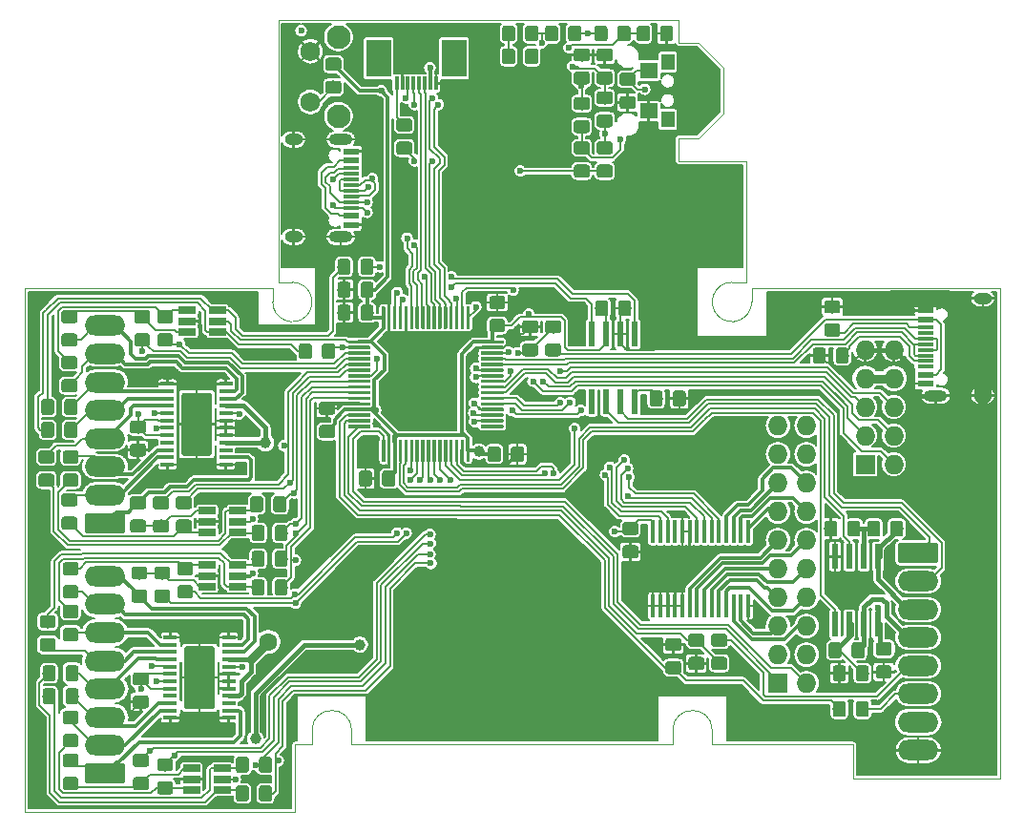
<source format=gbr>
%TF.GenerationSoftware,KiCad,Pcbnew,(5.1.2)-1*%
%TF.CreationDate,2019-11-09T14:12:44+01:00*%
%TF.ProjectId,sensactHsIO,73656e73-6163-4744-9873-494f2e6b6963,rev?*%
%TF.SameCoordinates,Original*%
%TF.FileFunction,Copper,L1,Top*%
%TF.FilePolarity,Positive*%
%FSLAX46Y46*%
G04 Gerber Fmt 4.6, Leading zero omitted, Abs format (unit mm)*
G04 Created by KiCad (PCBNEW (5.1.2)-1) date 2019-11-09 14:12:44*
%MOMM*%
%LPD*%
G04 APERTURE LIST*
%ADD10C,0.050000*%
%ADD11O,1.727200X1.727200*%
%ADD12R,1.727200X1.727200*%
%ADD13C,0.150000*%
%ADD14C,0.300000*%
%ADD15R,0.400000X2.000000*%
%ADD16C,1.150000*%
%ADD17C,2.700000*%
%ADD18R,1.200000X0.400000*%
%ADD19R,2.200000X3.300000*%
%ADD20R,0.300000X1.200000*%
%ADD21R,1.500000X0.650000*%
%ADD22R,0.600000X2.200000*%
%ADD23O,3.600000X1.800000*%
%ADD24C,1.800000*%
%ADD25R,1.200000X1.400000*%
%ADD26R,1.600000X1.400000*%
%ADD27R,1.450000X0.600000*%
%ADD28R,1.450000X0.300000*%
%ADD29O,2.100000X1.000000*%
%ADD30O,1.600000X1.000000*%
%ADD31C,2.100000*%
%ADD32C,1.750000*%
%ADD33C,0.600000*%
%ADD34C,1.000000*%
%ADD35C,1.600000*%
%ADD36C,0.400000*%
%ADD37C,0.300000*%
%ADD38C,0.200000*%
%ADD39C,1.500000*%
%ADD40C,0.800000*%
G04 APERTURE END LIST*
D10*
X114750000Y-44500000D02*
X114750000Y-46500000D01*
X116500000Y-44500000D02*
X114750000Y-44500000D01*
X118750000Y-42250000D02*
X116500000Y-44500000D01*
X118750000Y-38250000D02*
X118750000Y-42250000D01*
X116500000Y-36000000D02*
X118750000Y-38250000D01*
X114750000Y-36000000D02*
X116500000Y-36000000D01*
X114750000Y-34000000D02*
X114750000Y-36000000D01*
X79250000Y-34000000D02*
X79250000Y-57250000D01*
X80750000Y-104250000D02*
X80750000Y-98250000D01*
X56750000Y-57750000D02*
X56750000Y-104250000D01*
X78750000Y-57750000D02*
X56750000Y-57750000D01*
X114750000Y-34000000D02*
X79250000Y-34000000D01*
X143250000Y-101250000D02*
X143250000Y-57750000D01*
X130250000Y-98250000D02*
X130250000Y-101250000D01*
X143250000Y-57750000D02*
X121250000Y-57750000D01*
X130250000Y-101250000D02*
X143250000Y-101250000D01*
X114250000Y-98250000D02*
X85750000Y-98250000D01*
X80750000Y-104250000D02*
X56750000Y-104250000D01*
X120750000Y-57250000D02*
X120750000Y-46500000D01*
X120750000Y-57250000D02*
X119500000Y-57250000D01*
X120750000Y-46500000D02*
X114750000Y-46500000D01*
X121250000Y-59000000D02*
G75*
G02X119500000Y-57250000I-1750000J0D01*
G01*
X117750000Y-97000000D02*
X117750000Y-98250000D01*
X82250000Y-98250000D02*
X80750000Y-98250000D01*
X82250000Y-97000000D02*
X82250000Y-98250000D01*
X82250000Y-97000000D02*
G75*
G02X85750000Y-97000000I1750000J0D01*
G01*
X85750000Y-97000000D02*
X85750000Y-98250000D01*
X78750000Y-57750000D02*
X78750000Y-59000000D01*
X114250000Y-97000000D02*
G75*
G02X117750000Y-97000000I1750000J0D01*
G01*
X80500000Y-57250000D02*
X79250000Y-57250000D01*
X80500000Y-57250000D02*
G75*
G02X78750000Y-59000000I0J-1750000D01*
G01*
X117750000Y-98250000D02*
X130250000Y-98250000D01*
X121250000Y-59000000D02*
X121250000Y-57750000D01*
X114250000Y-97000000D02*
X114250000Y-98250000D01*
D11*
X126111000Y-69977000D03*
X123571000Y-69977000D03*
X126111000Y-72517000D03*
X123571000Y-72517000D03*
X126111000Y-75057000D03*
X123571000Y-75057000D03*
X126111000Y-77597000D03*
X123571000Y-77597000D03*
X126111000Y-80137000D03*
X123571000Y-80137000D03*
X126111000Y-82677000D03*
X123571000Y-82677000D03*
X126111000Y-85217000D03*
X123571000Y-85217000D03*
X126111000Y-87757000D03*
X123571000Y-87757000D03*
X126111000Y-90297000D03*
X123571000Y-90297000D03*
X126111000Y-92837000D03*
D12*
X123571000Y-92837000D03*
D13*
G36*
X88661351Y-59394361D02*
G01*
X88668632Y-59395441D01*
X88675771Y-59397229D01*
X88682701Y-59399709D01*
X88689355Y-59402856D01*
X88695668Y-59406640D01*
X88701579Y-59411024D01*
X88707033Y-59415967D01*
X88711976Y-59421421D01*
X88716360Y-59427332D01*
X88720144Y-59433645D01*
X88723291Y-59440299D01*
X88725771Y-59447229D01*
X88727559Y-59454368D01*
X88728639Y-59461649D01*
X88729000Y-59469000D01*
X88729000Y-61319000D01*
X88728639Y-61326351D01*
X88727559Y-61333632D01*
X88725771Y-61340771D01*
X88723291Y-61347701D01*
X88720144Y-61354355D01*
X88716360Y-61360668D01*
X88711976Y-61366579D01*
X88707033Y-61372033D01*
X88701579Y-61376976D01*
X88695668Y-61381360D01*
X88689355Y-61385144D01*
X88682701Y-61388291D01*
X88675771Y-61390771D01*
X88668632Y-61392559D01*
X88661351Y-61393639D01*
X88654000Y-61394000D01*
X88504000Y-61394000D01*
X88496649Y-61393639D01*
X88489368Y-61392559D01*
X88482229Y-61390771D01*
X88475299Y-61388291D01*
X88468645Y-61385144D01*
X88462332Y-61381360D01*
X88456421Y-61376976D01*
X88450967Y-61372033D01*
X88446024Y-61366579D01*
X88441640Y-61360668D01*
X88437856Y-61354355D01*
X88434709Y-61347701D01*
X88432229Y-61340771D01*
X88430441Y-61333632D01*
X88429361Y-61326351D01*
X88429000Y-61319000D01*
X88429000Y-59469000D01*
X88429361Y-59461649D01*
X88430441Y-59454368D01*
X88432229Y-59447229D01*
X88434709Y-59440299D01*
X88437856Y-59433645D01*
X88441640Y-59427332D01*
X88446024Y-59421421D01*
X88450967Y-59415967D01*
X88456421Y-59411024D01*
X88462332Y-59406640D01*
X88468645Y-59402856D01*
X88475299Y-59399709D01*
X88482229Y-59397229D01*
X88489368Y-59395441D01*
X88496649Y-59394361D01*
X88504000Y-59394000D01*
X88654000Y-59394000D01*
X88661351Y-59394361D01*
X88661351Y-59394361D01*
G37*
D14*
X88579000Y-60394000D03*
D13*
G36*
X89161351Y-59394361D02*
G01*
X89168632Y-59395441D01*
X89175771Y-59397229D01*
X89182701Y-59399709D01*
X89189355Y-59402856D01*
X89195668Y-59406640D01*
X89201579Y-59411024D01*
X89207033Y-59415967D01*
X89211976Y-59421421D01*
X89216360Y-59427332D01*
X89220144Y-59433645D01*
X89223291Y-59440299D01*
X89225771Y-59447229D01*
X89227559Y-59454368D01*
X89228639Y-59461649D01*
X89229000Y-59469000D01*
X89229000Y-61319000D01*
X89228639Y-61326351D01*
X89227559Y-61333632D01*
X89225771Y-61340771D01*
X89223291Y-61347701D01*
X89220144Y-61354355D01*
X89216360Y-61360668D01*
X89211976Y-61366579D01*
X89207033Y-61372033D01*
X89201579Y-61376976D01*
X89195668Y-61381360D01*
X89189355Y-61385144D01*
X89182701Y-61388291D01*
X89175771Y-61390771D01*
X89168632Y-61392559D01*
X89161351Y-61393639D01*
X89154000Y-61394000D01*
X89004000Y-61394000D01*
X88996649Y-61393639D01*
X88989368Y-61392559D01*
X88982229Y-61390771D01*
X88975299Y-61388291D01*
X88968645Y-61385144D01*
X88962332Y-61381360D01*
X88956421Y-61376976D01*
X88950967Y-61372033D01*
X88946024Y-61366579D01*
X88941640Y-61360668D01*
X88937856Y-61354355D01*
X88934709Y-61347701D01*
X88932229Y-61340771D01*
X88930441Y-61333632D01*
X88929361Y-61326351D01*
X88929000Y-61319000D01*
X88929000Y-59469000D01*
X88929361Y-59461649D01*
X88930441Y-59454368D01*
X88932229Y-59447229D01*
X88934709Y-59440299D01*
X88937856Y-59433645D01*
X88941640Y-59427332D01*
X88946024Y-59421421D01*
X88950967Y-59415967D01*
X88956421Y-59411024D01*
X88962332Y-59406640D01*
X88968645Y-59402856D01*
X88975299Y-59399709D01*
X88982229Y-59397229D01*
X88989368Y-59395441D01*
X88996649Y-59394361D01*
X89004000Y-59394000D01*
X89154000Y-59394000D01*
X89161351Y-59394361D01*
X89161351Y-59394361D01*
G37*
D14*
X89079000Y-60394000D03*
D13*
G36*
X89661351Y-59394361D02*
G01*
X89668632Y-59395441D01*
X89675771Y-59397229D01*
X89682701Y-59399709D01*
X89689355Y-59402856D01*
X89695668Y-59406640D01*
X89701579Y-59411024D01*
X89707033Y-59415967D01*
X89711976Y-59421421D01*
X89716360Y-59427332D01*
X89720144Y-59433645D01*
X89723291Y-59440299D01*
X89725771Y-59447229D01*
X89727559Y-59454368D01*
X89728639Y-59461649D01*
X89729000Y-59469000D01*
X89729000Y-61319000D01*
X89728639Y-61326351D01*
X89727559Y-61333632D01*
X89725771Y-61340771D01*
X89723291Y-61347701D01*
X89720144Y-61354355D01*
X89716360Y-61360668D01*
X89711976Y-61366579D01*
X89707033Y-61372033D01*
X89701579Y-61376976D01*
X89695668Y-61381360D01*
X89689355Y-61385144D01*
X89682701Y-61388291D01*
X89675771Y-61390771D01*
X89668632Y-61392559D01*
X89661351Y-61393639D01*
X89654000Y-61394000D01*
X89504000Y-61394000D01*
X89496649Y-61393639D01*
X89489368Y-61392559D01*
X89482229Y-61390771D01*
X89475299Y-61388291D01*
X89468645Y-61385144D01*
X89462332Y-61381360D01*
X89456421Y-61376976D01*
X89450967Y-61372033D01*
X89446024Y-61366579D01*
X89441640Y-61360668D01*
X89437856Y-61354355D01*
X89434709Y-61347701D01*
X89432229Y-61340771D01*
X89430441Y-61333632D01*
X89429361Y-61326351D01*
X89429000Y-61319000D01*
X89429000Y-59469000D01*
X89429361Y-59461649D01*
X89430441Y-59454368D01*
X89432229Y-59447229D01*
X89434709Y-59440299D01*
X89437856Y-59433645D01*
X89441640Y-59427332D01*
X89446024Y-59421421D01*
X89450967Y-59415967D01*
X89456421Y-59411024D01*
X89462332Y-59406640D01*
X89468645Y-59402856D01*
X89475299Y-59399709D01*
X89482229Y-59397229D01*
X89489368Y-59395441D01*
X89496649Y-59394361D01*
X89504000Y-59394000D01*
X89654000Y-59394000D01*
X89661351Y-59394361D01*
X89661351Y-59394361D01*
G37*
D14*
X89579000Y-60394000D03*
D13*
G36*
X90161351Y-59394361D02*
G01*
X90168632Y-59395441D01*
X90175771Y-59397229D01*
X90182701Y-59399709D01*
X90189355Y-59402856D01*
X90195668Y-59406640D01*
X90201579Y-59411024D01*
X90207033Y-59415967D01*
X90211976Y-59421421D01*
X90216360Y-59427332D01*
X90220144Y-59433645D01*
X90223291Y-59440299D01*
X90225771Y-59447229D01*
X90227559Y-59454368D01*
X90228639Y-59461649D01*
X90229000Y-59469000D01*
X90229000Y-61319000D01*
X90228639Y-61326351D01*
X90227559Y-61333632D01*
X90225771Y-61340771D01*
X90223291Y-61347701D01*
X90220144Y-61354355D01*
X90216360Y-61360668D01*
X90211976Y-61366579D01*
X90207033Y-61372033D01*
X90201579Y-61376976D01*
X90195668Y-61381360D01*
X90189355Y-61385144D01*
X90182701Y-61388291D01*
X90175771Y-61390771D01*
X90168632Y-61392559D01*
X90161351Y-61393639D01*
X90154000Y-61394000D01*
X90004000Y-61394000D01*
X89996649Y-61393639D01*
X89989368Y-61392559D01*
X89982229Y-61390771D01*
X89975299Y-61388291D01*
X89968645Y-61385144D01*
X89962332Y-61381360D01*
X89956421Y-61376976D01*
X89950967Y-61372033D01*
X89946024Y-61366579D01*
X89941640Y-61360668D01*
X89937856Y-61354355D01*
X89934709Y-61347701D01*
X89932229Y-61340771D01*
X89930441Y-61333632D01*
X89929361Y-61326351D01*
X89929000Y-61319000D01*
X89929000Y-59469000D01*
X89929361Y-59461649D01*
X89930441Y-59454368D01*
X89932229Y-59447229D01*
X89934709Y-59440299D01*
X89937856Y-59433645D01*
X89941640Y-59427332D01*
X89946024Y-59421421D01*
X89950967Y-59415967D01*
X89956421Y-59411024D01*
X89962332Y-59406640D01*
X89968645Y-59402856D01*
X89975299Y-59399709D01*
X89982229Y-59397229D01*
X89989368Y-59395441D01*
X89996649Y-59394361D01*
X90004000Y-59394000D01*
X90154000Y-59394000D01*
X90161351Y-59394361D01*
X90161351Y-59394361D01*
G37*
D14*
X90079000Y-60394000D03*
D13*
G36*
X90661351Y-59394361D02*
G01*
X90668632Y-59395441D01*
X90675771Y-59397229D01*
X90682701Y-59399709D01*
X90689355Y-59402856D01*
X90695668Y-59406640D01*
X90701579Y-59411024D01*
X90707033Y-59415967D01*
X90711976Y-59421421D01*
X90716360Y-59427332D01*
X90720144Y-59433645D01*
X90723291Y-59440299D01*
X90725771Y-59447229D01*
X90727559Y-59454368D01*
X90728639Y-59461649D01*
X90729000Y-59469000D01*
X90729000Y-61319000D01*
X90728639Y-61326351D01*
X90727559Y-61333632D01*
X90725771Y-61340771D01*
X90723291Y-61347701D01*
X90720144Y-61354355D01*
X90716360Y-61360668D01*
X90711976Y-61366579D01*
X90707033Y-61372033D01*
X90701579Y-61376976D01*
X90695668Y-61381360D01*
X90689355Y-61385144D01*
X90682701Y-61388291D01*
X90675771Y-61390771D01*
X90668632Y-61392559D01*
X90661351Y-61393639D01*
X90654000Y-61394000D01*
X90504000Y-61394000D01*
X90496649Y-61393639D01*
X90489368Y-61392559D01*
X90482229Y-61390771D01*
X90475299Y-61388291D01*
X90468645Y-61385144D01*
X90462332Y-61381360D01*
X90456421Y-61376976D01*
X90450967Y-61372033D01*
X90446024Y-61366579D01*
X90441640Y-61360668D01*
X90437856Y-61354355D01*
X90434709Y-61347701D01*
X90432229Y-61340771D01*
X90430441Y-61333632D01*
X90429361Y-61326351D01*
X90429000Y-61319000D01*
X90429000Y-59469000D01*
X90429361Y-59461649D01*
X90430441Y-59454368D01*
X90432229Y-59447229D01*
X90434709Y-59440299D01*
X90437856Y-59433645D01*
X90441640Y-59427332D01*
X90446024Y-59421421D01*
X90450967Y-59415967D01*
X90456421Y-59411024D01*
X90462332Y-59406640D01*
X90468645Y-59402856D01*
X90475299Y-59399709D01*
X90482229Y-59397229D01*
X90489368Y-59395441D01*
X90496649Y-59394361D01*
X90504000Y-59394000D01*
X90654000Y-59394000D01*
X90661351Y-59394361D01*
X90661351Y-59394361D01*
G37*
D14*
X90579000Y-60394000D03*
D13*
G36*
X91161351Y-59394361D02*
G01*
X91168632Y-59395441D01*
X91175771Y-59397229D01*
X91182701Y-59399709D01*
X91189355Y-59402856D01*
X91195668Y-59406640D01*
X91201579Y-59411024D01*
X91207033Y-59415967D01*
X91211976Y-59421421D01*
X91216360Y-59427332D01*
X91220144Y-59433645D01*
X91223291Y-59440299D01*
X91225771Y-59447229D01*
X91227559Y-59454368D01*
X91228639Y-59461649D01*
X91229000Y-59469000D01*
X91229000Y-61319000D01*
X91228639Y-61326351D01*
X91227559Y-61333632D01*
X91225771Y-61340771D01*
X91223291Y-61347701D01*
X91220144Y-61354355D01*
X91216360Y-61360668D01*
X91211976Y-61366579D01*
X91207033Y-61372033D01*
X91201579Y-61376976D01*
X91195668Y-61381360D01*
X91189355Y-61385144D01*
X91182701Y-61388291D01*
X91175771Y-61390771D01*
X91168632Y-61392559D01*
X91161351Y-61393639D01*
X91154000Y-61394000D01*
X91004000Y-61394000D01*
X90996649Y-61393639D01*
X90989368Y-61392559D01*
X90982229Y-61390771D01*
X90975299Y-61388291D01*
X90968645Y-61385144D01*
X90962332Y-61381360D01*
X90956421Y-61376976D01*
X90950967Y-61372033D01*
X90946024Y-61366579D01*
X90941640Y-61360668D01*
X90937856Y-61354355D01*
X90934709Y-61347701D01*
X90932229Y-61340771D01*
X90930441Y-61333632D01*
X90929361Y-61326351D01*
X90929000Y-61319000D01*
X90929000Y-59469000D01*
X90929361Y-59461649D01*
X90930441Y-59454368D01*
X90932229Y-59447229D01*
X90934709Y-59440299D01*
X90937856Y-59433645D01*
X90941640Y-59427332D01*
X90946024Y-59421421D01*
X90950967Y-59415967D01*
X90956421Y-59411024D01*
X90962332Y-59406640D01*
X90968645Y-59402856D01*
X90975299Y-59399709D01*
X90982229Y-59397229D01*
X90989368Y-59395441D01*
X90996649Y-59394361D01*
X91004000Y-59394000D01*
X91154000Y-59394000D01*
X91161351Y-59394361D01*
X91161351Y-59394361D01*
G37*
D14*
X91079000Y-60394000D03*
D13*
G36*
X91661351Y-59394361D02*
G01*
X91668632Y-59395441D01*
X91675771Y-59397229D01*
X91682701Y-59399709D01*
X91689355Y-59402856D01*
X91695668Y-59406640D01*
X91701579Y-59411024D01*
X91707033Y-59415967D01*
X91711976Y-59421421D01*
X91716360Y-59427332D01*
X91720144Y-59433645D01*
X91723291Y-59440299D01*
X91725771Y-59447229D01*
X91727559Y-59454368D01*
X91728639Y-59461649D01*
X91729000Y-59469000D01*
X91729000Y-61319000D01*
X91728639Y-61326351D01*
X91727559Y-61333632D01*
X91725771Y-61340771D01*
X91723291Y-61347701D01*
X91720144Y-61354355D01*
X91716360Y-61360668D01*
X91711976Y-61366579D01*
X91707033Y-61372033D01*
X91701579Y-61376976D01*
X91695668Y-61381360D01*
X91689355Y-61385144D01*
X91682701Y-61388291D01*
X91675771Y-61390771D01*
X91668632Y-61392559D01*
X91661351Y-61393639D01*
X91654000Y-61394000D01*
X91504000Y-61394000D01*
X91496649Y-61393639D01*
X91489368Y-61392559D01*
X91482229Y-61390771D01*
X91475299Y-61388291D01*
X91468645Y-61385144D01*
X91462332Y-61381360D01*
X91456421Y-61376976D01*
X91450967Y-61372033D01*
X91446024Y-61366579D01*
X91441640Y-61360668D01*
X91437856Y-61354355D01*
X91434709Y-61347701D01*
X91432229Y-61340771D01*
X91430441Y-61333632D01*
X91429361Y-61326351D01*
X91429000Y-61319000D01*
X91429000Y-59469000D01*
X91429361Y-59461649D01*
X91430441Y-59454368D01*
X91432229Y-59447229D01*
X91434709Y-59440299D01*
X91437856Y-59433645D01*
X91441640Y-59427332D01*
X91446024Y-59421421D01*
X91450967Y-59415967D01*
X91456421Y-59411024D01*
X91462332Y-59406640D01*
X91468645Y-59402856D01*
X91475299Y-59399709D01*
X91482229Y-59397229D01*
X91489368Y-59395441D01*
X91496649Y-59394361D01*
X91504000Y-59394000D01*
X91654000Y-59394000D01*
X91661351Y-59394361D01*
X91661351Y-59394361D01*
G37*
D14*
X91579000Y-60394000D03*
D13*
G36*
X92161351Y-59394361D02*
G01*
X92168632Y-59395441D01*
X92175771Y-59397229D01*
X92182701Y-59399709D01*
X92189355Y-59402856D01*
X92195668Y-59406640D01*
X92201579Y-59411024D01*
X92207033Y-59415967D01*
X92211976Y-59421421D01*
X92216360Y-59427332D01*
X92220144Y-59433645D01*
X92223291Y-59440299D01*
X92225771Y-59447229D01*
X92227559Y-59454368D01*
X92228639Y-59461649D01*
X92229000Y-59469000D01*
X92229000Y-61319000D01*
X92228639Y-61326351D01*
X92227559Y-61333632D01*
X92225771Y-61340771D01*
X92223291Y-61347701D01*
X92220144Y-61354355D01*
X92216360Y-61360668D01*
X92211976Y-61366579D01*
X92207033Y-61372033D01*
X92201579Y-61376976D01*
X92195668Y-61381360D01*
X92189355Y-61385144D01*
X92182701Y-61388291D01*
X92175771Y-61390771D01*
X92168632Y-61392559D01*
X92161351Y-61393639D01*
X92154000Y-61394000D01*
X92004000Y-61394000D01*
X91996649Y-61393639D01*
X91989368Y-61392559D01*
X91982229Y-61390771D01*
X91975299Y-61388291D01*
X91968645Y-61385144D01*
X91962332Y-61381360D01*
X91956421Y-61376976D01*
X91950967Y-61372033D01*
X91946024Y-61366579D01*
X91941640Y-61360668D01*
X91937856Y-61354355D01*
X91934709Y-61347701D01*
X91932229Y-61340771D01*
X91930441Y-61333632D01*
X91929361Y-61326351D01*
X91929000Y-61319000D01*
X91929000Y-59469000D01*
X91929361Y-59461649D01*
X91930441Y-59454368D01*
X91932229Y-59447229D01*
X91934709Y-59440299D01*
X91937856Y-59433645D01*
X91941640Y-59427332D01*
X91946024Y-59421421D01*
X91950967Y-59415967D01*
X91956421Y-59411024D01*
X91962332Y-59406640D01*
X91968645Y-59402856D01*
X91975299Y-59399709D01*
X91982229Y-59397229D01*
X91989368Y-59395441D01*
X91996649Y-59394361D01*
X92004000Y-59394000D01*
X92154000Y-59394000D01*
X92161351Y-59394361D01*
X92161351Y-59394361D01*
G37*
D14*
X92079000Y-60394000D03*
D13*
G36*
X92661351Y-59394361D02*
G01*
X92668632Y-59395441D01*
X92675771Y-59397229D01*
X92682701Y-59399709D01*
X92689355Y-59402856D01*
X92695668Y-59406640D01*
X92701579Y-59411024D01*
X92707033Y-59415967D01*
X92711976Y-59421421D01*
X92716360Y-59427332D01*
X92720144Y-59433645D01*
X92723291Y-59440299D01*
X92725771Y-59447229D01*
X92727559Y-59454368D01*
X92728639Y-59461649D01*
X92729000Y-59469000D01*
X92729000Y-61319000D01*
X92728639Y-61326351D01*
X92727559Y-61333632D01*
X92725771Y-61340771D01*
X92723291Y-61347701D01*
X92720144Y-61354355D01*
X92716360Y-61360668D01*
X92711976Y-61366579D01*
X92707033Y-61372033D01*
X92701579Y-61376976D01*
X92695668Y-61381360D01*
X92689355Y-61385144D01*
X92682701Y-61388291D01*
X92675771Y-61390771D01*
X92668632Y-61392559D01*
X92661351Y-61393639D01*
X92654000Y-61394000D01*
X92504000Y-61394000D01*
X92496649Y-61393639D01*
X92489368Y-61392559D01*
X92482229Y-61390771D01*
X92475299Y-61388291D01*
X92468645Y-61385144D01*
X92462332Y-61381360D01*
X92456421Y-61376976D01*
X92450967Y-61372033D01*
X92446024Y-61366579D01*
X92441640Y-61360668D01*
X92437856Y-61354355D01*
X92434709Y-61347701D01*
X92432229Y-61340771D01*
X92430441Y-61333632D01*
X92429361Y-61326351D01*
X92429000Y-61319000D01*
X92429000Y-59469000D01*
X92429361Y-59461649D01*
X92430441Y-59454368D01*
X92432229Y-59447229D01*
X92434709Y-59440299D01*
X92437856Y-59433645D01*
X92441640Y-59427332D01*
X92446024Y-59421421D01*
X92450967Y-59415967D01*
X92456421Y-59411024D01*
X92462332Y-59406640D01*
X92468645Y-59402856D01*
X92475299Y-59399709D01*
X92482229Y-59397229D01*
X92489368Y-59395441D01*
X92496649Y-59394361D01*
X92504000Y-59394000D01*
X92654000Y-59394000D01*
X92661351Y-59394361D01*
X92661351Y-59394361D01*
G37*
D14*
X92579000Y-60394000D03*
D13*
G36*
X93161351Y-59394361D02*
G01*
X93168632Y-59395441D01*
X93175771Y-59397229D01*
X93182701Y-59399709D01*
X93189355Y-59402856D01*
X93195668Y-59406640D01*
X93201579Y-59411024D01*
X93207033Y-59415967D01*
X93211976Y-59421421D01*
X93216360Y-59427332D01*
X93220144Y-59433645D01*
X93223291Y-59440299D01*
X93225771Y-59447229D01*
X93227559Y-59454368D01*
X93228639Y-59461649D01*
X93229000Y-59469000D01*
X93229000Y-61319000D01*
X93228639Y-61326351D01*
X93227559Y-61333632D01*
X93225771Y-61340771D01*
X93223291Y-61347701D01*
X93220144Y-61354355D01*
X93216360Y-61360668D01*
X93211976Y-61366579D01*
X93207033Y-61372033D01*
X93201579Y-61376976D01*
X93195668Y-61381360D01*
X93189355Y-61385144D01*
X93182701Y-61388291D01*
X93175771Y-61390771D01*
X93168632Y-61392559D01*
X93161351Y-61393639D01*
X93154000Y-61394000D01*
X93004000Y-61394000D01*
X92996649Y-61393639D01*
X92989368Y-61392559D01*
X92982229Y-61390771D01*
X92975299Y-61388291D01*
X92968645Y-61385144D01*
X92962332Y-61381360D01*
X92956421Y-61376976D01*
X92950967Y-61372033D01*
X92946024Y-61366579D01*
X92941640Y-61360668D01*
X92937856Y-61354355D01*
X92934709Y-61347701D01*
X92932229Y-61340771D01*
X92930441Y-61333632D01*
X92929361Y-61326351D01*
X92929000Y-61319000D01*
X92929000Y-59469000D01*
X92929361Y-59461649D01*
X92930441Y-59454368D01*
X92932229Y-59447229D01*
X92934709Y-59440299D01*
X92937856Y-59433645D01*
X92941640Y-59427332D01*
X92946024Y-59421421D01*
X92950967Y-59415967D01*
X92956421Y-59411024D01*
X92962332Y-59406640D01*
X92968645Y-59402856D01*
X92975299Y-59399709D01*
X92982229Y-59397229D01*
X92989368Y-59395441D01*
X92996649Y-59394361D01*
X93004000Y-59394000D01*
X93154000Y-59394000D01*
X93161351Y-59394361D01*
X93161351Y-59394361D01*
G37*
D14*
X93079000Y-60394000D03*
D13*
G36*
X93661351Y-59394361D02*
G01*
X93668632Y-59395441D01*
X93675771Y-59397229D01*
X93682701Y-59399709D01*
X93689355Y-59402856D01*
X93695668Y-59406640D01*
X93701579Y-59411024D01*
X93707033Y-59415967D01*
X93711976Y-59421421D01*
X93716360Y-59427332D01*
X93720144Y-59433645D01*
X93723291Y-59440299D01*
X93725771Y-59447229D01*
X93727559Y-59454368D01*
X93728639Y-59461649D01*
X93729000Y-59469000D01*
X93729000Y-61319000D01*
X93728639Y-61326351D01*
X93727559Y-61333632D01*
X93725771Y-61340771D01*
X93723291Y-61347701D01*
X93720144Y-61354355D01*
X93716360Y-61360668D01*
X93711976Y-61366579D01*
X93707033Y-61372033D01*
X93701579Y-61376976D01*
X93695668Y-61381360D01*
X93689355Y-61385144D01*
X93682701Y-61388291D01*
X93675771Y-61390771D01*
X93668632Y-61392559D01*
X93661351Y-61393639D01*
X93654000Y-61394000D01*
X93504000Y-61394000D01*
X93496649Y-61393639D01*
X93489368Y-61392559D01*
X93482229Y-61390771D01*
X93475299Y-61388291D01*
X93468645Y-61385144D01*
X93462332Y-61381360D01*
X93456421Y-61376976D01*
X93450967Y-61372033D01*
X93446024Y-61366579D01*
X93441640Y-61360668D01*
X93437856Y-61354355D01*
X93434709Y-61347701D01*
X93432229Y-61340771D01*
X93430441Y-61333632D01*
X93429361Y-61326351D01*
X93429000Y-61319000D01*
X93429000Y-59469000D01*
X93429361Y-59461649D01*
X93430441Y-59454368D01*
X93432229Y-59447229D01*
X93434709Y-59440299D01*
X93437856Y-59433645D01*
X93441640Y-59427332D01*
X93446024Y-59421421D01*
X93450967Y-59415967D01*
X93456421Y-59411024D01*
X93462332Y-59406640D01*
X93468645Y-59402856D01*
X93475299Y-59399709D01*
X93482229Y-59397229D01*
X93489368Y-59395441D01*
X93496649Y-59394361D01*
X93504000Y-59394000D01*
X93654000Y-59394000D01*
X93661351Y-59394361D01*
X93661351Y-59394361D01*
G37*
D14*
X93579000Y-60394000D03*
D13*
G36*
X94161351Y-59394361D02*
G01*
X94168632Y-59395441D01*
X94175771Y-59397229D01*
X94182701Y-59399709D01*
X94189355Y-59402856D01*
X94195668Y-59406640D01*
X94201579Y-59411024D01*
X94207033Y-59415967D01*
X94211976Y-59421421D01*
X94216360Y-59427332D01*
X94220144Y-59433645D01*
X94223291Y-59440299D01*
X94225771Y-59447229D01*
X94227559Y-59454368D01*
X94228639Y-59461649D01*
X94229000Y-59469000D01*
X94229000Y-61319000D01*
X94228639Y-61326351D01*
X94227559Y-61333632D01*
X94225771Y-61340771D01*
X94223291Y-61347701D01*
X94220144Y-61354355D01*
X94216360Y-61360668D01*
X94211976Y-61366579D01*
X94207033Y-61372033D01*
X94201579Y-61376976D01*
X94195668Y-61381360D01*
X94189355Y-61385144D01*
X94182701Y-61388291D01*
X94175771Y-61390771D01*
X94168632Y-61392559D01*
X94161351Y-61393639D01*
X94154000Y-61394000D01*
X94004000Y-61394000D01*
X93996649Y-61393639D01*
X93989368Y-61392559D01*
X93982229Y-61390771D01*
X93975299Y-61388291D01*
X93968645Y-61385144D01*
X93962332Y-61381360D01*
X93956421Y-61376976D01*
X93950967Y-61372033D01*
X93946024Y-61366579D01*
X93941640Y-61360668D01*
X93937856Y-61354355D01*
X93934709Y-61347701D01*
X93932229Y-61340771D01*
X93930441Y-61333632D01*
X93929361Y-61326351D01*
X93929000Y-61319000D01*
X93929000Y-59469000D01*
X93929361Y-59461649D01*
X93930441Y-59454368D01*
X93932229Y-59447229D01*
X93934709Y-59440299D01*
X93937856Y-59433645D01*
X93941640Y-59427332D01*
X93946024Y-59421421D01*
X93950967Y-59415967D01*
X93956421Y-59411024D01*
X93962332Y-59406640D01*
X93968645Y-59402856D01*
X93975299Y-59399709D01*
X93982229Y-59397229D01*
X93989368Y-59395441D01*
X93996649Y-59394361D01*
X94004000Y-59394000D01*
X94154000Y-59394000D01*
X94161351Y-59394361D01*
X94161351Y-59394361D01*
G37*
D14*
X94079000Y-60394000D03*
D13*
G36*
X94661351Y-59394361D02*
G01*
X94668632Y-59395441D01*
X94675771Y-59397229D01*
X94682701Y-59399709D01*
X94689355Y-59402856D01*
X94695668Y-59406640D01*
X94701579Y-59411024D01*
X94707033Y-59415967D01*
X94711976Y-59421421D01*
X94716360Y-59427332D01*
X94720144Y-59433645D01*
X94723291Y-59440299D01*
X94725771Y-59447229D01*
X94727559Y-59454368D01*
X94728639Y-59461649D01*
X94729000Y-59469000D01*
X94729000Y-61319000D01*
X94728639Y-61326351D01*
X94727559Y-61333632D01*
X94725771Y-61340771D01*
X94723291Y-61347701D01*
X94720144Y-61354355D01*
X94716360Y-61360668D01*
X94711976Y-61366579D01*
X94707033Y-61372033D01*
X94701579Y-61376976D01*
X94695668Y-61381360D01*
X94689355Y-61385144D01*
X94682701Y-61388291D01*
X94675771Y-61390771D01*
X94668632Y-61392559D01*
X94661351Y-61393639D01*
X94654000Y-61394000D01*
X94504000Y-61394000D01*
X94496649Y-61393639D01*
X94489368Y-61392559D01*
X94482229Y-61390771D01*
X94475299Y-61388291D01*
X94468645Y-61385144D01*
X94462332Y-61381360D01*
X94456421Y-61376976D01*
X94450967Y-61372033D01*
X94446024Y-61366579D01*
X94441640Y-61360668D01*
X94437856Y-61354355D01*
X94434709Y-61347701D01*
X94432229Y-61340771D01*
X94430441Y-61333632D01*
X94429361Y-61326351D01*
X94429000Y-61319000D01*
X94429000Y-59469000D01*
X94429361Y-59461649D01*
X94430441Y-59454368D01*
X94432229Y-59447229D01*
X94434709Y-59440299D01*
X94437856Y-59433645D01*
X94441640Y-59427332D01*
X94446024Y-59421421D01*
X94450967Y-59415967D01*
X94456421Y-59411024D01*
X94462332Y-59406640D01*
X94468645Y-59402856D01*
X94475299Y-59399709D01*
X94482229Y-59397229D01*
X94489368Y-59395441D01*
X94496649Y-59394361D01*
X94504000Y-59394000D01*
X94654000Y-59394000D01*
X94661351Y-59394361D01*
X94661351Y-59394361D01*
G37*
D14*
X94579000Y-60394000D03*
D13*
G36*
X95161351Y-59394361D02*
G01*
X95168632Y-59395441D01*
X95175771Y-59397229D01*
X95182701Y-59399709D01*
X95189355Y-59402856D01*
X95195668Y-59406640D01*
X95201579Y-59411024D01*
X95207033Y-59415967D01*
X95211976Y-59421421D01*
X95216360Y-59427332D01*
X95220144Y-59433645D01*
X95223291Y-59440299D01*
X95225771Y-59447229D01*
X95227559Y-59454368D01*
X95228639Y-59461649D01*
X95229000Y-59469000D01*
X95229000Y-61319000D01*
X95228639Y-61326351D01*
X95227559Y-61333632D01*
X95225771Y-61340771D01*
X95223291Y-61347701D01*
X95220144Y-61354355D01*
X95216360Y-61360668D01*
X95211976Y-61366579D01*
X95207033Y-61372033D01*
X95201579Y-61376976D01*
X95195668Y-61381360D01*
X95189355Y-61385144D01*
X95182701Y-61388291D01*
X95175771Y-61390771D01*
X95168632Y-61392559D01*
X95161351Y-61393639D01*
X95154000Y-61394000D01*
X95004000Y-61394000D01*
X94996649Y-61393639D01*
X94989368Y-61392559D01*
X94982229Y-61390771D01*
X94975299Y-61388291D01*
X94968645Y-61385144D01*
X94962332Y-61381360D01*
X94956421Y-61376976D01*
X94950967Y-61372033D01*
X94946024Y-61366579D01*
X94941640Y-61360668D01*
X94937856Y-61354355D01*
X94934709Y-61347701D01*
X94932229Y-61340771D01*
X94930441Y-61333632D01*
X94929361Y-61326351D01*
X94929000Y-61319000D01*
X94929000Y-59469000D01*
X94929361Y-59461649D01*
X94930441Y-59454368D01*
X94932229Y-59447229D01*
X94934709Y-59440299D01*
X94937856Y-59433645D01*
X94941640Y-59427332D01*
X94946024Y-59421421D01*
X94950967Y-59415967D01*
X94956421Y-59411024D01*
X94962332Y-59406640D01*
X94968645Y-59402856D01*
X94975299Y-59399709D01*
X94982229Y-59397229D01*
X94989368Y-59395441D01*
X94996649Y-59394361D01*
X95004000Y-59394000D01*
X95154000Y-59394000D01*
X95161351Y-59394361D01*
X95161351Y-59394361D01*
G37*
D14*
X95079000Y-60394000D03*
D13*
G36*
X95661351Y-59394361D02*
G01*
X95668632Y-59395441D01*
X95675771Y-59397229D01*
X95682701Y-59399709D01*
X95689355Y-59402856D01*
X95695668Y-59406640D01*
X95701579Y-59411024D01*
X95707033Y-59415967D01*
X95711976Y-59421421D01*
X95716360Y-59427332D01*
X95720144Y-59433645D01*
X95723291Y-59440299D01*
X95725771Y-59447229D01*
X95727559Y-59454368D01*
X95728639Y-59461649D01*
X95729000Y-59469000D01*
X95729000Y-61319000D01*
X95728639Y-61326351D01*
X95727559Y-61333632D01*
X95725771Y-61340771D01*
X95723291Y-61347701D01*
X95720144Y-61354355D01*
X95716360Y-61360668D01*
X95711976Y-61366579D01*
X95707033Y-61372033D01*
X95701579Y-61376976D01*
X95695668Y-61381360D01*
X95689355Y-61385144D01*
X95682701Y-61388291D01*
X95675771Y-61390771D01*
X95668632Y-61392559D01*
X95661351Y-61393639D01*
X95654000Y-61394000D01*
X95504000Y-61394000D01*
X95496649Y-61393639D01*
X95489368Y-61392559D01*
X95482229Y-61390771D01*
X95475299Y-61388291D01*
X95468645Y-61385144D01*
X95462332Y-61381360D01*
X95456421Y-61376976D01*
X95450967Y-61372033D01*
X95446024Y-61366579D01*
X95441640Y-61360668D01*
X95437856Y-61354355D01*
X95434709Y-61347701D01*
X95432229Y-61340771D01*
X95430441Y-61333632D01*
X95429361Y-61326351D01*
X95429000Y-61319000D01*
X95429000Y-59469000D01*
X95429361Y-59461649D01*
X95430441Y-59454368D01*
X95432229Y-59447229D01*
X95434709Y-59440299D01*
X95437856Y-59433645D01*
X95441640Y-59427332D01*
X95446024Y-59421421D01*
X95450967Y-59415967D01*
X95456421Y-59411024D01*
X95462332Y-59406640D01*
X95468645Y-59402856D01*
X95475299Y-59399709D01*
X95482229Y-59397229D01*
X95489368Y-59395441D01*
X95496649Y-59394361D01*
X95504000Y-59394000D01*
X95654000Y-59394000D01*
X95661351Y-59394361D01*
X95661351Y-59394361D01*
G37*
D14*
X95579000Y-60394000D03*
D13*
G36*
X99161351Y-62394361D02*
G01*
X99168632Y-62395441D01*
X99175771Y-62397229D01*
X99182701Y-62399709D01*
X99189355Y-62402856D01*
X99195668Y-62406640D01*
X99201579Y-62411024D01*
X99207033Y-62415967D01*
X99211976Y-62421421D01*
X99216360Y-62427332D01*
X99220144Y-62433645D01*
X99223291Y-62440299D01*
X99225771Y-62447229D01*
X99227559Y-62454368D01*
X99228639Y-62461649D01*
X99229000Y-62469000D01*
X99229000Y-62619000D01*
X99228639Y-62626351D01*
X99227559Y-62633632D01*
X99225771Y-62640771D01*
X99223291Y-62647701D01*
X99220144Y-62654355D01*
X99216360Y-62660668D01*
X99211976Y-62666579D01*
X99207033Y-62672033D01*
X99201579Y-62676976D01*
X99195668Y-62681360D01*
X99189355Y-62685144D01*
X99182701Y-62688291D01*
X99175771Y-62690771D01*
X99168632Y-62692559D01*
X99161351Y-62693639D01*
X99154000Y-62694000D01*
X97304000Y-62694000D01*
X97296649Y-62693639D01*
X97289368Y-62692559D01*
X97282229Y-62690771D01*
X97275299Y-62688291D01*
X97268645Y-62685144D01*
X97262332Y-62681360D01*
X97256421Y-62676976D01*
X97250967Y-62672033D01*
X97246024Y-62666579D01*
X97241640Y-62660668D01*
X97237856Y-62654355D01*
X97234709Y-62647701D01*
X97232229Y-62640771D01*
X97230441Y-62633632D01*
X97229361Y-62626351D01*
X97229000Y-62619000D01*
X97229000Y-62469000D01*
X97229361Y-62461649D01*
X97230441Y-62454368D01*
X97232229Y-62447229D01*
X97234709Y-62440299D01*
X97237856Y-62433645D01*
X97241640Y-62427332D01*
X97246024Y-62421421D01*
X97250967Y-62415967D01*
X97256421Y-62411024D01*
X97262332Y-62406640D01*
X97268645Y-62402856D01*
X97275299Y-62399709D01*
X97282229Y-62397229D01*
X97289368Y-62395441D01*
X97296649Y-62394361D01*
X97304000Y-62394000D01*
X99154000Y-62394000D01*
X99161351Y-62394361D01*
X99161351Y-62394361D01*
G37*
D14*
X98229000Y-62544000D03*
D13*
G36*
X99161351Y-62894361D02*
G01*
X99168632Y-62895441D01*
X99175771Y-62897229D01*
X99182701Y-62899709D01*
X99189355Y-62902856D01*
X99195668Y-62906640D01*
X99201579Y-62911024D01*
X99207033Y-62915967D01*
X99211976Y-62921421D01*
X99216360Y-62927332D01*
X99220144Y-62933645D01*
X99223291Y-62940299D01*
X99225771Y-62947229D01*
X99227559Y-62954368D01*
X99228639Y-62961649D01*
X99229000Y-62969000D01*
X99229000Y-63119000D01*
X99228639Y-63126351D01*
X99227559Y-63133632D01*
X99225771Y-63140771D01*
X99223291Y-63147701D01*
X99220144Y-63154355D01*
X99216360Y-63160668D01*
X99211976Y-63166579D01*
X99207033Y-63172033D01*
X99201579Y-63176976D01*
X99195668Y-63181360D01*
X99189355Y-63185144D01*
X99182701Y-63188291D01*
X99175771Y-63190771D01*
X99168632Y-63192559D01*
X99161351Y-63193639D01*
X99154000Y-63194000D01*
X97304000Y-63194000D01*
X97296649Y-63193639D01*
X97289368Y-63192559D01*
X97282229Y-63190771D01*
X97275299Y-63188291D01*
X97268645Y-63185144D01*
X97262332Y-63181360D01*
X97256421Y-63176976D01*
X97250967Y-63172033D01*
X97246024Y-63166579D01*
X97241640Y-63160668D01*
X97237856Y-63154355D01*
X97234709Y-63147701D01*
X97232229Y-63140771D01*
X97230441Y-63133632D01*
X97229361Y-63126351D01*
X97229000Y-63119000D01*
X97229000Y-62969000D01*
X97229361Y-62961649D01*
X97230441Y-62954368D01*
X97232229Y-62947229D01*
X97234709Y-62940299D01*
X97237856Y-62933645D01*
X97241640Y-62927332D01*
X97246024Y-62921421D01*
X97250967Y-62915967D01*
X97256421Y-62911024D01*
X97262332Y-62906640D01*
X97268645Y-62902856D01*
X97275299Y-62899709D01*
X97282229Y-62897229D01*
X97289368Y-62895441D01*
X97296649Y-62894361D01*
X97304000Y-62894000D01*
X99154000Y-62894000D01*
X99161351Y-62894361D01*
X99161351Y-62894361D01*
G37*
D14*
X98229000Y-63044000D03*
D13*
G36*
X99161351Y-63394361D02*
G01*
X99168632Y-63395441D01*
X99175771Y-63397229D01*
X99182701Y-63399709D01*
X99189355Y-63402856D01*
X99195668Y-63406640D01*
X99201579Y-63411024D01*
X99207033Y-63415967D01*
X99211976Y-63421421D01*
X99216360Y-63427332D01*
X99220144Y-63433645D01*
X99223291Y-63440299D01*
X99225771Y-63447229D01*
X99227559Y-63454368D01*
X99228639Y-63461649D01*
X99229000Y-63469000D01*
X99229000Y-63619000D01*
X99228639Y-63626351D01*
X99227559Y-63633632D01*
X99225771Y-63640771D01*
X99223291Y-63647701D01*
X99220144Y-63654355D01*
X99216360Y-63660668D01*
X99211976Y-63666579D01*
X99207033Y-63672033D01*
X99201579Y-63676976D01*
X99195668Y-63681360D01*
X99189355Y-63685144D01*
X99182701Y-63688291D01*
X99175771Y-63690771D01*
X99168632Y-63692559D01*
X99161351Y-63693639D01*
X99154000Y-63694000D01*
X97304000Y-63694000D01*
X97296649Y-63693639D01*
X97289368Y-63692559D01*
X97282229Y-63690771D01*
X97275299Y-63688291D01*
X97268645Y-63685144D01*
X97262332Y-63681360D01*
X97256421Y-63676976D01*
X97250967Y-63672033D01*
X97246024Y-63666579D01*
X97241640Y-63660668D01*
X97237856Y-63654355D01*
X97234709Y-63647701D01*
X97232229Y-63640771D01*
X97230441Y-63633632D01*
X97229361Y-63626351D01*
X97229000Y-63619000D01*
X97229000Y-63469000D01*
X97229361Y-63461649D01*
X97230441Y-63454368D01*
X97232229Y-63447229D01*
X97234709Y-63440299D01*
X97237856Y-63433645D01*
X97241640Y-63427332D01*
X97246024Y-63421421D01*
X97250967Y-63415967D01*
X97256421Y-63411024D01*
X97262332Y-63406640D01*
X97268645Y-63402856D01*
X97275299Y-63399709D01*
X97282229Y-63397229D01*
X97289368Y-63395441D01*
X97296649Y-63394361D01*
X97304000Y-63394000D01*
X99154000Y-63394000D01*
X99161351Y-63394361D01*
X99161351Y-63394361D01*
G37*
D14*
X98229000Y-63544000D03*
D13*
G36*
X99161351Y-63894361D02*
G01*
X99168632Y-63895441D01*
X99175771Y-63897229D01*
X99182701Y-63899709D01*
X99189355Y-63902856D01*
X99195668Y-63906640D01*
X99201579Y-63911024D01*
X99207033Y-63915967D01*
X99211976Y-63921421D01*
X99216360Y-63927332D01*
X99220144Y-63933645D01*
X99223291Y-63940299D01*
X99225771Y-63947229D01*
X99227559Y-63954368D01*
X99228639Y-63961649D01*
X99229000Y-63969000D01*
X99229000Y-64119000D01*
X99228639Y-64126351D01*
X99227559Y-64133632D01*
X99225771Y-64140771D01*
X99223291Y-64147701D01*
X99220144Y-64154355D01*
X99216360Y-64160668D01*
X99211976Y-64166579D01*
X99207033Y-64172033D01*
X99201579Y-64176976D01*
X99195668Y-64181360D01*
X99189355Y-64185144D01*
X99182701Y-64188291D01*
X99175771Y-64190771D01*
X99168632Y-64192559D01*
X99161351Y-64193639D01*
X99154000Y-64194000D01*
X97304000Y-64194000D01*
X97296649Y-64193639D01*
X97289368Y-64192559D01*
X97282229Y-64190771D01*
X97275299Y-64188291D01*
X97268645Y-64185144D01*
X97262332Y-64181360D01*
X97256421Y-64176976D01*
X97250967Y-64172033D01*
X97246024Y-64166579D01*
X97241640Y-64160668D01*
X97237856Y-64154355D01*
X97234709Y-64147701D01*
X97232229Y-64140771D01*
X97230441Y-64133632D01*
X97229361Y-64126351D01*
X97229000Y-64119000D01*
X97229000Y-63969000D01*
X97229361Y-63961649D01*
X97230441Y-63954368D01*
X97232229Y-63947229D01*
X97234709Y-63940299D01*
X97237856Y-63933645D01*
X97241640Y-63927332D01*
X97246024Y-63921421D01*
X97250967Y-63915967D01*
X97256421Y-63911024D01*
X97262332Y-63906640D01*
X97268645Y-63902856D01*
X97275299Y-63899709D01*
X97282229Y-63897229D01*
X97289368Y-63895441D01*
X97296649Y-63894361D01*
X97304000Y-63894000D01*
X99154000Y-63894000D01*
X99161351Y-63894361D01*
X99161351Y-63894361D01*
G37*
D14*
X98229000Y-64044000D03*
D13*
G36*
X99161351Y-64394361D02*
G01*
X99168632Y-64395441D01*
X99175771Y-64397229D01*
X99182701Y-64399709D01*
X99189355Y-64402856D01*
X99195668Y-64406640D01*
X99201579Y-64411024D01*
X99207033Y-64415967D01*
X99211976Y-64421421D01*
X99216360Y-64427332D01*
X99220144Y-64433645D01*
X99223291Y-64440299D01*
X99225771Y-64447229D01*
X99227559Y-64454368D01*
X99228639Y-64461649D01*
X99229000Y-64469000D01*
X99229000Y-64619000D01*
X99228639Y-64626351D01*
X99227559Y-64633632D01*
X99225771Y-64640771D01*
X99223291Y-64647701D01*
X99220144Y-64654355D01*
X99216360Y-64660668D01*
X99211976Y-64666579D01*
X99207033Y-64672033D01*
X99201579Y-64676976D01*
X99195668Y-64681360D01*
X99189355Y-64685144D01*
X99182701Y-64688291D01*
X99175771Y-64690771D01*
X99168632Y-64692559D01*
X99161351Y-64693639D01*
X99154000Y-64694000D01*
X97304000Y-64694000D01*
X97296649Y-64693639D01*
X97289368Y-64692559D01*
X97282229Y-64690771D01*
X97275299Y-64688291D01*
X97268645Y-64685144D01*
X97262332Y-64681360D01*
X97256421Y-64676976D01*
X97250967Y-64672033D01*
X97246024Y-64666579D01*
X97241640Y-64660668D01*
X97237856Y-64654355D01*
X97234709Y-64647701D01*
X97232229Y-64640771D01*
X97230441Y-64633632D01*
X97229361Y-64626351D01*
X97229000Y-64619000D01*
X97229000Y-64469000D01*
X97229361Y-64461649D01*
X97230441Y-64454368D01*
X97232229Y-64447229D01*
X97234709Y-64440299D01*
X97237856Y-64433645D01*
X97241640Y-64427332D01*
X97246024Y-64421421D01*
X97250967Y-64415967D01*
X97256421Y-64411024D01*
X97262332Y-64406640D01*
X97268645Y-64402856D01*
X97275299Y-64399709D01*
X97282229Y-64397229D01*
X97289368Y-64395441D01*
X97296649Y-64394361D01*
X97304000Y-64394000D01*
X99154000Y-64394000D01*
X99161351Y-64394361D01*
X99161351Y-64394361D01*
G37*
D14*
X98229000Y-64544000D03*
D13*
G36*
X99161351Y-64894361D02*
G01*
X99168632Y-64895441D01*
X99175771Y-64897229D01*
X99182701Y-64899709D01*
X99189355Y-64902856D01*
X99195668Y-64906640D01*
X99201579Y-64911024D01*
X99207033Y-64915967D01*
X99211976Y-64921421D01*
X99216360Y-64927332D01*
X99220144Y-64933645D01*
X99223291Y-64940299D01*
X99225771Y-64947229D01*
X99227559Y-64954368D01*
X99228639Y-64961649D01*
X99229000Y-64969000D01*
X99229000Y-65119000D01*
X99228639Y-65126351D01*
X99227559Y-65133632D01*
X99225771Y-65140771D01*
X99223291Y-65147701D01*
X99220144Y-65154355D01*
X99216360Y-65160668D01*
X99211976Y-65166579D01*
X99207033Y-65172033D01*
X99201579Y-65176976D01*
X99195668Y-65181360D01*
X99189355Y-65185144D01*
X99182701Y-65188291D01*
X99175771Y-65190771D01*
X99168632Y-65192559D01*
X99161351Y-65193639D01*
X99154000Y-65194000D01*
X97304000Y-65194000D01*
X97296649Y-65193639D01*
X97289368Y-65192559D01*
X97282229Y-65190771D01*
X97275299Y-65188291D01*
X97268645Y-65185144D01*
X97262332Y-65181360D01*
X97256421Y-65176976D01*
X97250967Y-65172033D01*
X97246024Y-65166579D01*
X97241640Y-65160668D01*
X97237856Y-65154355D01*
X97234709Y-65147701D01*
X97232229Y-65140771D01*
X97230441Y-65133632D01*
X97229361Y-65126351D01*
X97229000Y-65119000D01*
X97229000Y-64969000D01*
X97229361Y-64961649D01*
X97230441Y-64954368D01*
X97232229Y-64947229D01*
X97234709Y-64940299D01*
X97237856Y-64933645D01*
X97241640Y-64927332D01*
X97246024Y-64921421D01*
X97250967Y-64915967D01*
X97256421Y-64911024D01*
X97262332Y-64906640D01*
X97268645Y-64902856D01*
X97275299Y-64899709D01*
X97282229Y-64897229D01*
X97289368Y-64895441D01*
X97296649Y-64894361D01*
X97304000Y-64894000D01*
X99154000Y-64894000D01*
X99161351Y-64894361D01*
X99161351Y-64894361D01*
G37*
D14*
X98229000Y-65044000D03*
D13*
G36*
X99161351Y-65394361D02*
G01*
X99168632Y-65395441D01*
X99175771Y-65397229D01*
X99182701Y-65399709D01*
X99189355Y-65402856D01*
X99195668Y-65406640D01*
X99201579Y-65411024D01*
X99207033Y-65415967D01*
X99211976Y-65421421D01*
X99216360Y-65427332D01*
X99220144Y-65433645D01*
X99223291Y-65440299D01*
X99225771Y-65447229D01*
X99227559Y-65454368D01*
X99228639Y-65461649D01*
X99229000Y-65469000D01*
X99229000Y-65619000D01*
X99228639Y-65626351D01*
X99227559Y-65633632D01*
X99225771Y-65640771D01*
X99223291Y-65647701D01*
X99220144Y-65654355D01*
X99216360Y-65660668D01*
X99211976Y-65666579D01*
X99207033Y-65672033D01*
X99201579Y-65676976D01*
X99195668Y-65681360D01*
X99189355Y-65685144D01*
X99182701Y-65688291D01*
X99175771Y-65690771D01*
X99168632Y-65692559D01*
X99161351Y-65693639D01*
X99154000Y-65694000D01*
X97304000Y-65694000D01*
X97296649Y-65693639D01*
X97289368Y-65692559D01*
X97282229Y-65690771D01*
X97275299Y-65688291D01*
X97268645Y-65685144D01*
X97262332Y-65681360D01*
X97256421Y-65676976D01*
X97250967Y-65672033D01*
X97246024Y-65666579D01*
X97241640Y-65660668D01*
X97237856Y-65654355D01*
X97234709Y-65647701D01*
X97232229Y-65640771D01*
X97230441Y-65633632D01*
X97229361Y-65626351D01*
X97229000Y-65619000D01*
X97229000Y-65469000D01*
X97229361Y-65461649D01*
X97230441Y-65454368D01*
X97232229Y-65447229D01*
X97234709Y-65440299D01*
X97237856Y-65433645D01*
X97241640Y-65427332D01*
X97246024Y-65421421D01*
X97250967Y-65415967D01*
X97256421Y-65411024D01*
X97262332Y-65406640D01*
X97268645Y-65402856D01*
X97275299Y-65399709D01*
X97282229Y-65397229D01*
X97289368Y-65395441D01*
X97296649Y-65394361D01*
X97304000Y-65394000D01*
X99154000Y-65394000D01*
X99161351Y-65394361D01*
X99161351Y-65394361D01*
G37*
D14*
X98229000Y-65544000D03*
D13*
G36*
X99161351Y-65894361D02*
G01*
X99168632Y-65895441D01*
X99175771Y-65897229D01*
X99182701Y-65899709D01*
X99189355Y-65902856D01*
X99195668Y-65906640D01*
X99201579Y-65911024D01*
X99207033Y-65915967D01*
X99211976Y-65921421D01*
X99216360Y-65927332D01*
X99220144Y-65933645D01*
X99223291Y-65940299D01*
X99225771Y-65947229D01*
X99227559Y-65954368D01*
X99228639Y-65961649D01*
X99229000Y-65969000D01*
X99229000Y-66119000D01*
X99228639Y-66126351D01*
X99227559Y-66133632D01*
X99225771Y-66140771D01*
X99223291Y-66147701D01*
X99220144Y-66154355D01*
X99216360Y-66160668D01*
X99211976Y-66166579D01*
X99207033Y-66172033D01*
X99201579Y-66176976D01*
X99195668Y-66181360D01*
X99189355Y-66185144D01*
X99182701Y-66188291D01*
X99175771Y-66190771D01*
X99168632Y-66192559D01*
X99161351Y-66193639D01*
X99154000Y-66194000D01*
X97304000Y-66194000D01*
X97296649Y-66193639D01*
X97289368Y-66192559D01*
X97282229Y-66190771D01*
X97275299Y-66188291D01*
X97268645Y-66185144D01*
X97262332Y-66181360D01*
X97256421Y-66176976D01*
X97250967Y-66172033D01*
X97246024Y-66166579D01*
X97241640Y-66160668D01*
X97237856Y-66154355D01*
X97234709Y-66147701D01*
X97232229Y-66140771D01*
X97230441Y-66133632D01*
X97229361Y-66126351D01*
X97229000Y-66119000D01*
X97229000Y-65969000D01*
X97229361Y-65961649D01*
X97230441Y-65954368D01*
X97232229Y-65947229D01*
X97234709Y-65940299D01*
X97237856Y-65933645D01*
X97241640Y-65927332D01*
X97246024Y-65921421D01*
X97250967Y-65915967D01*
X97256421Y-65911024D01*
X97262332Y-65906640D01*
X97268645Y-65902856D01*
X97275299Y-65899709D01*
X97282229Y-65897229D01*
X97289368Y-65895441D01*
X97296649Y-65894361D01*
X97304000Y-65894000D01*
X99154000Y-65894000D01*
X99161351Y-65894361D01*
X99161351Y-65894361D01*
G37*
D14*
X98229000Y-66044000D03*
D13*
G36*
X99161351Y-66394361D02*
G01*
X99168632Y-66395441D01*
X99175771Y-66397229D01*
X99182701Y-66399709D01*
X99189355Y-66402856D01*
X99195668Y-66406640D01*
X99201579Y-66411024D01*
X99207033Y-66415967D01*
X99211976Y-66421421D01*
X99216360Y-66427332D01*
X99220144Y-66433645D01*
X99223291Y-66440299D01*
X99225771Y-66447229D01*
X99227559Y-66454368D01*
X99228639Y-66461649D01*
X99229000Y-66469000D01*
X99229000Y-66619000D01*
X99228639Y-66626351D01*
X99227559Y-66633632D01*
X99225771Y-66640771D01*
X99223291Y-66647701D01*
X99220144Y-66654355D01*
X99216360Y-66660668D01*
X99211976Y-66666579D01*
X99207033Y-66672033D01*
X99201579Y-66676976D01*
X99195668Y-66681360D01*
X99189355Y-66685144D01*
X99182701Y-66688291D01*
X99175771Y-66690771D01*
X99168632Y-66692559D01*
X99161351Y-66693639D01*
X99154000Y-66694000D01*
X97304000Y-66694000D01*
X97296649Y-66693639D01*
X97289368Y-66692559D01*
X97282229Y-66690771D01*
X97275299Y-66688291D01*
X97268645Y-66685144D01*
X97262332Y-66681360D01*
X97256421Y-66676976D01*
X97250967Y-66672033D01*
X97246024Y-66666579D01*
X97241640Y-66660668D01*
X97237856Y-66654355D01*
X97234709Y-66647701D01*
X97232229Y-66640771D01*
X97230441Y-66633632D01*
X97229361Y-66626351D01*
X97229000Y-66619000D01*
X97229000Y-66469000D01*
X97229361Y-66461649D01*
X97230441Y-66454368D01*
X97232229Y-66447229D01*
X97234709Y-66440299D01*
X97237856Y-66433645D01*
X97241640Y-66427332D01*
X97246024Y-66421421D01*
X97250967Y-66415967D01*
X97256421Y-66411024D01*
X97262332Y-66406640D01*
X97268645Y-66402856D01*
X97275299Y-66399709D01*
X97282229Y-66397229D01*
X97289368Y-66395441D01*
X97296649Y-66394361D01*
X97304000Y-66394000D01*
X99154000Y-66394000D01*
X99161351Y-66394361D01*
X99161351Y-66394361D01*
G37*
D14*
X98229000Y-66544000D03*
D13*
G36*
X99161351Y-66894361D02*
G01*
X99168632Y-66895441D01*
X99175771Y-66897229D01*
X99182701Y-66899709D01*
X99189355Y-66902856D01*
X99195668Y-66906640D01*
X99201579Y-66911024D01*
X99207033Y-66915967D01*
X99211976Y-66921421D01*
X99216360Y-66927332D01*
X99220144Y-66933645D01*
X99223291Y-66940299D01*
X99225771Y-66947229D01*
X99227559Y-66954368D01*
X99228639Y-66961649D01*
X99229000Y-66969000D01*
X99229000Y-67119000D01*
X99228639Y-67126351D01*
X99227559Y-67133632D01*
X99225771Y-67140771D01*
X99223291Y-67147701D01*
X99220144Y-67154355D01*
X99216360Y-67160668D01*
X99211976Y-67166579D01*
X99207033Y-67172033D01*
X99201579Y-67176976D01*
X99195668Y-67181360D01*
X99189355Y-67185144D01*
X99182701Y-67188291D01*
X99175771Y-67190771D01*
X99168632Y-67192559D01*
X99161351Y-67193639D01*
X99154000Y-67194000D01*
X97304000Y-67194000D01*
X97296649Y-67193639D01*
X97289368Y-67192559D01*
X97282229Y-67190771D01*
X97275299Y-67188291D01*
X97268645Y-67185144D01*
X97262332Y-67181360D01*
X97256421Y-67176976D01*
X97250967Y-67172033D01*
X97246024Y-67166579D01*
X97241640Y-67160668D01*
X97237856Y-67154355D01*
X97234709Y-67147701D01*
X97232229Y-67140771D01*
X97230441Y-67133632D01*
X97229361Y-67126351D01*
X97229000Y-67119000D01*
X97229000Y-66969000D01*
X97229361Y-66961649D01*
X97230441Y-66954368D01*
X97232229Y-66947229D01*
X97234709Y-66940299D01*
X97237856Y-66933645D01*
X97241640Y-66927332D01*
X97246024Y-66921421D01*
X97250967Y-66915967D01*
X97256421Y-66911024D01*
X97262332Y-66906640D01*
X97268645Y-66902856D01*
X97275299Y-66899709D01*
X97282229Y-66897229D01*
X97289368Y-66895441D01*
X97296649Y-66894361D01*
X97304000Y-66894000D01*
X99154000Y-66894000D01*
X99161351Y-66894361D01*
X99161351Y-66894361D01*
G37*
D14*
X98229000Y-67044000D03*
D13*
G36*
X99161351Y-67394361D02*
G01*
X99168632Y-67395441D01*
X99175771Y-67397229D01*
X99182701Y-67399709D01*
X99189355Y-67402856D01*
X99195668Y-67406640D01*
X99201579Y-67411024D01*
X99207033Y-67415967D01*
X99211976Y-67421421D01*
X99216360Y-67427332D01*
X99220144Y-67433645D01*
X99223291Y-67440299D01*
X99225771Y-67447229D01*
X99227559Y-67454368D01*
X99228639Y-67461649D01*
X99229000Y-67469000D01*
X99229000Y-67619000D01*
X99228639Y-67626351D01*
X99227559Y-67633632D01*
X99225771Y-67640771D01*
X99223291Y-67647701D01*
X99220144Y-67654355D01*
X99216360Y-67660668D01*
X99211976Y-67666579D01*
X99207033Y-67672033D01*
X99201579Y-67676976D01*
X99195668Y-67681360D01*
X99189355Y-67685144D01*
X99182701Y-67688291D01*
X99175771Y-67690771D01*
X99168632Y-67692559D01*
X99161351Y-67693639D01*
X99154000Y-67694000D01*
X97304000Y-67694000D01*
X97296649Y-67693639D01*
X97289368Y-67692559D01*
X97282229Y-67690771D01*
X97275299Y-67688291D01*
X97268645Y-67685144D01*
X97262332Y-67681360D01*
X97256421Y-67676976D01*
X97250967Y-67672033D01*
X97246024Y-67666579D01*
X97241640Y-67660668D01*
X97237856Y-67654355D01*
X97234709Y-67647701D01*
X97232229Y-67640771D01*
X97230441Y-67633632D01*
X97229361Y-67626351D01*
X97229000Y-67619000D01*
X97229000Y-67469000D01*
X97229361Y-67461649D01*
X97230441Y-67454368D01*
X97232229Y-67447229D01*
X97234709Y-67440299D01*
X97237856Y-67433645D01*
X97241640Y-67427332D01*
X97246024Y-67421421D01*
X97250967Y-67415967D01*
X97256421Y-67411024D01*
X97262332Y-67406640D01*
X97268645Y-67402856D01*
X97275299Y-67399709D01*
X97282229Y-67397229D01*
X97289368Y-67395441D01*
X97296649Y-67394361D01*
X97304000Y-67394000D01*
X99154000Y-67394000D01*
X99161351Y-67394361D01*
X99161351Y-67394361D01*
G37*
D14*
X98229000Y-67544000D03*
D13*
G36*
X99161351Y-67894361D02*
G01*
X99168632Y-67895441D01*
X99175771Y-67897229D01*
X99182701Y-67899709D01*
X99189355Y-67902856D01*
X99195668Y-67906640D01*
X99201579Y-67911024D01*
X99207033Y-67915967D01*
X99211976Y-67921421D01*
X99216360Y-67927332D01*
X99220144Y-67933645D01*
X99223291Y-67940299D01*
X99225771Y-67947229D01*
X99227559Y-67954368D01*
X99228639Y-67961649D01*
X99229000Y-67969000D01*
X99229000Y-68119000D01*
X99228639Y-68126351D01*
X99227559Y-68133632D01*
X99225771Y-68140771D01*
X99223291Y-68147701D01*
X99220144Y-68154355D01*
X99216360Y-68160668D01*
X99211976Y-68166579D01*
X99207033Y-68172033D01*
X99201579Y-68176976D01*
X99195668Y-68181360D01*
X99189355Y-68185144D01*
X99182701Y-68188291D01*
X99175771Y-68190771D01*
X99168632Y-68192559D01*
X99161351Y-68193639D01*
X99154000Y-68194000D01*
X97304000Y-68194000D01*
X97296649Y-68193639D01*
X97289368Y-68192559D01*
X97282229Y-68190771D01*
X97275299Y-68188291D01*
X97268645Y-68185144D01*
X97262332Y-68181360D01*
X97256421Y-68176976D01*
X97250967Y-68172033D01*
X97246024Y-68166579D01*
X97241640Y-68160668D01*
X97237856Y-68154355D01*
X97234709Y-68147701D01*
X97232229Y-68140771D01*
X97230441Y-68133632D01*
X97229361Y-68126351D01*
X97229000Y-68119000D01*
X97229000Y-67969000D01*
X97229361Y-67961649D01*
X97230441Y-67954368D01*
X97232229Y-67947229D01*
X97234709Y-67940299D01*
X97237856Y-67933645D01*
X97241640Y-67927332D01*
X97246024Y-67921421D01*
X97250967Y-67915967D01*
X97256421Y-67911024D01*
X97262332Y-67906640D01*
X97268645Y-67902856D01*
X97275299Y-67899709D01*
X97282229Y-67897229D01*
X97289368Y-67895441D01*
X97296649Y-67894361D01*
X97304000Y-67894000D01*
X99154000Y-67894000D01*
X99161351Y-67894361D01*
X99161351Y-67894361D01*
G37*
D14*
X98229000Y-68044000D03*
D13*
G36*
X99161351Y-68394361D02*
G01*
X99168632Y-68395441D01*
X99175771Y-68397229D01*
X99182701Y-68399709D01*
X99189355Y-68402856D01*
X99195668Y-68406640D01*
X99201579Y-68411024D01*
X99207033Y-68415967D01*
X99211976Y-68421421D01*
X99216360Y-68427332D01*
X99220144Y-68433645D01*
X99223291Y-68440299D01*
X99225771Y-68447229D01*
X99227559Y-68454368D01*
X99228639Y-68461649D01*
X99229000Y-68469000D01*
X99229000Y-68619000D01*
X99228639Y-68626351D01*
X99227559Y-68633632D01*
X99225771Y-68640771D01*
X99223291Y-68647701D01*
X99220144Y-68654355D01*
X99216360Y-68660668D01*
X99211976Y-68666579D01*
X99207033Y-68672033D01*
X99201579Y-68676976D01*
X99195668Y-68681360D01*
X99189355Y-68685144D01*
X99182701Y-68688291D01*
X99175771Y-68690771D01*
X99168632Y-68692559D01*
X99161351Y-68693639D01*
X99154000Y-68694000D01*
X97304000Y-68694000D01*
X97296649Y-68693639D01*
X97289368Y-68692559D01*
X97282229Y-68690771D01*
X97275299Y-68688291D01*
X97268645Y-68685144D01*
X97262332Y-68681360D01*
X97256421Y-68676976D01*
X97250967Y-68672033D01*
X97246024Y-68666579D01*
X97241640Y-68660668D01*
X97237856Y-68654355D01*
X97234709Y-68647701D01*
X97232229Y-68640771D01*
X97230441Y-68633632D01*
X97229361Y-68626351D01*
X97229000Y-68619000D01*
X97229000Y-68469000D01*
X97229361Y-68461649D01*
X97230441Y-68454368D01*
X97232229Y-68447229D01*
X97234709Y-68440299D01*
X97237856Y-68433645D01*
X97241640Y-68427332D01*
X97246024Y-68421421D01*
X97250967Y-68415967D01*
X97256421Y-68411024D01*
X97262332Y-68406640D01*
X97268645Y-68402856D01*
X97275299Y-68399709D01*
X97282229Y-68397229D01*
X97289368Y-68395441D01*
X97296649Y-68394361D01*
X97304000Y-68394000D01*
X99154000Y-68394000D01*
X99161351Y-68394361D01*
X99161351Y-68394361D01*
G37*
D14*
X98229000Y-68544000D03*
D13*
G36*
X99161351Y-68894361D02*
G01*
X99168632Y-68895441D01*
X99175771Y-68897229D01*
X99182701Y-68899709D01*
X99189355Y-68902856D01*
X99195668Y-68906640D01*
X99201579Y-68911024D01*
X99207033Y-68915967D01*
X99211976Y-68921421D01*
X99216360Y-68927332D01*
X99220144Y-68933645D01*
X99223291Y-68940299D01*
X99225771Y-68947229D01*
X99227559Y-68954368D01*
X99228639Y-68961649D01*
X99229000Y-68969000D01*
X99229000Y-69119000D01*
X99228639Y-69126351D01*
X99227559Y-69133632D01*
X99225771Y-69140771D01*
X99223291Y-69147701D01*
X99220144Y-69154355D01*
X99216360Y-69160668D01*
X99211976Y-69166579D01*
X99207033Y-69172033D01*
X99201579Y-69176976D01*
X99195668Y-69181360D01*
X99189355Y-69185144D01*
X99182701Y-69188291D01*
X99175771Y-69190771D01*
X99168632Y-69192559D01*
X99161351Y-69193639D01*
X99154000Y-69194000D01*
X97304000Y-69194000D01*
X97296649Y-69193639D01*
X97289368Y-69192559D01*
X97282229Y-69190771D01*
X97275299Y-69188291D01*
X97268645Y-69185144D01*
X97262332Y-69181360D01*
X97256421Y-69176976D01*
X97250967Y-69172033D01*
X97246024Y-69166579D01*
X97241640Y-69160668D01*
X97237856Y-69154355D01*
X97234709Y-69147701D01*
X97232229Y-69140771D01*
X97230441Y-69133632D01*
X97229361Y-69126351D01*
X97229000Y-69119000D01*
X97229000Y-68969000D01*
X97229361Y-68961649D01*
X97230441Y-68954368D01*
X97232229Y-68947229D01*
X97234709Y-68940299D01*
X97237856Y-68933645D01*
X97241640Y-68927332D01*
X97246024Y-68921421D01*
X97250967Y-68915967D01*
X97256421Y-68911024D01*
X97262332Y-68906640D01*
X97268645Y-68902856D01*
X97275299Y-68899709D01*
X97282229Y-68897229D01*
X97289368Y-68895441D01*
X97296649Y-68894361D01*
X97304000Y-68894000D01*
X99154000Y-68894000D01*
X99161351Y-68894361D01*
X99161351Y-68894361D01*
G37*
D14*
X98229000Y-69044000D03*
D13*
G36*
X99161351Y-69394361D02*
G01*
X99168632Y-69395441D01*
X99175771Y-69397229D01*
X99182701Y-69399709D01*
X99189355Y-69402856D01*
X99195668Y-69406640D01*
X99201579Y-69411024D01*
X99207033Y-69415967D01*
X99211976Y-69421421D01*
X99216360Y-69427332D01*
X99220144Y-69433645D01*
X99223291Y-69440299D01*
X99225771Y-69447229D01*
X99227559Y-69454368D01*
X99228639Y-69461649D01*
X99229000Y-69469000D01*
X99229000Y-69619000D01*
X99228639Y-69626351D01*
X99227559Y-69633632D01*
X99225771Y-69640771D01*
X99223291Y-69647701D01*
X99220144Y-69654355D01*
X99216360Y-69660668D01*
X99211976Y-69666579D01*
X99207033Y-69672033D01*
X99201579Y-69676976D01*
X99195668Y-69681360D01*
X99189355Y-69685144D01*
X99182701Y-69688291D01*
X99175771Y-69690771D01*
X99168632Y-69692559D01*
X99161351Y-69693639D01*
X99154000Y-69694000D01*
X97304000Y-69694000D01*
X97296649Y-69693639D01*
X97289368Y-69692559D01*
X97282229Y-69690771D01*
X97275299Y-69688291D01*
X97268645Y-69685144D01*
X97262332Y-69681360D01*
X97256421Y-69676976D01*
X97250967Y-69672033D01*
X97246024Y-69666579D01*
X97241640Y-69660668D01*
X97237856Y-69654355D01*
X97234709Y-69647701D01*
X97232229Y-69640771D01*
X97230441Y-69633632D01*
X97229361Y-69626351D01*
X97229000Y-69619000D01*
X97229000Y-69469000D01*
X97229361Y-69461649D01*
X97230441Y-69454368D01*
X97232229Y-69447229D01*
X97234709Y-69440299D01*
X97237856Y-69433645D01*
X97241640Y-69427332D01*
X97246024Y-69421421D01*
X97250967Y-69415967D01*
X97256421Y-69411024D01*
X97262332Y-69406640D01*
X97268645Y-69402856D01*
X97275299Y-69399709D01*
X97282229Y-69397229D01*
X97289368Y-69395441D01*
X97296649Y-69394361D01*
X97304000Y-69394000D01*
X99154000Y-69394000D01*
X99161351Y-69394361D01*
X99161351Y-69394361D01*
G37*
D14*
X98229000Y-69544000D03*
D13*
G36*
X87361351Y-62394361D02*
G01*
X87368632Y-62395441D01*
X87375771Y-62397229D01*
X87382701Y-62399709D01*
X87389355Y-62402856D01*
X87395668Y-62406640D01*
X87401579Y-62411024D01*
X87407033Y-62415967D01*
X87411976Y-62421421D01*
X87416360Y-62427332D01*
X87420144Y-62433645D01*
X87423291Y-62440299D01*
X87425771Y-62447229D01*
X87427559Y-62454368D01*
X87428639Y-62461649D01*
X87429000Y-62469000D01*
X87429000Y-62619000D01*
X87428639Y-62626351D01*
X87427559Y-62633632D01*
X87425771Y-62640771D01*
X87423291Y-62647701D01*
X87420144Y-62654355D01*
X87416360Y-62660668D01*
X87411976Y-62666579D01*
X87407033Y-62672033D01*
X87401579Y-62676976D01*
X87395668Y-62681360D01*
X87389355Y-62685144D01*
X87382701Y-62688291D01*
X87375771Y-62690771D01*
X87368632Y-62692559D01*
X87361351Y-62693639D01*
X87354000Y-62694000D01*
X85504000Y-62694000D01*
X85496649Y-62693639D01*
X85489368Y-62692559D01*
X85482229Y-62690771D01*
X85475299Y-62688291D01*
X85468645Y-62685144D01*
X85462332Y-62681360D01*
X85456421Y-62676976D01*
X85450967Y-62672033D01*
X85446024Y-62666579D01*
X85441640Y-62660668D01*
X85437856Y-62654355D01*
X85434709Y-62647701D01*
X85432229Y-62640771D01*
X85430441Y-62633632D01*
X85429361Y-62626351D01*
X85429000Y-62619000D01*
X85429000Y-62469000D01*
X85429361Y-62461649D01*
X85430441Y-62454368D01*
X85432229Y-62447229D01*
X85434709Y-62440299D01*
X85437856Y-62433645D01*
X85441640Y-62427332D01*
X85446024Y-62421421D01*
X85450967Y-62415967D01*
X85456421Y-62411024D01*
X85462332Y-62406640D01*
X85468645Y-62402856D01*
X85475299Y-62399709D01*
X85482229Y-62397229D01*
X85489368Y-62395441D01*
X85496649Y-62394361D01*
X85504000Y-62394000D01*
X87354000Y-62394000D01*
X87361351Y-62394361D01*
X87361351Y-62394361D01*
G37*
D14*
X86429000Y-62544000D03*
D13*
G36*
X88661351Y-71194361D02*
G01*
X88668632Y-71195441D01*
X88675771Y-71197229D01*
X88682701Y-71199709D01*
X88689355Y-71202856D01*
X88695668Y-71206640D01*
X88701579Y-71211024D01*
X88707033Y-71215967D01*
X88711976Y-71221421D01*
X88716360Y-71227332D01*
X88720144Y-71233645D01*
X88723291Y-71240299D01*
X88725771Y-71247229D01*
X88727559Y-71254368D01*
X88728639Y-71261649D01*
X88729000Y-71269000D01*
X88729000Y-73119000D01*
X88728639Y-73126351D01*
X88727559Y-73133632D01*
X88725771Y-73140771D01*
X88723291Y-73147701D01*
X88720144Y-73154355D01*
X88716360Y-73160668D01*
X88711976Y-73166579D01*
X88707033Y-73172033D01*
X88701579Y-73176976D01*
X88695668Y-73181360D01*
X88689355Y-73185144D01*
X88682701Y-73188291D01*
X88675771Y-73190771D01*
X88668632Y-73192559D01*
X88661351Y-73193639D01*
X88654000Y-73194000D01*
X88504000Y-73194000D01*
X88496649Y-73193639D01*
X88489368Y-73192559D01*
X88482229Y-73190771D01*
X88475299Y-73188291D01*
X88468645Y-73185144D01*
X88462332Y-73181360D01*
X88456421Y-73176976D01*
X88450967Y-73172033D01*
X88446024Y-73166579D01*
X88441640Y-73160668D01*
X88437856Y-73154355D01*
X88434709Y-73147701D01*
X88432229Y-73140771D01*
X88430441Y-73133632D01*
X88429361Y-73126351D01*
X88429000Y-73119000D01*
X88429000Y-71269000D01*
X88429361Y-71261649D01*
X88430441Y-71254368D01*
X88432229Y-71247229D01*
X88434709Y-71240299D01*
X88437856Y-71233645D01*
X88441640Y-71227332D01*
X88446024Y-71221421D01*
X88450967Y-71215967D01*
X88456421Y-71211024D01*
X88462332Y-71206640D01*
X88468645Y-71202856D01*
X88475299Y-71199709D01*
X88482229Y-71197229D01*
X88489368Y-71195441D01*
X88496649Y-71194361D01*
X88504000Y-71194000D01*
X88654000Y-71194000D01*
X88661351Y-71194361D01*
X88661351Y-71194361D01*
G37*
D14*
X88579000Y-72194000D03*
D13*
G36*
X99161351Y-69894361D02*
G01*
X99168632Y-69895441D01*
X99175771Y-69897229D01*
X99182701Y-69899709D01*
X99189355Y-69902856D01*
X99195668Y-69906640D01*
X99201579Y-69911024D01*
X99207033Y-69915967D01*
X99211976Y-69921421D01*
X99216360Y-69927332D01*
X99220144Y-69933645D01*
X99223291Y-69940299D01*
X99225771Y-69947229D01*
X99227559Y-69954368D01*
X99228639Y-69961649D01*
X99229000Y-69969000D01*
X99229000Y-70119000D01*
X99228639Y-70126351D01*
X99227559Y-70133632D01*
X99225771Y-70140771D01*
X99223291Y-70147701D01*
X99220144Y-70154355D01*
X99216360Y-70160668D01*
X99211976Y-70166579D01*
X99207033Y-70172033D01*
X99201579Y-70176976D01*
X99195668Y-70181360D01*
X99189355Y-70185144D01*
X99182701Y-70188291D01*
X99175771Y-70190771D01*
X99168632Y-70192559D01*
X99161351Y-70193639D01*
X99154000Y-70194000D01*
X97304000Y-70194000D01*
X97296649Y-70193639D01*
X97289368Y-70192559D01*
X97282229Y-70190771D01*
X97275299Y-70188291D01*
X97268645Y-70185144D01*
X97262332Y-70181360D01*
X97256421Y-70176976D01*
X97250967Y-70172033D01*
X97246024Y-70166579D01*
X97241640Y-70160668D01*
X97237856Y-70154355D01*
X97234709Y-70147701D01*
X97232229Y-70140771D01*
X97230441Y-70133632D01*
X97229361Y-70126351D01*
X97229000Y-70119000D01*
X97229000Y-69969000D01*
X97229361Y-69961649D01*
X97230441Y-69954368D01*
X97232229Y-69947229D01*
X97234709Y-69940299D01*
X97237856Y-69933645D01*
X97241640Y-69927332D01*
X97246024Y-69921421D01*
X97250967Y-69915967D01*
X97256421Y-69911024D01*
X97262332Y-69906640D01*
X97268645Y-69902856D01*
X97275299Y-69899709D01*
X97282229Y-69897229D01*
X97289368Y-69895441D01*
X97296649Y-69894361D01*
X97304000Y-69894000D01*
X99154000Y-69894000D01*
X99161351Y-69894361D01*
X99161351Y-69894361D01*
G37*
D14*
X98229000Y-70044000D03*
D13*
G36*
X96161351Y-59394361D02*
G01*
X96168632Y-59395441D01*
X96175771Y-59397229D01*
X96182701Y-59399709D01*
X96189355Y-59402856D01*
X96195668Y-59406640D01*
X96201579Y-59411024D01*
X96207033Y-59415967D01*
X96211976Y-59421421D01*
X96216360Y-59427332D01*
X96220144Y-59433645D01*
X96223291Y-59440299D01*
X96225771Y-59447229D01*
X96227559Y-59454368D01*
X96228639Y-59461649D01*
X96229000Y-59469000D01*
X96229000Y-61319000D01*
X96228639Y-61326351D01*
X96227559Y-61333632D01*
X96225771Y-61340771D01*
X96223291Y-61347701D01*
X96220144Y-61354355D01*
X96216360Y-61360668D01*
X96211976Y-61366579D01*
X96207033Y-61372033D01*
X96201579Y-61376976D01*
X96195668Y-61381360D01*
X96189355Y-61385144D01*
X96182701Y-61388291D01*
X96175771Y-61390771D01*
X96168632Y-61392559D01*
X96161351Y-61393639D01*
X96154000Y-61394000D01*
X96004000Y-61394000D01*
X95996649Y-61393639D01*
X95989368Y-61392559D01*
X95982229Y-61390771D01*
X95975299Y-61388291D01*
X95968645Y-61385144D01*
X95962332Y-61381360D01*
X95956421Y-61376976D01*
X95950967Y-61372033D01*
X95946024Y-61366579D01*
X95941640Y-61360668D01*
X95937856Y-61354355D01*
X95934709Y-61347701D01*
X95932229Y-61340771D01*
X95930441Y-61333632D01*
X95929361Y-61326351D01*
X95929000Y-61319000D01*
X95929000Y-59469000D01*
X95929361Y-59461649D01*
X95930441Y-59454368D01*
X95932229Y-59447229D01*
X95934709Y-59440299D01*
X95937856Y-59433645D01*
X95941640Y-59427332D01*
X95946024Y-59421421D01*
X95950967Y-59415967D01*
X95956421Y-59411024D01*
X95962332Y-59406640D01*
X95968645Y-59402856D01*
X95975299Y-59399709D01*
X95982229Y-59397229D01*
X95989368Y-59395441D01*
X95996649Y-59394361D01*
X96004000Y-59394000D01*
X96154000Y-59394000D01*
X96161351Y-59394361D01*
X96161351Y-59394361D01*
G37*
D14*
X96079000Y-60394000D03*
D13*
G36*
X87361351Y-62894361D02*
G01*
X87368632Y-62895441D01*
X87375771Y-62897229D01*
X87382701Y-62899709D01*
X87389355Y-62902856D01*
X87395668Y-62906640D01*
X87401579Y-62911024D01*
X87407033Y-62915967D01*
X87411976Y-62921421D01*
X87416360Y-62927332D01*
X87420144Y-62933645D01*
X87423291Y-62940299D01*
X87425771Y-62947229D01*
X87427559Y-62954368D01*
X87428639Y-62961649D01*
X87429000Y-62969000D01*
X87429000Y-63119000D01*
X87428639Y-63126351D01*
X87427559Y-63133632D01*
X87425771Y-63140771D01*
X87423291Y-63147701D01*
X87420144Y-63154355D01*
X87416360Y-63160668D01*
X87411976Y-63166579D01*
X87407033Y-63172033D01*
X87401579Y-63176976D01*
X87395668Y-63181360D01*
X87389355Y-63185144D01*
X87382701Y-63188291D01*
X87375771Y-63190771D01*
X87368632Y-63192559D01*
X87361351Y-63193639D01*
X87354000Y-63194000D01*
X85504000Y-63194000D01*
X85496649Y-63193639D01*
X85489368Y-63192559D01*
X85482229Y-63190771D01*
X85475299Y-63188291D01*
X85468645Y-63185144D01*
X85462332Y-63181360D01*
X85456421Y-63176976D01*
X85450967Y-63172033D01*
X85446024Y-63166579D01*
X85441640Y-63160668D01*
X85437856Y-63154355D01*
X85434709Y-63147701D01*
X85432229Y-63140771D01*
X85430441Y-63133632D01*
X85429361Y-63126351D01*
X85429000Y-63119000D01*
X85429000Y-62969000D01*
X85429361Y-62961649D01*
X85430441Y-62954368D01*
X85432229Y-62947229D01*
X85434709Y-62940299D01*
X85437856Y-62933645D01*
X85441640Y-62927332D01*
X85446024Y-62921421D01*
X85450967Y-62915967D01*
X85456421Y-62911024D01*
X85462332Y-62906640D01*
X85468645Y-62902856D01*
X85475299Y-62899709D01*
X85482229Y-62897229D01*
X85489368Y-62895441D01*
X85496649Y-62894361D01*
X85504000Y-62894000D01*
X87354000Y-62894000D01*
X87361351Y-62894361D01*
X87361351Y-62894361D01*
G37*
D14*
X86429000Y-63044000D03*
D13*
G36*
X87361351Y-63394361D02*
G01*
X87368632Y-63395441D01*
X87375771Y-63397229D01*
X87382701Y-63399709D01*
X87389355Y-63402856D01*
X87395668Y-63406640D01*
X87401579Y-63411024D01*
X87407033Y-63415967D01*
X87411976Y-63421421D01*
X87416360Y-63427332D01*
X87420144Y-63433645D01*
X87423291Y-63440299D01*
X87425771Y-63447229D01*
X87427559Y-63454368D01*
X87428639Y-63461649D01*
X87429000Y-63469000D01*
X87429000Y-63619000D01*
X87428639Y-63626351D01*
X87427559Y-63633632D01*
X87425771Y-63640771D01*
X87423291Y-63647701D01*
X87420144Y-63654355D01*
X87416360Y-63660668D01*
X87411976Y-63666579D01*
X87407033Y-63672033D01*
X87401579Y-63676976D01*
X87395668Y-63681360D01*
X87389355Y-63685144D01*
X87382701Y-63688291D01*
X87375771Y-63690771D01*
X87368632Y-63692559D01*
X87361351Y-63693639D01*
X87354000Y-63694000D01*
X85504000Y-63694000D01*
X85496649Y-63693639D01*
X85489368Y-63692559D01*
X85482229Y-63690771D01*
X85475299Y-63688291D01*
X85468645Y-63685144D01*
X85462332Y-63681360D01*
X85456421Y-63676976D01*
X85450967Y-63672033D01*
X85446024Y-63666579D01*
X85441640Y-63660668D01*
X85437856Y-63654355D01*
X85434709Y-63647701D01*
X85432229Y-63640771D01*
X85430441Y-63633632D01*
X85429361Y-63626351D01*
X85429000Y-63619000D01*
X85429000Y-63469000D01*
X85429361Y-63461649D01*
X85430441Y-63454368D01*
X85432229Y-63447229D01*
X85434709Y-63440299D01*
X85437856Y-63433645D01*
X85441640Y-63427332D01*
X85446024Y-63421421D01*
X85450967Y-63415967D01*
X85456421Y-63411024D01*
X85462332Y-63406640D01*
X85468645Y-63402856D01*
X85475299Y-63399709D01*
X85482229Y-63397229D01*
X85489368Y-63395441D01*
X85496649Y-63394361D01*
X85504000Y-63394000D01*
X87354000Y-63394000D01*
X87361351Y-63394361D01*
X87361351Y-63394361D01*
G37*
D14*
X86429000Y-63544000D03*
D13*
G36*
X87361351Y-63894361D02*
G01*
X87368632Y-63895441D01*
X87375771Y-63897229D01*
X87382701Y-63899709D01*
X87389355Y-63902856D01*
X87395668Y-63906640D01*
X87401579Y-63911024D01*
X87407033Y-63915967D01*
X87411976Y-63921421D01*
X87416360Y-63927332D01*
X87420144Y-63933645D01*
X87423291Y-63940299D01*
X87425771Y-63947229D01*
X87427559Y-63954368D01*
X87428639Y-63961649D01*
X87429000Y-63969000D01*
X87429000Y-64119000D01*
X87428639Y-64126351D01*
X87427559Y-64133632D01*
X87425771Y-64140771D01*
X87423291Y-64147701D01*
X87420144Y-64154355D01*
X87416360Y-64160668D01*
X87411976Y-64166579D01*
X87407033Y-64172033D01*
X87401579Y-64176976D01*
X87395668Y-64181360D01*
X87389355Y-64185144D01*
X87382701Y-64188291D01*
X87375771Y-64190771D01*
X87368632Y-64192559D01*
X87361351Y-64193639D01*
X87354000Y-64194000D01*
X85504000Y-64194000D01*
X85496649Y-64193639D01*
X85489368Y-64192559D01*
X85482229Y-64190771D01*
X85475299Y-64188291D01*
X85468645Y-64185144D01*
X85462332Y-64181360D01*
X85456421Y-64176976D01*
X85450967Y-64172033D01*
X85446024Y-64166579D01*
X85441640Y-64160668D01*
X85437856Y-64154355D01*
X85434709Y-64147701D01*
X85432229Y-64140771D01*
X85430441Y-64133632D01*
X85429361Y-64126351D01*
X85429000Y-64119000D01*
X85429000Y-63969000D01*
X85429361Y-63961649D01*
X85430441Y-63954368D01*
X85432229Y-63947229D01*
X85434709Y-63940299D01*
X85437856Y-63933645D01*
X85441640Y-63927332D01*
X85446024Y-63921421D01*
X85450967Y-63915967D01*
X85456421Y-63911024D01*
X85462332Y-63906640D01*
X85468645Y-63902856D01*
X85475299Y-63899709D01*
X85482229Y-63897229D01*
X85489368Y-63895441D01*
X85496649Y-63894361D01*
X85504000Y-63894000D01*
X87354000Y-63894000D01*
X87361351Y-63894361D01*
X87361351Y-63894361D01*
G37*
D14*
X86429000Y-64044000D03*
D13*
G36*
X87361351Y-64394361D02*
G01*
X87368632Y-64395441D01*
X87375771Y-64397229D01*
X87382701Y-64399709D01*
X87389355Y-64402856D01*
X87395668Y-64406640D01*
X87401579Y-64411024D01*
X87407033Y-64415967D01*
X87411976Y-64421421D01*
X87416360Y-64427332D01*
X87420144Y-64433645D01*
X87423291Y-64440299D01*
X87425771Y-64447229D01*
X87427559Y-64454368D01*
X87428639Y-64461649D01*
X87429000Y-64469000D01*
X87429000Y-64619000D01*
X87428639Y-64626351D01*
X87427559Y-64633632D01*
X87425771Y-64640771D01*
X87423291Y-64647701D01*
X87420144Y-64654355D01*
X87416360Y-64660668D01*
X87411976Y-64666579D01*
X87407033Y-64672033D01*
X87401579Y-64676976D01*
X87395668Y-64681360D01*
X87389355Y-64685144D01*
X87382701Y-64688291D01*
X87375771Y-64690771D01*
X87368632Y-64692559D01*
X87361351Y-64693639D01*
X87354000Y-64694000D01*
X85504000Y-64694000D01*
X85496649Y-64693639D01*
X85489368Y-64692559D01*
X85482229Y-64690771D01*
X85475299Y-64688291D01*
X85468645Y-64685144D01*
X85462332Y-64681360D01*
X85456421Y-64676976D01*
X85450967Y-64672033D01*
X85446024Y-64666579D01*
X85441640Y-64660668D01*
X85437856Y-64654355D01*
X85434709Y-64647701D01*
X85432229Y-64640771D01*
X85430441Y-64633632D01*
X85429361Y-64626351D01*
X85429000Y-64619000D01*
X85429000Y-64469000D01*
X85429361Y-64461649D01*
X85430441Y-64454368D01*
X85432229Y-64447229D01*
X85434709Y-64440299D01*
X85437856Y-64433645D01*
X85441640Y-64427332D01*
X85446024Y-64421421D01*
X85450967Y-64415967D01*
X85456421Y-64411024D01*
X85462332Y-64406640D01*
X85468645Y-64402856D01*
X85475299Y-64399709D01*
X85482229Y-64397229D01*
X85489368Y-64395441D01*
X85496649Y-64394361D01*
X85504000Y-64394000D01*
X87354000Y-64394000D01*
X87361351Y-64394361D01*
X87361351Y-64394361D01*
G37*
D14*
X86429000Y-64544000D03*
D13*
G36*
X87361351Y-64894361D02*
G01*
X87368632Y-64895441D01*
X87375771Y-64897229D01*
X87382701Y-64899709D01*
X87389355Y-64902856D01*
X87395668Y-64906640D01*
X87401579Y-64911024D01*
X87407033Y-64915967D01*
X87411976Y-64921421D01*
X87416360Y-64927332D01*
X87420144Y-64933645D01*
X87423291Y-64940299D01*
X87425771Y-64947229D01*
X87427559Y-64954368D01*
X87428639Y-64961649D01*
X87429000Y-64969000D01*
X87429000Y-65119000D01*
X87428639Y-65126351D01*
X87427559Y-65133632D01*
X87425771Y-65140771D01*
X87423291Y-65147701D01*
X87420144Y-65154355D01*
X87416360Y-65160668D01*
X87411976Y-65166579D01*
X87407033Y-65172033D01*
X87401579Y-65176976D01*
X87395668Y-65181360D01*
X87389355Y-65185144D01*
X87382701Y-65188291D01*
X87375771Y-65190771D01*
X87368632Y-65192559D01*
X87361351Y-65193639D01*
X87354000Y-65194000D01*
X85504000Y-65194000D01*
X85496649Y-65193639D01*
X85489368Y-65192559D01*
X85482229Y-65190771D01*
X85475299Y-65188291D01*
X85468645Y-65185144D01*
X85462332Y-65181360D01*
X85456421Y-65176976D01*
X85450967Y-65172033D01*
X85446024Y-65166579D01*
X85441640Y-65160668D01*
X85437856Y-65154355D01*
X85434709Y-65147701D01*
X85432229Y-65140771D01*
X85430441Y-65133632D01*
X85429361Y-65126351D01*
X85429000Y-65119000D01*
X85429000Y-64969000D01*
X85429361Y-64961649D01*
X85430441Y-64954368D01*
X85432229Y-64947229D01*
X85434709Y-64940299D01*
X85437856Y-64933645D01*
X85441640Y-64927332D01*
X85446024Y-64921421D01*
X85450967Y-64915967D01*
X85456421Y-64911024D01*
X85462332Y-64906640D01*
X85468645Y-64902856D01*
X85475299Y-64899709D01*
X85482229Y-64897229D01*
X85489368Y-64895441D01*
X85496649Y-64894361D01*
X85504000Y-64894000D01*
X87354000Y-64894000D01*
X87361351Y-64894361D01*
X87361351Y-64894361D01*
G37*
D14*
X86429000Y-65044000D03*
D13*
G36*
X87361351Y-65394361D02*
G01*
X87368632Y-65395441D01*
X87375771Y-65397229D01*
X87382701Y-65399709D01*
X87389355Y-65402856D01*
X87395668Y-65406640D01*
X87401579Y-65411024D01*
X87407033Y-65415967D01*
X87411976Y-65421421D01*
X87416360Y-65427332D01*
X87420144Y-65433645D01*
X87423291Y-65440299D01*
X87425771Y-65447229D01*
X87427559Y-65454368D01*
X87428639Y-65461649D01*
X87429000Y-65469000D01*
X87429000Y-65619000D01*
X87428639Y-65626351D01*
X87427559Y-65633632D01*
X87425771Y-65640771D01*
X87423291Y-65647701D01*
X87420144Y-65654355D01*
X87416360Y-65660668D01*
X87411976Y-65666579D01*
X87407033Y-65672033D01*
X87401579Y-65676976D01*
X87395668Y-65681360D01*
X87389355Y-65685144D01*
X87382701Y-65688291D01*
X87375771Y-65690771D01*
X87368632Y-65692559D01*
X87361351Y-65693639D01*
X87354000Y-65694000D01*
X85504000Y-65694000D01*
X85496649Y-65693639D01*
X85489368Y-65692559D01*
X85482229Y-65690771D01*
X85475299Y-65688291D01*
X85468645Y-65685144D01*
X85462332Y-65681360D01*
X85456421Y-65676976D01*
X85450967Y-65672033D01*
X85446024Y-65666579D01*
X85441640Y-65660668D01*
X85437856Y-65654355D01*
X85434709Y-65647701D01*
X85432229Y-65640771D01*
X85430441Y-65633632D01*
X85429361Y-65626351D01*
X85429000Y-65619000D01*
X85429000Y-65469000D01*
X85429361Y-65461649D01*
X85430441Y-65454368D01*
X85432229Y-65447229D01*
X85434709Y-65440299D01*
X85437856Y-65433645D01*
X85441640Y-65427332D01*
X85446024Y-65421421D01*
X85450967Y-65415967D01*
X85456421Y-65411024D01*
X85462332Y-65406640D01*
X85468645Y-65402856D01*
X85475299Y-65399709D01*
X85482229Y-65397229D01*
X85489368Y-65395441D01*
X85496649Y-65394361D01*
X85504000Y-65394000D01*
X87354000Y-65394000D01*
X87361351Y-65394361D01*
X87361351Y-65394361D01*
G37*
D14*
X86429000Y-65544000D03*
D13*
G36*
X87361351Y-65894361D02*
G01*
X87368632Y-65895441D01*
X87375771Y-65897229D01*
X87382701Y-65899709D01*
X87389355Y-65902856D01*
X87395668Y-65906640D01*
X87401579Y-65911024D01*
X87407033Y-65915967D01*
X87411976Y-65921421D01*
X87416360Y-65927332D01*
X87420144Y-65933645D01*
X87423291Y-65940299D01*
X87425771Y-65947229D01*
X87427559Y-65954368D01*
X87428639Y-65961649D01*
X87429000Y-65969000D01*
X87429000Y-66119000D01*
X87428639Y-66126351D01*
X87427559Y-66133632D01*
X87425771Y-66140771D01*
X87423291Y-66147701D01*
X87420144Y-66154355D01*
X87416360Y-66160668D01*
X87411976Y-66166579D01*
X87407033Y-66172033D01*
X87401579Y-66176976D01*
X87395668Y-66181360D01*
X87389355Y-66185144D01*
X87382701Y-66188291D01*
X87375771Y-66190771D01*
X87368632Y-66192559D01*
X87361351Y-66193639D01*
X87354000Y-66194000D01*
X85504000Y-66194000D01*
X85496649Y-66193639D01*
X85489368Y-66192559D01*
X85482229Y-66190771D01*
X85475299Y-66188291D01*
X85468645Y-66185144D01*
X85462332Y-66181360D01*
X85456421Y-66176976D01*
X85450967Y-66172033D01*
X85446024Y-66166579D01*
X85441640Y-66160668D01*
X85437856Y-66154355D01*
X85434709Y-66147701D01*
X85432229Y-66140771D01*
X85430441Y-66133632D01*
X85429361Y-66126351D01*
X85429000Y-66119000D01*
X85429000Y-65969000D01*
X85429361Y-65961649D01*
X85430441Y-65954368D01*
X85432229Y-65947229D01*
X85434709Y-65940299D01*
X85437856Y-65933645D01*
X85441640Y-65927332D01*
X85446024Y-65921421D01*
X85450967Y-65915967D01*
X85456421Y-65911024D01*
X85462332Y-65906640D01*
X85468645Y-65902856D01*
X85475299Y-65899709D01*
X85482229Y-65897229D01*
X85489368Y-65895441D01*
X85496649Y-65894361D01*
X85504000Y-65894000D01*
X87354000Y-65894000D01*
X87361351Y-65894361D01*
X87361351Y-65894361D01*
G37*
D14*
X86429000Y-66044000D03*
D13*
G36*
X87361351Y-66394361D02*
G01*
X87368632Y-66395441D01*
X87375771Y-66397229D01*
X87382701Y-66399709D01*
X87389355Y-66402856D01*
X87395668Y-66406640D01*
X87401579Y-66411024D01*
X87407033Y-66415967D01*
X87411976Y-66421421D01*
X87416360Y-66427332D01*
X87420144Y-66433645D01*
X87423291Y-66440299D01*
X87425771Y-66447229D01*
X87427559Y-66454368D01*
X87428639Y-66461649D01*
X87429000Y-66469000D01*
X87429000Y-66619000D01*
X87428639Y-66626351D01*
X87427559Y-66633632D01*
X87425771Y-66640771D01*
X87423291Y-66647701D01*
X87420144Y-66654355D01*
X87416360Y-66660668D01*
X87411976Y-66666579D01*
X87407033Y-66672033D01*
X87401579Y-66676976D01*
X87395668Y-66681360D01*
X87389355Y-66685144D01*
X87382701Y-66688291D01*
X87375771Y-66690771D01*
X87368632Y-66692559D01*
X87361351Y-66693639D01*
X87354000Y-66694000D01*
X85504000Y-66694000D01*
X85496649Y-66693639D01*
X85489368Y-66692559D01*
X85482229Y-66690771D01*
X85475299Y-66688291D01*
X85468645Y-66685144D01*
X85462332Y-66681360D01*
X85456421Y-66676976D01*
X85450967Y-66672033D01*
X85446024Y-66666579D01*
X85441640Y-66660668D01*
X85437856Y-66654355D01*
X85434709Y-66647701D01*
X85432229Y-66640771D01*
X85430441Y-66633632D01*
X85429361Y-66626351D01*
X85429000Y-66619000D01*
X85429000Y-66469000D01*
X85429361Y-66461649D01*
X85430441Y-66454368D01*
X85432229Y-66447229D01*
X85434709Y-66440299D01*
X85437856Y-66433645D01*
X85441640Y-66427332D01*
X85446024Y-66421421D01*
X85450967Y-66415967D01*
X85456421Y-66411024D01*
X85462332Y-66406640D01*
X85468645Y-66402856D01*
X85475299Y-66399709D01*
X85482229Y-66397229D01*
X85489368Y-66395441D01*
X85496649Y-66394361D01*
X85504000Y-66394000D01*
X87354000Y-66394000D01*
X87361351Y-66394361D01*
X87361351Y-66394361D01*
G37*
D14*
X86429000Y-66544000D03*
D13*
G36*
X87361351Y-66894361D02*
G01*
X87368632Y-66895441D01*
X87375771Y-66897229D01*
X87382701Y-66899709D01*
X87389355Y-66902856D01*
X87395668Y-66906640D01*
X87401579Y-66911024D01*
X87407033Y-66915967D01*
X87411976Y-66921421D01*
X87416360Y-66927332D01*
X87420144Y-66933645D01*
X87423291Y-66940299D01*
X87425771Y-66947229D01*
X87427559Y-66954368D01*
X87428639Y-66961649D01*
X87429000Y-66969000D01*
X87429000Y-67119000D01*
X87428639Y-67126351D01*
X87427559Y-67133632D01*
X87425771Y-67140771D01*
X87423291Y-67147701D01*
X87420144Y-67154355D01*
X87416360Y-67160668D01*
X87411976Y-67166579D01*
X87407033Y-67172033D01*
X87401579Y-67176976D01*
X87395668Y-67181360D01*
X87389355Y-67185144D01*
X87382701Y-67188291D01*
X87375771Y-67190771D01*
X87368632Y-67192559D01*
X87361351Y-67193639D01*
X87354000Y-67194000D01*
X85504000Y-67194000D01*
X85496649Y-67193639D01*
X85489368Y-67192559D01*
X85482229Y-67190771D01*
X85475299Y-67188291D01*
X85468645Y-67185144D01*
X85462332Y-67181360D01*
X85456421Y-67176976D01*
X85450967Y-67172033D01*
X85446024Y-67166579D01*
X85441640Y-67160668D01*
X85437856Y-67154355D01*
X85434709Y-67147701D01*
X85432229Y-67140771D01*
X85430441Y-67133632D01*
X85429361Y-67126351D01*
X85429000Y-67119000D01*
X85429000Y-66969000D01*
X85429361Y-66961649D01*
X85430441Y-66954368D01*
X85432229Y-66947229D01*
X85434709Y-66940299D01*
X85437856Y-66933645D01*
X85441640Y-66927332D01*
X85446024Y-66921421D01*
X85450967Y-66915967D01*
X85456421Y-66911024D01*
X85462332Y-66906640D01*
X85468645Y-66902856D01*
X85475299Y-66899709D01*
X85482229Y-66897229D01*
X85489368Y-66895441D01*
X85496649Y-66894361D01*
X85504000Y-66894000D01*
X87354000Y-66894000D01*
X87361351Y-66894361D01*
X87361351Y-66894361D01*
G37*
D14*
X86429000Y-67044000D03*
D13*
G36*
X87361351Y-67394361D02*
G01*
X87368632Y-67395441D01*
X87375771Y-67397229D01*
X87382701Y-67399709D01*
X87389355Y-67402856D01*
X87395668Y-67406640D01*
X87401579Y-67411024D01*
X87407033Y-67415967D01*
X87411976Y-67421421D01*
X87416360Y-67427332D01*
X87420144Y-67433645D01*
X87423291Y-67440299D01*
X87425771Y-67447229D01*
X87427559Y-67454368D01*
X87428639Y-67461649D01*
X87429000Y-67469000D01*
X87429000Y-67619000D01*
X87428639Y-67626351D01*
X87427559Y-67633632D01*
X87425771Y-67640771D01*
X87423291Y-67647701D01*
X87420144Y-67654355D01*
X87416360Y-67660668D01*
X87411976Y-67666579D01*
X87407033Y-67672033D01*
X87401579Y-67676976D01*
X87395668Y-67681360D01*
X87389355Y-67685144D01*
X87382701Y-67688291D01*
X87375771Y-67690771D01*
X87368632Y-67692559D01*
X87361351Y-67693639D01*
X87354000Y-67694000D01*
X85504000Y-67694000D01*
X85496649Y-67693639D01*
X85489368Y-67692559D01*
X85482229Y-67690771D01*
X85475299Y-67688291D01*
X85468645Y-67685144D01*
X85462332Y-67681360D01*
X85456421Y-67676976D01*
X85450967Y-67672033D01*
X85446024Y-67666579D01*
X85441640Y-67660668D01*
X85437856Y-67654355D01*
X85434709Y-67647701D01*
X85432229Y-67640771D01*
X85430441Y-67633632D01*
X85429361Y-67626351D01*
X85429000Y-67619000D01*
X85429000Y-67469000D01*
X85429361Y-67461649D01*
X85430441Y-67454368D01*
X85432229Y-67447229D01*
X85434709Y-67440299D01*
X85437856Y-67433645D01*
X85441640Y-67427332D01*
X85446024Y-67421421D01*
X85450967Y-67415967D01*
X85456421Y-67411024D01*
X85462332Y-67406640D01*
X85468645Y-67402856D01*
X85475299Y-67399709D01*
X85482229Y-67397229D01*
X85489368Y-67395441D01*
X85496649Y-67394361D01*
X85504000Y-67394000D01*
X87354000Y-67394000D01*
X87361351Y-67394361D01*
X87361351Y-67394361D01*
G37*
D14*
X86429000Y-67544000D03*
D13*
G36*
X87361351Y-67894361D02*
G01*
X87368632Y-67895441D01*
X87375771Y-67897229D01*
X87382701Y-67899709D01*
X87389355Y-67902856D01*
X87395668Y-67906640D01*
X87401579Y-67911024D01*
X87407033Y-67915967D01*
X87411976Y-67921421D01*
X87416360Y-67927332D01*
X87420144Y-67933645D01*
X87423291Y-67940299D01*
X87425771Y-67947229D01*
X87427559Y-67954368D01*
X87428639Y-67961649D01*
X87429000Y-67969000D01*
X87429000Y-68119000D01*
X87428639Y-68126351D01*
X87427559Y-68133632D01*
X87425771Y-68140771D01*
X87423291Y-68147701D01*
X87420144Y-68154355D01*
X87416360Y-68160668D01*
X87411976Y-68166579D01*
X87407033Y-68172033D01*
X87401579Y-68176976D01*
X87395668Y-68181360D01*
X87389355Y-68185144D01*
X87382701Y-68188291D01*
X87375771Y-68190771D01*
X87368632Y-68192559D01*
X87361351Y-68193639D01*
X87354000Y-68194000D01*
X85504000Y-68194000D01*
X85496649Y-68193639D01*
X85489368Y-68192559D01*
X85482229Y-68190771D01*
X85475299Y-68188291D01*
X85468645Y-68185144D01*
X85462332Y-68181360D01*
X85456421Y-68176976D01*
X85450967Y-68172033D01*
X85446024Y-68166579D01*
X85441640Y-68160668D01*
X85437856Y-68154355D01*
X85434709Y-68147701D01*
X85432229Y-68140771D01*
X85430441Y-68133632D01*
X85429361Y-68126351D01*
X85429000Y-68119000D01*
X85429000Y-67969000D01*
X85429361Y-67961649D01*
X85430441Y-67954368D01*
X85432229Y-67947229D01*
X85434709Y-67940299D01*
X85437856Y-67933645D01*
X85441640Y-67927332D01*
X85446024Y-67921421D01*
X85450967Y-67915967D01*
X85456421Y-67911024D01*
X85462332Y-67906640D01*
X85468645Y-67902856D01*
X85475299Y-67899709D01*
X85482229Y-67897229D01*
X85489368Y-67895441D01*
X85496649Y-67894361D01*
X85504000Y-67894000D01*
X87354000Y-67894000D01*
X87361351Y-67894361D01*
X87361351Y-67894361D01*
G37*
D14*
X86429000Y-68044000D03*
D13*
G36*
X87361351Y-68394361D02*
G01*
X87368632Y-68395441D01*
X87375771Y-68397229D01*
X87382701Y-68399709D01*
X87389355Y-68402856D01*
X87395668Y-68406640D01*
X87401579Y-68411024D01*
X87407033Y-68415967D01*
X87411976Y-68421421D01*
X87416360Y-68427332D01*
X87420144Y-68433645D01*
X87423291Y-68440299D01*
X87425771Y-68447229D01*
X87427559Y-68454368D01*
X87428639Y-68461649D01*
X87429000Y-68469000D01*
X87429000Y-68619000D01*
X87428639Y-68626351D01*
X87427559Y-68633632D01*
X87425771Y-68640771D01*
X87423291Y-68647701D01*
X87420144Y-68654355D01*
X87416360Y-68660668D01*
X87411976Y-68666579D01*
X87407033Y-68672033D01*
X87401579Y-68676976D01*
X87395668Y-68681360D01*
X87389355Y-68685144D01*
X87382701Y-68688291D01*
X87375771Y-68690771D01*
X87368632Y-68692559D01*
X87361351Y-68693639D01*
X87354000Y-68694000D01*
X85504000Y-68694000D01*
X85496649Y-68693639D01*
X85489368Y-68692559D01*
X85482229Y-68690771D01*
X85475299Y-68688291D01*
X85468645Y-68685144D01*
X85462332Y-68681360D01*
X85456421Y-68676976D01*
X85450967Y-68672033D01*
X85446024Y-68666579D01*
X85441640Y-68660668D01*
X85437856Y-68654355D01*
X85434709Y-68647701D01*
X85432229Y-68640771D01*
X85430441Y-68633632D01*
X85429361Y-68626351D01*
X85429000Y-68619000D01*
X85429000Y-68469000D01*
X85429361Y-68461649D01*
X85430441Y-68454368D01*
X85432229Y-68447229D01*
X85434709Y-68440299D01*
X85437856Y-68433645D01*
X85441640Y-68427332D01*
X85446024Y-68421421D01*
X85450967Y-68415967D01*
X85456421Y-68411024D01*
X85462332Y-68406640D01*
X85468645Y-68402856D01*
X85475299Y-68399709D01*
X85482229Y-68397229D01*
X85489368Y-68395441D01*
X85496649Y-68394361D01*
X85504000Y-68394000D01*
X87354000Y-68394000D01*
X87361351Y-68394361D01*
X87361351Y-68394361D01*
G37*
D14*
X86429000Y-68544000D03*
D13*
G36*
X87361351Y-68894361D02*
G01*
X87368632Y-68895441D01*
X87375771Y-68897229D01*
X87382701Y-68899709D01*
X87389355Y-68902856D01*
X87395668Y-68906640D01*
X87401579Y-68911024D01*
X87407033Y-68915967D01*
X87411976Y-68921421D01*
X87416360Y-68927332D01*
X87420144Y-68933645D01*
X87423291Y-68940299D01*
X87425771Y-68947229D01*
X87427559Y-68954368D01*
X87428639Y-68961649D01*
X87429000Y-68969000D01*
X87429000Y-69119000D01*
X87428639Y-69126351D01*
X87427559Y-69133632D01*
X87425771Y-69140771D01*
X87423291Y-69147701D01*
X87420144Y-69154355D01*
X87416360Y-69160668D01*
X87411976Y-69166579D01*
X87407033Y-69172033D01*
X87401579Y-69176976D01*
X87395668Y-69181360D01*
X87389355Y-69185144D01*
X87382701Y-69188291D01*
X87375771Y-69190771D01*
X87368632Y-69192559D01*
X87361351Y-69193639D01*
X87354000Y-69194000D01*
X85504000Y-69194000D01*
X85496649Y-69193639D01*
X85489368Y-69192559D01*
X85482229Y-69190771D01*
X85475299Y-69188291D01*
X85468645Y-69185144D01*
X85462332Y-69181360D01*
X85456421Y-69176976D01*
X85450967Y-69172033D01*
X85446024Y-69166579D01*
X85441640Y-69160668D01*
X85437856Y-69154355D01*
X85434709Y-69147701D01*
X85432229Y-69140771D01*
X85430441Y-69133632D01*
X85429361Y-69126351D01*
X85429000Y-69119000D01*
X85429000Y-68969000D01*
X85429361Y-68961649D01*
X85430441Y-68954368D01*
X85432229Y-68947229D01*
X85434709Y-68940299D01*
X85437856Y-68933645D01*
X85441640Y-68927332D01*
X85446024Y-68921421D01*
X85450967Y-68915967D01*
X85456421Y-68911024D01*
X85462332Y-68906640D01*
X85468645Y-68902856D01*
X85475299Y-68899709D01*
X85482229Y-68897229D01*
X85489368Y-68895441D01*
X85496649Y-68894361D01*
X85504000Y-68894000D01*
X87354000Y-68894000D01*
X87361351Y-68894361D01*
X87361351Y-68894361D01*
G37*
D14*
X86429000Y-69044000D03*
D13*
G36*
X87361351Y-69394361D02*
G01*
X87368632Y-69395441D01*
X87375771Y-69397229D01*
X87382701Y-69399709D01*
X87389355Y-69402856D01*
X87395668Y-69406640D01*
X87401579Y-69411024D01*
X87407033Y-69415967D01*
X87411976Y-69421421D01*
X87416360Y-69427332D01*
X87420144Y-69433645D01*
X87423291Y-69440299D01*
X87425771Y-69447229D01*
X87427559Y-69454368D01*
X87428639Y-69461649D01*
X87429000Y-69469000D01*
X87429000Y-69619000D01*
X87428639Y-69626351D01*
X87427559Y-69633632D01*
X87425771Y-69640771D01*
X87423291Y-69647701D01*
X87420144Y-69654355D01*
X87416360Y-69660668D01*
X87411976Y-69666579D01*
X87407033Y-69672033D01*
X87401579Y-69676976D01*
X87395668Y-69681360D01*
X87389355Y-69685144D01*
X87382701Y-69688291D01*
X87375771Y-69690771D01*
X87368632Y-69692559D01*
X87361351Y-69693639D01*
X87354000Y-69694000D01*
X85504000Y-69694000D01*
X85496649Y-69693639D01*
X85489368Y-69692559D01*
X85482229Y-69690771D01*
X85475299Y-69688291D01*
X85468645Y-69685144D01*
X85462332Y-69681360D01*
X85456421Y-69676976D01*
X85450967Y-69672033D01*
X85446024Y-69666579D01*
X85441640Y-69660668D01*
X85437856Y-69654355D01*
X85434709Y-69647701D01*
X85432229Y-69640771D01*
X85430441Y-69633632D01*
X85429361Y-69626351D01*
X85429000Y-69619000D01*
X85429000Y-69469000D01*
X85429361Y-69461649D01*
X85430441Y-69454368D01*
X85432229Y-69447229D01*
X85434709Y-69440299D01*
X85437856Y-69433645D01*
X85441640Y-69427332D01*
X85446024Y-69421421D01*
X85450967Y-69415967D01*
X85456421Y-69411024D01*
X85462332Y-69406640D01*
X85468645Y-69402856D01*
X85475299Y-69399709D01*
X85482229Y-69397229D01*
X85489368Y-69395441D01*
X85496649Y-69394361D01*
X85504000Y-69394000D01*
X87354000Y-69394000D01*
X87361351Y-69394361D01*
X87361351Y-69394361D01*
G37*
D14*
X86429000Y-69544000D03*
D13*
G36*
X87361351Y-69894361D02*
G01*
X87368632Y-69895441D01*
X87375771Y-69897229D01*
X87382701Y-69899709D01*
X87389355Y-69902856D01*
X87395668Y-69906640D01*
X87401579Y-69911024D01*
X87407033Y-69915967D01*
X87411976Y-69921421D01*
X87416360Y-69927332D01*
X87420144Y-69933645D01*
X87423291Y-69940299D01*
X87425771Y-69947229D01*
X87427559Y-69954368D01*
X87428639Y-69961649D01*
X87429000Y-69969000D01*
X87429000Y-70119000D01*
X87428639Y-70126351D01*
X87427559Y-70133632D01*
X87425771Y-70140771D01*
X87423291Y-70147701D01*
X87420144Y-70154355D01*
X87416360Y-70160668D01*
X87411976Y-70166579D01*
X87407033Y-70172033D01*
X87401579Y-70176976D01*
X87395668Y-70181360D01*
X87389355Y-70185144D01*
X87382701Y-70188291D01*
X87375771Y-70190771D01*
X87368632Y-70192559D01*
X87361351Y-70193639D01*
X87354000Y-70194000D01*
X85504000Y-70194000D01*
X85496649Y-70193639D01*
X85489368Y-70192559D01*
X85482229Y-70190771D01*
X85475299Y-70188291D01*
X85468645Y-70185144D01*
X85462332Y-70181360D01*
X85456421Y-70176976D01*
X85450967Y-70172033D01*
X85446024Y-70166579D01*
X85441640Y-70160668D01*
X85437856Y-70154355D01*
X85434709Y-70147701D01*
X85432229Y-70140771D01*
X85430441Y-70133632D01*
X85429361Y-70126351D01*
X85429000Y-70119000D01*
X85429000Y-69969000D01*
X85429361Y-69961649D01*
X85430441Y-69954368D01*
X85432229Y-69947229D01*
X85434709Y-69940299D01*
X85437856Y-69933645D01*
X85441640Y-69927332D01*
X85446024Y-69921421D01*
X85450967Y-69915967D01*
X85456421Y-69911024D01*
X85462332Y-69906640D01*
X85468645Y-69902856D01*
X85475299Y-69899709D01*
X85482229Y-69897229D01*
X85489368Y-69895441D01*
X85496649Y-69894361D01*
X85504000Y-69894000D01*
X87354000Y-69894000D01*
X87361351Y-69894361D01*
X87361351Y-69894361D01*
G37*
D14*
X86429000Y-70044000D03*
D13*
G36*
X89161351Y-71194361D02*
G01*
X89168632Y-71195441D01*
X89175771Y-71197229D01*
X89182701Y-71199709D01*
X89189355Y-71202856D01*
X89195668Y-71206640D01*
X89201579Y-71211024D01*
X89207033Y-71215967D01*
X89211976Y-71221421D01*
X89216360Y-71227332D01*
X89220144Y-71233645D01*
X89223291Y-71240299D01*
X89225771Y-71247229D01*
X89227559Y-71254368D01*
X89228639Y-71261649D01*
X89229000Y-71269000D01*
X89229000Y-73119000D01*
X89228639Y-73126351D01*
X89227559Y-73133632D01*
X89225771Y-73140771D01*
X89223291Y-73147701D01*
X89220144Y-73154355D01*
X89216360Y-73160668D01*
X89211976Y-73166579D01*
X89207033Y-73172033D01*
X89201579Y-73176976D01*
X89195668Y-73181360D01*
X89189355Y-73185144D01*
X89182701Y-73188291D01*
X89175771Y-73190771D01*
X89168632Y-73192559D01*
X89161351Y-73193639D01*
X89154000Y-73194000D01*
X89004000Y-73194000D01*
X88996649Y-73193639D01*
X88989368Y-73192559D01*
X88982229Y-73190771D01*
X88975299Y-73188291D01*
X88968645Y-73185144D01*
X88962332Y-73181360D01*
X88956421Y-73176976D01*
X88950967Y-73172033D01*
X88946024Y-73166579D01*
X88941640Y-73160668D01*
X88937856Y-73154355D01*
X88934709Y-73147701D01*
X88932229Y-73140771D01*
X88930441Y-73133632D01*
X88929361Y-73126351D01*
X88929000Y-73119000D01*
X88929000Y-71269000D01*
X88929361Y-71261649D01*
X88930441Y-71254368D01*
X88932229Y-71247229D01*
X88934709Y-71240299D01*
X88937856Y-71233645D01*
X88941640Y-71227332D01*
X88946024Y-71221421D01*
X88950967Y-71215967D01*
X88956421Y-71211024D01*
X88962332Y-71206640D01*
X88968645Y-71202856D01*
X88975299Y-71199709D01*
X88982229Y-71197229D01*
X88989368Y-71195441D01*
X88996649Y-71194361D01*
X89004000Y-71194000D01*
X89154000Y-71194000D01*
X89161351Y-71194361D01*
X89161351Y-71194361D01*
G37*
D14*
X89079000Y-72194000D03*
D13*
G36*
X89661351Y-71194361D02*
G01*
X89668632Y-71195441D01*
X89675771Y-71197229D01*
X89682701Y-71199709D01*
X89689355Y-71202856D01*
X89695668Y-71206640D01*
X89701579Y-71211024D01*
X89707033Y-71215967D01*
X89711976Y-71221421D01*
X89716360Y-71227332D01*
X89720144Y-71233645D01*
X89723291Y-71240299D01*
X89725771Y-71247229D01*
X89727559Y-71254368D01*
X89728639Y-71261649D01*
X89729000Y-71269000D01*
X89729000Y-73119000D01*
X89728639Y-73126351D01*
X89727559Y-73133632D01*
X89725771Y-73140771D01*
X89723291Y-73147701D01*
X89720144Y-73154355D01*
X89716360Y-73160668D01*
X89711976Y-73166579D01*
X89707033Y-73172033D01*
X89701579Y-73176976D01*
X89695668Y-73181360D01*
X89689355Y-73185144D01*
X89682701Y-73188291D01*
X89675771Y-73190771D01*
X89668632Y-73192559D01*
X89661351Y-73193639D01*
X89654000Y-73194000D01*
X89504000Y-73194000D01*
X89496649Y-73193639D01*
X89489368Y-73192559D01*
X89482229Y-73190771D01*
X89475299Y-73188291D01*
X89468645Y-73185144D01*
X89462332Y-73181360D01*
X89456421Y-73176976D01*
X89450967Y-73172033D01*
X89446024Y-73166579D01*
X89441640Y-73160668D01*
X89437856Y-73154355D01*
X89434709Y-73147701D01*
X89432229Y-73140771D01*
X89430441Y-73133632D01*
X89429361Y-73126351D01*
X89429000Y-73119000D01*
X89429000Y-71269000D01*
X89429361Y-71261649D01*
X89430441Y-71254368D01*
X89432229Y-71247229D01*
X89434709Y-71240299D01*
X89437856Y-71233645D01*
X89441640Y-71227332D01*
X89446024Y-71221421D01*
X89450967Y-71215967D01*
X89456421Y-71211024D01*
X89462332Y-71206640D01*
X89468645Y-71202856D01*
X89475299Y-71199709D01*
X89482229Y-71197229D01*
X89489368Y-71195441D01*
X89496649Y-71194361D01*
X89504000Y-71194000D01*
X89654000Y-71194000D01*
X89661351Y-71194361D01*
X89661351Y-71194361D01*
G37*
D14*
X89579000Y-72194000D03*
D13*
G36*
X90161351Y-71194361D02*
G01*
X90168632Y-71195441D01*
X90175771Y-71197229D01*
X90182701Y-71199709D01*
X90189355Y-71202856D01*
X90195668Y-71206640D01*
X90201579Y-71211024D01*
X90207033Y-71215967D01*
X90211976Y-71221421D01*
X90216360Y-71227332D01*
X90220144Y-71233645D01*
X90223291Y-71240299D01*
X90225771Y-71247229D01*
X90227559Y-71254368D01*
X90228639Y-71261649D01*
X90229000Y-71269000D01*
X90229000Y-73119000D01*
X90228639Y-73126351D01*
X90227559Y-73133632D01*
X90225771Y-73140771D01*
X90223291Y-73147701D01*
X90220144Y-73154355D01*
X90216360Y-73160668D01*
X90211976Y-73166579D01*
X90207033Y-73172033D01*
X90201579Y-73176976D01*
X90195668Y-73181360D01*
X90189355Y-73185144D01*
X90182701Y-73188291D01*
X90175771Y-73190771D01*
X90168632Y-73192559D01*
X90161351Y-73193639D01*
X90154000Y-73194000D01*
X90004000Y-73194000D01*
X89996649Y-73193639D01*
X89989368Y-73192559D01*
X89982229Y-73190771D01*
X89975299Y-73188291D01*
X89968645Y-73185144D01*
X89962332Y-73181360D01*
X89956421Y-73176976D01*
X89950967Y-73172033D01*
X89946024Y-73166579D01*
X89941640Y-73160668D01*
X89937856Y-73154355D01*
X89934709Y-73147701D01*
X89932229Y-73140771D01*
X89930441Y-73133632D01*
X89929361Y-73126351D01*
X89929000Y-73119000D01*
X89929000Y-71269000D01*
X89929361Y-71261649D01*
X89930441Y-71254368D01*
X89932229Y-71247229D01*
X89934709Y-71240299D01*
X89937856Y-71233645D01*
X89941640Y-71227332D01*
X89946024Y-71221421D01*
X89950967Y-71215967D01*
X89956421Y-71211024D01*
X89962332Y-71206640D01*
X89968645Y-71202856D01*
X89975299Y-71199709D01*
X89982229Y-71197229D01*
X89989368Y-71195441D01*
X89996649Y-71194361D01*
X90004000Y-71194000D01*
X90154000Y-71194000D01*
X90161351Y-71194361D01*
X90161351Y-71194361D01*
G37*
D14*
X90079000Y-72194000D03*
D13*
G36*
X90661351Y-71194361D02*
G01*
X90668632Y-71195441D01*
X90675771Y-71197229D01*
X90682701Y-71199709D01*
X90689355Y-71202856D01*
X90695668Y-71206640D01*
X90701579Y-71211024D01*
X90707033Y-71215967D01*
X90711976Y-71221421D01*
X90716360Y-71227332D01*
X90720144Y-71233645D01*
X90723291Y-71240299D01*
X90725771Y-71247229D01*
X90727559Y-71254368D01*
X90728639Y-71261649D01*
X90729000Y-71269000D01*
X90729000Y-73119000D01*
X90728639Y-73126351D01*
X90727559Y-73133632D01*
X90725771Y-73140771D01*
X90723291Y-73147701D01*
X90720144Y-73154355D01*
X90716360Y-73160668D01*
X90711976Y-73166579D01*
X90707033Y-73172033D01*
X90701579Y-73176976D01*
X90695668Y-73181360D01*
X90689355Y-73185144D01*
X90682701Y-73188291D01*
X90675771Y-73190771D01*
X90668632Y-73192559D01*
X90661351Y-73193639D01*
X90654000Y-73194000D01*
X90504000Y-73194000D01*
X90496649Y-73193639D01*
X90489368Y-73192559D01*
X90482229Y-73190771D01*
X90475299Y-73188291D01*
X90468645Y-73185144D01*
X90462332Y-73181360D01*
X90456421Y-73176976D01*
X90450967Y-73172033D01*
X90446024Y-73166579D01*
X90441640Y-73160668D01*
X90437856Y-73154355D01*
X90434709Y-73147701D01*
X90432229Y-73140771D01*
X90430441Y-73133632D01*
X90429361Y-73126351D01*
X90429000Y-73119000D01*
X90429000Y-71269000D01*
X90429361Y-71261649D01*
X90430441Y-71254368D01*
X90432229Y-71247229D01*
X90434709Y-71240299D01*
X90437856Y-71233645D01*
X90441640Y-71227332D01*
X90446024Y-71221421D01*
X90450967Y-71215967D01*
X90456421Y-71211024D01*
X90462332Y-71206640D01*
X90468645Y-71202856D01*
X90475299Y-71199709D01*
X90482229Y-71197229D01*
X90489368Y-71195441D01*
X90496649Y-71194361D01*
X90504000Y-71194000D01*
X90654000Y-71194000D01*
X90661351Y-71194361D01*
X90661351Y-71194361D01*
G37*
D14*
X90579000Y-72194000D03*
D13*
G36*
X91161351Y-71194361D02*
G01*
X91168632Y-71195441D01*
X91175771Y-71197229D01*
X91182701Y-71199709D01*
X91189355Y-71202856D01*
X91195668Y-71206640D01*
X91201579Y-71211024D01*
X91207033Y-71215967D01*
X91211976Y-71221421D01*
X91216360Y-71227332D01*
X91220144Y-71233645D01*
X91223291Y-71240299D01*
X91225771Y-71247229D01*
X91227559Y-71254368D01*
X91228639Y-71261649D01*
X91229000Y-71269000D01*
X91229000Y-73119000D01*
X91228639Y-73126351D01*
X91227559Y-73133632D01*
X91225771Y-73140771D01*
X91223291Y-73147701D01*
X91220144Y-73154355D01*
X91216360Y-73160668D01*
X91211976Y-73166579D01*
X91207033Y-73172033D01*
X91201579Y-73176976D01*
X91195668Y-73181360D01*
X91189355Y-73185144D01*
X91182701Y-73188291D01*
X91175771Y-73190771D01*
X91168632Y-73192559D01*
X91161351Y-73193639D01*
X91154000Y-73194000D01*
X91004000Y-73194000D01*
X90996649Y-73193639D01*
X90989368Y-73192559D01*
X90982229Y-73190771D01*
X90975299Y-73188291D01*
X90968645Y-73185144D01*
X90962332Y-73181360D01*
X90956421Y-73176976D01*
X90950967Y-73172033D01*
X90946024Y-73166579D01*
X90941640Y-73160668D01*
X90937856Y-73154355D01*
X90934709Y-73147701D01*
X90932229Y-73140771D01*
X90930441Y-73133632D01*
X90929361Y-73126351D01*
X90929000Y-73119000D01*
X90929000Y-71269000D01*
X90929361Y-71261649D01*
X90930441Y-71254368D01*
X90932229Y-71247229D01*
X90934709Y-71240299D01*
X90937856Y-71233645D01*
X90941640Y-71227332D01*
X90946024Y-71221421D01*
X90950967Y-71215967D01*
X90956421Y-71211024D01*
X90962332Y-71206640D01*
X90968645Y-71202856D01*
X90975299Y-71199709D01*
X90982229Y-71197229D01*
X90989368Y-71195441D01*
X90996649Y-71194361D01*
X91004000Y-71194000D01*
X91154000Y-71194000D01*
X91161351Y-71194361D01*
X91161351Y-71194361D01*
G37*
D14*
X91079000Y-72194000D03*
D13*
G36*
X91661351Y-71194361D02*
G01*
X91668632Y-71195441D01*
X91675771Y-71197229D01*
X91682701Y-71199709D01*
X91689355Y-71202856D01*
X91695668Y-71206640D01*
X91701579Y-71211024D01*
X91707033Y-71215967D01*
X91711976Y-71221421D01*
X91716360Y-71227332D01*
X91720144Y-71233645D01*
X91723291Y-71240299D01*
X91725771Y-71247229D01*
X91727559Y-71254368D01*
X91728639Y-71261649D01*
X91729000Y-71269000D01*
X91729000Y-73119000D01*
X91728639Y-73126351D01*
X91727559Y-73133632D01*
X91725771Y-73140771D01*
X91723291Y-73147701D01*
X91720144Y-73154355D01*
X91716360Y-73160668D01*
X91711976Y-73166579D01*
X91707033Y-73172033D01*
X91701579Y-73176976D01*
X91695668Y-73181360D01*
X91689355Y-73185144D01*
X91682701Y-73188291D01*
X91675771Y-73190771D01*
X91668632Y-73192559D01*
X91661351Y-73193639D01*
X91654000Y-73194000D01*
X91504000Y-73194000D01*
X91496649Y-73193639D01*
X91489368Y-73192559D01*
X91482229Y-73190771D01*
X91475299Y-73188291D01*
X91468645Y-73185144D01*
X91462332Y-73181360D01*
X91456421Y-73176976D01*
X91450967Y-73172033D01*
X91446024Y-73166579D01*
X91441640Y-73160668D01*
X91437856Y-73154355D01*
X91434709Y-73147701D01*
X91432229Y-73140771D01*
X91430441Y-73133632D01*
X91429361Y-73126351D01*
X91429000Y-73119000D01*
X91429000Y-71269000D01*
X91429361Y-71261649D01*
X91430441Y-71254368D01*
X91432229Y-71247229D01*
X91434709Y-71240299D01*
X91437856Y-71233645D01*
X91441640Y-71227332D01*
X91446024Y-71221421D01*
X91450967Y-71215967D01*
X91456421Y-71211024D01*
X91462332Y-71206640D01*
X91468645Y-71202856D01*
X91475299Y-71199709D01*
X91482229Y-71197229D01*
X91489368Y-71195441D01*
X91496649Y-71194361D01*
X91504000Y-71194000D01*
X91654000Y-71194000D01*
X91661351Y-71194361D01*
X91661351Y-71194361D01*
G37*
D14*
X91579000Y-72194000D03*
D13*
G36*
X92161351Y-71194361D02*
G01*
X92168632Y-71195441D01*
X92175771Y-71197229D01*
X92182701Y-71199709D01*
X92189355Y-71202856D01*
X92195668Y-71206640D01*
X92201579Y-71211024D01*
X92207033Y-71215967D01*
X92211976Y-71221421D01*
X92216360Y-71227332D01*
X92220144Y-71233645D01*
X92223291Y-71240299D01*
X92225771Y-71247229D01*
X92227559Y-71254368D01*
X92228639Y-71261649D01*
X92229000Y-71269000D01*
X92229000Y-73119000D01*
X92228639Y-73126351D01*
X92227559Y-73133632D01*
X92225771Y-73140771D01*
X92223291Y-73147701D01*
X92220144Y-73154355D01*
X92216360Y-73160668D01*
X92211976Y-73166579D01*
X92207033Y-73172033D01*
X92201579Y-73176976D01*
X92195668Y-73181360D01*
X92189355Y-73185144D01*
X92182701Y-73188291D01*
X92175771Y-73190771D01*
X92168632Y-73192559D01*
X92161351Y-73193639D01*
X92154000Y-73194000D01*
X92004000Y-73194000D01*
X91996649Y-73193639D01*
X91989368Y-73192559D01*
X91982229Y-73190771D01*
X91975299Y-73188291D01*
X91968645Y-73185144D01*
X91962332Y-73181360D01*
X91956421Y-73176976D01*
X91950967Y-73172033D01*
X91946024Y-73166579D01*
X91941640Y-73160668D01*
X91937856Y-73154355D01*
X91934709Y-73147701D01*
X91932229Y-73140771D01*
X91930441Y-73133632D01*
X91929361Y-73126351D01*
X91929000Y-73119000D01*
X91929000Y-71269000D01*
X91929361Y-71261649D01*
X91930441Y-71254368D01*
X91932229Y-71247229D01*
X91934709Y-71240299D01*
X91937856Y-71233645D01*
X91941640Y-71227332D01*
X91946024Y-71221421D01*
X91950967Y-71215967D01*
X91956421Y-71211024D01*
X91962332Y-71206640D01*
X91968645Y-71202856D01*
X91975299Y-71199709D01*
X91982229Y-71197229D01*
X91989368Y-71195441D01*
X91996649Y-71194361D01*
X92004000Y-71194000D01*
X92154000Y-71194000D01*
X92161351Y-71194361D01*
X92161351Y-71194361D01*
G37*
D14*
X92079000Y-72194000D03*
D13*
G36*
X92661351Y-71194361D02*
G01*
X92668632Y-71195441D01*
X92675771Y-71197229D01*
X92682701Y-71199709D01*
X92689355Y-71202856D01*
X92695668Y-71206640D01*
X92701579Y-71211024D01*
X92707033Y-71215967D01*
X92711976Y-71221421D01*
X92716360Y-71227332D01*
X92720144Y-71233645D01*
X92723291Y-71240299D01*
X92725771Y-71247229D01*
X92727559Y-71254368D01*
X92728639Y-71261649D01*
X92729000Y-71269000D01*
X92729000Y-73119000D01*
X92728639Y-73126351D01*
X92727559Y-73133632D01*
X92725771Y-73140771D01*
X92723291Y-73147701D01*
X92720144Y-73154355D01*
X92716360Y-73160668D01*
X92711976Y-73166579D01*
X92707033Y-73172033D01*
X92701579Y-73176976D01*
X92695668Y-73181360D01*
X92689355Y-73185144D01*
X92682701Y-73188291D01*
X92675771Y-73190771D01*
X92668632Y-73192559D01*
X92661351Y-73193639D01*
X92654000Y-73194000D01*
X92504000Y-73194000D01*
X92496649Y-73193639D01*
X92489368Y-73192559D01*
X92482229Y-73190771D01*
X92475299Y-73188291D01*
X92468645Y-73185144D01*
X92462332Y-73181360D01*
X92456421Y-73176976D01*
X92450967Y-73172033D01*
X92446024Y-73166579D01*
X92441640Y-73160668D01*
X92437856Y-73154355D01*
X92434709Y-73147701D01*
X92432229Y-73140771D01*
X92430441Y-73133632D01*
X92429361Y-73126351D01*
X92429000Y-73119000D01*
X92429000Y-71269000D01*
X92429361Y-71261649D01*
X92430441Y-71254368D01*
X92432229Y-71247229D01*
X92434709Y-71240299D01*
X92437856Y-71233645D01*
X92441640Y-71227332D01*
X92446024Y-71221421D01*
X92450967Y-71215967D01*
X92456421Y-71211024D01*
X92462332Y-71206640D01*
X92468645Y-71202856D01*
X92475299Y-71199709D01*
X92482229Y-71197229D01*
X92489368Y-71195441D01*
X92496649Y-71194361D01*
X92504000Y-71194000D01*
X92654000Y-71194000D01*
X92661351Y-71194361D01*
X92661351Y-71194361D01*
G37*
D14*
X92579000Y-72194000D03*
D13*
G36*
X93161351Y-71194361D02*
G01*
X93168632Y-71195441D01*
X93175771Y-71197229D01*
X93182701Y-71199709D01*
X93189355Y-71202856D01*
X93195668Y-71206640D01*
X93201579Y-71211024D01*
X93207033Y-71215967D01*
X93211976Y-71221421D01*
X93216360Y-71227332D01*
X93220144Y-71233645D01*
X93223291Y-71240299D01*
X93225771Y-71247229D01*
X93227559Y-71254368D01*
X93228639Y-71261649D01*
X93229000Y-71269000D01*
X93229000Y-73119000D01*
X93228639Y-73126351D01*
X93227559Y-73133632D01*
X93225771Y-73140771D01*
X93223291Y-73147701D01*
X93220144Y-73154355D01*
X93216360Y-73160668D01*
X93211976Y-73166579D01*
X93207033Y-73172033D01*
X93201579Y-73176976D01*
X93195668Y-73181360D01*
X93189355Y-73185144D01*
X93182701Y-73188291D01*
X93175771Y-73190771D01*
X93168632Y-73192559D01*
X93161351Y-73193639D01*
X93154000Y-73194000D01*
X93004000Y-73194000D01*
X92996649Y-73193639D01*
X92989368Y-73192559D01*
X92982229Y-73190771D01*
X92975299Y-73188291D01*
X92968645Y-73185144D01*
X92962332Y-73181360D01*
X92956421Y-73176976D01*
X92950967Y-73172033D01*
X92946024Y-73166579D01*
X92941640Y-73160668D01*
X92937856Y-73154355D01*
X92934709Y-73147701D01*
X92932229Y-73140771D01*
X92930441Y-73133632D01*
X92929361Y-73126351D01*
X92929000Y-73119000D01*
X92929000Y-71269000D01*
X92929361Y-71261649D01*
X92930441Y-71254368D01*
X92932229Y-71247229D01*
X92934709Y-71240299D01*
X92937856Y-71233645D01*
X92941640Y-71227332D01*
X92946024Y-71221421D01*
X92950967Y-71215967D01*
X92956421Y-71211024D01*
X92962332Y-71206640D01*
X92968645Y-71202856D01*
X92975299Y-71199709D01*
X92982229Y-71197229D01*
X92989368Y-71195441D01*
X92996649Y-71194361D01*
X93004000Y-71194000D01*
X93154000Y-71194000D01*
X93161351Y-71194361D01*
X93161351Y-71194361D01*
G37*
D14*
X93079000Y-72194000D03*
D13*
G36*
X93661351Y-71194361D02*
G01*
X93668632Y-71195441D01*
X93675771Y-71197229D01*
X93682701Y-71199709D01*
X93689355Y-71202856D01*
X93695668Y-71206640D01*
X93701579Y-71211024D01*
X93707033Y-71215967D01*
X93711976Y-71221421D01*
X93716360Y-71227332D01*
X93720144Y-71233645D01*
X93723291Y-71240299D01*
X93725771Y-71247229D01*
X93727559Y-71254368D01*
X93728639Y-71261649D01*
X93729000Y-71269000D01*
X93729000Y-73119000D01*
X93728639Y-73126351D01*
X93727559Y-73133632D01*
X93725771Y-73140771D01*
X93723291Y-73147701D01*
X93720144Y-73154355D01*
X93716360Y-73160668D01*
X93711976Y-73166579D01*
X93707033Y-73172033D01*
X93701579Y-73176976D01*
X93695668Y-73181360D01*
X93689355Y-73185144D01*
X93682701Y-73188291D01*
X93675771Y-73190771D01*
X93668632Y-73192559D01*
X93661351Y-73193639D01*
X93654000Y-73194000D01*
X93504000Y-73194000D01*
X93496649Y-73193639D01*
X93489368Y-73192559D01*
X93482229Y-73190771D01*
X93475299Y-73188291D01*
X93468645Y-73185144D01*
X93462332Y-73181360D01*
X93456421Y-73176976D01*
X93450967Y-73172033D01*
X93446024Y-73166579D01*
X93441640Y-73160668D01*
X93437856Y-73154355D01*
X93434709Y-73147701D01*
X93432229Y-73140771D01*
X93430441Y-73133632D01*
X93429361Y-73126351D01*
X93429000Y-73119000D01*
X93429000Y-71269000D01*
X93429361Y-71261649D01*
X93430441Y-71254368D01*
X93432229Y-71247229D01*
X93434709Y-71240299D01*
X93437856Y-71233645D01*
X93441640Y-71227332D01*
X93446024Y-71221421D01*
X93450967Y-71215967D01*
X93456421Y-71211024D01*
X93462332Y-71206640D01*
X93468645Y-71202856D01*
X93475299Y-71199709D01*
X93482229Y-71197229D01*
X93489368Y-71195441D01*
X93496649Y-71194361D01*
X93504000Y-71194000D01*
X93654000Y-71194000D01*
X93661351Y-71194361D01*
X93661351Y-71194361D01*
G37*
D14*
X93579000Y-72194000D03*
D13*
G36*
X94161351Y-71194361D02*
G01*
X94168632Y-71195441D01*
X94175771Y-71197229D01*
X94182701Y-71199709D01*
X94189355Y-71202856D01*
X94195668Y-71206640D01*
X94201579Y-71211024D01*
X94207033Y-71215967D01*
X94211976Y-71221421D01*
X94216360Y-71227332D01*
X94220144Y-71233645D01*
X94223291Y-71240299D01*
X94225771Y-71247229D01*
X94227559Y-71254368D01*
X94228639Y-71261649D01*
X94229000Y-71269000D01*
X94229000Y-73119000D01*
X94228639Y-73126351D01*
X94227559Y-73133632D01*
X94225771Y-73140771D01*
X94223291Y-73147701D01*
X94220144Y-73154355D01*
X94216360Y-73160668D01*
X94211976Y-73166579D01*
X94207033Y-73172033D01*
X94201579Y-73176976D01*
X94195668Y-73181360D01*
X94189355Y-73185144D01*
X94182701Y-73188291D01*
X94175771Y-73190771D01*
X94168632Y-73192559D01*
X94161351Y-73193639D01*
X94154000Y-73194000D01*
X94004000Y-73194000D01*
X93996649Y-73193639D01*
X93989368Y-73192559D01*
X93982229Y-73190771D01*
X93975299Y-73188291D01*
X93968645Y-73185144D01*
X93962332Y-73181360D01*
X93956421Y-73176976D01*
X93950967Y-73172033D01*
X93946024Y-73166579D01*
X93941640Y-73160668D01*
X93937856Y-73154355D01*
X93934709Y-73147701D01*
X93932229Y-73140771D01*
X93930441Y-73133632D01*
X93929361Y-73126351D01*
X93929000Y-73119000D01*
X93929000Y-71269000D01*
X93929361Y-71261649D01*
X93930441Y-71254368D01*
X93932229Y-71247229D01*
X93934709Y-71240299D01*
X93937856Y-71233645D01*
X93941640Y-71227332D01*
X93946024Y-71221421D01*
X93950967Y-71215967D01*
X93956421Y-71211024D01*
X93962332Y-71206640D01*
X93968645Y-71202856D01*
X93975299Y-71199709D01*
X93982229Y-71197229D01*
X93989368Y-71195441D01*
X93996649Y-71194361D01*
X94004000Y-71194000D01*
X94154000Y-71194000D01*
X94161351Y-71194361D01*
X94161351Y-71194361D01*
G37*
D14*
X94079000Y-72194000D03*
D13*
G36*
X94661351Y-71194361D02*
G01*
X94668632Y-71195441D01*
X94675771Y-71197229D01*
X94682701Y-71199709D01*
X94689355Y-71202856D01*
X94695668Y-71206640D01*
X94701579Y-71211024D01*
X94707033Y-71215967D01*
X94711976Y-71221421D01*
X94716360Y-71227332D01*
X94720144Y-71233645D01*
X94723291Y-71240299D01*
X94725771Y-71247229D01*
X94727559Y-71254368D01*
X94728639Y-71261649D01*
X94729000Y-71269000D01*
X94729000Y-73119000D01*
X94728639Y-73126351D01*
X94727559Y-73133632D01*
X94725771Y-73140771D01*
X94723291Y-73147701D01*
X94720144Y-73154355D01*
X94716360Y-73160668D01*
X94711976Y-73166579D01*
X94707033Y-73172033D01*
X94701579Y-73176976D01*
X94695668Y-73181360D01*
X94689355Y-73185144D01*
X94682701Y-73188291D01*
X94675771Y-73190771D01*
X94668632Y-73192559D01*
X94661351Y-73193639D01*
X94654000Y-73194000D01*
X94504000Y-73194000D01*
X94496649Y-73193639D01*
X94489368Y-73192559D01*
X94482229Y-73190771D01*
X94475299Y-73188291D01*
X94468645Y-73185144D01*
X94462332Y-73181360D01*
X94456421Y-73176976D01*
X94450967Y-73172033D01*
X94446024Y-73166579D01*
X94441640Y-73160668D01*
X94437856Y-73154355D01*
X94434709Y-73147701D01*
X94432229Y-73140771D01*
X94430441Y-73133632D01*
X94429361Y-73126351D01*
X94429000Y-73119000D01*
X94429000Y-71269000D01*
X94429361Y-71261649D01*
X94430441Y-71254368D01*
X94432229Y-71247229D01*
X94434709Y-71240299D01*
X94437856Y-71233645D01*
X94441640Y-71227332D01*
X94446024Y-71221421D01*
X94450967Y-71215967D01*
X94456421Y-71211024D01*
X94462332Y-71206640D01*
X94468645Y-71202856D01*
X94475299Y-71199709D01*
X94482229Y-71197229D01*
X94489368Y-71195441D01*
X94496649Y-71194361D01*
X94504000Y-71194000D01*
X94654000Y-71194000D01*
X94661351Y-71194361D01*
X94661351Y-71194361D01*
G37*
D14*
X94579000Y-72194000D03*
D13*
G36*
X95161351Y-71194361D02*
G01*
X95168632Y-71195441D01*
X95175771Y-71197229D01*
X95182701Y-71199709D01*
X95189355Y-71202856D01*
X95195668Y-71206640D01*
X95201579Y-71211024D01*
X95207033Y-71215967D01*
X95211976Y-71221421D01*
X95216360Y-71227332D01*
X95220144Y-71233645D01*
X95223291Y-71240299D01*
X95225771Y-71247229D01*
X95227559Y-71254368D01*
X95228639Y-71261649D01*
X95229000Y-71269000D01*
X95229000Y-73119000D01*
X95228639Y-73126351D01*
X95227559Y-73133632D01*
X95225771Y-73140771D01*
X95223291Y-73147701D01*
X95220144Y-73154355D01*
X95216360Y-73160668D01*
X95211976Y-73166579D01*
X95207033Y-73172033D01*
X95201579Y-73176976D01*
X95195668Y-73181360D01*
X95189355Y-73185144D01*
X95182701Y-73188291D01*
X95175771Y-73190771D01*
X95168632Y-73192559D01*
X95161351Y-73193639D01*
X95154000Y-73194000D01*
X95004000Y-73194000D01*
X94996649Y-73193639D01*
X94989368Y-73192559D01*
X94982229Y-73190771D01*
X94975299Y-73188291D01*
X94968645Y-73185144D01*
X94962332Y-73181360D01*
X94956421Y-73176976D01*
X94950967Y-73172033D01*
X94946024Y-73166579D01*
X94941640Y-73160668D01*
X94937856Y-73154355D01*
X94934709Y-73147701D01*
X94932229Y-73140771D01*
X94930441Y-73133632D01*
X94929361Y-73126351D01*
X94929000Y-73119000D01*
X94929000Y-71269000D01*
X94929361Y-71261649D01*
X94930441Y-71254368D01*
X94932229Y-71247229D01*
X94934709Y-71240299D01*
X94937856Y-71233645D01*
X94941640Y-71227332D01*
X94946024Y-71221421D01*
X94950967Y-71215967D01*
X94956421Y-71211024D01*
X94962332Y-71206640D01*
X94968645Y-71202856D01*
X94975299Y-71199709D01*
X94982229Y-71197229D01*
X94989368Y-71195441D01*
X94996649Y-71194361D01*
X95004000Y-71194000D01*
X95154000Y-71194000D01*
X95161351Y-71194361D01*
X95161351Y-71194361D01*
G37*
D14*
X95079000Y-72194000D03*
D13*
G36*
X95661351Y-71194361D02*
G01*
X95668632Y-71195441D01*
X95675771Y-71197229D01*
X95682701Y-71199709D01*
X95689355Y-71202856D01*
X95695668Y-71206640D01*
X95701579Y-71211024D01*
X95707033Y-71215967D01*
X95711976Y-71221421D01*
X95716360Y-71227332D01*
X95720144Y-71233645D01*
X95723291Y-71240299D01*
X95725771Y-71247229D01*
X95727559Y-71254368D01*
X95728639Y-71261649D01*
X95729000Y-71269000D01*
X95729000Y-73119000D01*
X95728639Y-73126351D01*
X95727559Y-73133632D01*
X95725771Y-73140771D01*
X95723291Y-73147701D01*
X95720144Y-73154355D01*
X95716360Y-73160668D01*
X95711976Y-73166579D01*
X95707033Y-73172033D01*
X95701579Y-73176976D01*
X95695668Y-73181360D01*
X95689355Y-73185144D01*
X95682701Y-73188291D01*
X95675771Y-73190771D01*
X95668632Y-73192559D01*
X95661351Y-73193639D01*
X95654000Y-73194000D01*
X95504000Y-73194000D01*
X95496649Y-73193639D01*
X95489368Y-73192559D01*
X95482229Y-73190771D01*
X95475299Y-73188291D01*
X95468645Y-73185144D01*
X95462332Y-73181360D01*
X95456421Y-73176976D01*
X95450967Y-73172033D01*
X95446024Y-73166579D01*
X95441640Y-73160668D01*
X95437856Y-73154355D01*
X95434709Y-73147701D01*
X95432229Y-73140771D01*
X95430441Y-73133632D01*
X95429361Y-73126351D01*
X95429000Y-73119000D01*
X95429000Y-71269000D01*
X95429361Y-71261649D01*
X95430441Y-71254368D01*
X95432229Y-71247229D01*
X95434709Y-71240299D01*
X95437856Y-71233645D01*
X95441640Y-71227332D01*
X95446024Y-71221421D01*
X95450967Y-71215967D01*
X95456421Y-71211024D01*
X95462332Y-71206640D01*
X95468645Y-71202856D01*
X95475299Y-71199709D01*
X95482229Y-71197229D01*
X95489368Y-71195441D01*
X95496649Y-71194361D01*
X95504000Y-71194000D01*
X95654000Y-71194000D01*
X95661351Y-71194361D01*
X95661351Y-71194361D01*
G37*
D14*
X95579000Y-72194000D03*
D13*
G36*
X96161351Y-71194361D02*
G01*
X96168632Y-71195441D01*
X96175771Y-71197229D01*
X96182701Y-71199709D01*
X96189355Y-71202856D01*
X96195668Y-71206640D01*
X96201579Y-71211024D01*
X96207033Y-71215967D01*
X96211976Y-71221421D01*
X96216360Y-71227332D01*
X96220144Y-71233645D01*
X96223291Y-71240299D01*
X96225771Y-71247229D01*
X96227559Y-71254368D01*
X96228639Y-71261649D01*
X96229000Y-71269000D01*
X96229000Y-73119000D01*
X96228639Y-73126351D01*
X96227559Y-73133632D01*
X96225771Y-73140771D01*
X96223291Y-73147701D01*
X96220144Y-73154355D01*
X96216360Y-73160668D01*
X96211976Y-73166579D01*
X96207033Y-73172033D01*
X96201579Y-73176976D01*
X96195668Y-73181360D01*
X96189355Y-73185144D01*
X96182701Y-73188291D01*
X96175771Y-73190771D01*
X96168632Y-73192559D01*
X96161351Y-73193639D01*
X96154000Y-73194000D01*
X96004000Y-73194000D01*
X95996649Y-73193639D01*
X95989368Y-73192559D01*
X95982229Y-73190771D01*
X95975299Y-73188291D01*
X95968645Y-73185144D01*
X95962332Y-73181360D01*
X95956421Y-73176976D01*
X95950967Y-73172033D01*
X95946024Y-73166579D01*
X95941640Y-73160668D01*
X95937856Y-73154355D01*
X95934709Y-73147701D01*
X95932229Y-73140771D01*
X95930441Y-73133632D01*
X95929361Y-73126351D01*
X95929000Y-73119000D01*
X95929000Y-71269000D01*
X95929361Y-71261649D01*
X95930441Y-71254368D01*
X95932229Y-71247229D01*
X95934709Y-71240299D01*
X95937856Y-71233645D01*
X95941640Y-71227332D01*
X95946024Y-71221421D01*
X95950967Y-71215967D01*
X95956421Y-71211024D01*
X95962332Y-71206640D01*
X95968645Y-71202856D01*
X95975299Y-71199709D01*
X95982229Y-71197229D01*
X95989368Y-71195441D01*
X95996649Y-71194361D01*
X96004000Y-71194000D01*
X96154000Y-71194000D01*
X96161351Y-71194361D01*
X96161351Y-71194361D01*
G37*
D14*
X96079000Y-72194000D03*
D15*
X112488000Y-79377000D03*
X113138000Y-79377000D03*
X113788000Y-79377000D03*
X114438000Y-79377000D03*
X115088000Y-79377000D03*
X115738000Y-79377000D03*
X116388000Y-79377000D03*
X117038000Y-79377000D03*
X117688000Y-79377000D03*
X118338000Y-79377000D03*
X118988000Y-79377000D03*
X119638000Y-79377000D03*
X120288000Y-79377000D03*
X120938000Y-85977000D03*
X120288000Y-85977000D03*
X119638000Y-85977000D03*
X118988000Y-85977000D03*
X118338000Y-85977000D03*
X117688000Y-85977000D03*
X117038000Y-85977000D03*
X116388000Y-85977000D03*
X115738000Y-85977000D03*
X115088000Y-85977000D03*
X114438000Y-85977000D03*
X113788000Y-85977000D03*
X113138000Y-85977000D03*
X120938000Y-79377000D03*
X112488000Y-85977000D03*
D13*
G36*
X110964505Y-78538204D02*
G01*
X110988773Y-78541804D01*
X111012572Y-78547765D01*
X111035671Y-78556030D01*
X111057850Y-78566520D01*
X111078893Y-78579132D01*
X111098599Y-78593747D01*
X111116777Y-78610223D01*
X111133253Y-78628401D01*
X111147868Y-78648107D01*
X111160480Y-78669150D01*
X111170970Y-78691329D01*
X111179235Y-78714428D01*
X111185196Y-78738227D01*
X111188796Y-78762495D01*
X111190000Y-78786999D01*
X111190000Y-79437001D01*
X111188796Y-79461505D01*
X111185196Y-79485773D01*
X111179235Y-79509572D01*
X111170970Y-79532671D01*
X111160480Y-79554850D01*
X111147868Y-79575893D01*
X111133253Y-79595599D01*
X111116777Y-79613777D01*
X111098599Y-79630253D01*
X111078893Y-79644868D01*
X111057850Y-79657480D01*
X111035671Y-79667970D01*
X111012572Y-79676235D01*
X110988773Y-79682196D01*
X110964505Y-79685796D01*
X110940001Y-79687000D01*
X110039999Y-79687000D01*
X110015495Y-79685796D01*
X109991227Y-79682196D01*
X109967428Y-79676235D01*
X109944329Y-79667970D01*
X109922150Y-79657480D01*
X109901107Y-79644868D01*
X109881401Y-79630253D01*
X109863223Y-79613777D01*
X109846747Y-79595599D01*
X109832132Y-79575893D01*
X109819520Y-79554850D01*
X109809030Y-79532671D01*
X109800765Y-79509572D01*
X109794804Y-79485773D01*
X109791204Y-79461505D01*
X109790000Y-79437001D01*
X109790000Y-78786999D01*
X109791204Y-78762495D01*
X109794804Y-78738227D01*
X109800765Y-78714428D01*
X109809030Y-78691329D01*
X109819520Y-78669150D01*
X109832132Y-78648107D01*
X109846747Y-78628401D01*
X109863223Y-78610223D01*
X109881401Y-78593747D01*
X109901107Y-78579132D01*
X109922150Y-78566520D01*
X109944329Y-78556030D01*
X109967428Y-78547765D01*
X109991227Y-78541804D01*
X110015495Y-78538204D01*
X110039999Y-78537000D01*
X110940001Y-78537000D01*
X110964505Y-78538204D01*
X110964505Y-78538204D01*
G37*
D16*
X110490000Y-79112000D03*
D13*
G36*
X110964505Y-80588204D02*
G01*
X110988773Y-80591804D01*
X111012572Y-80597765D01*
X111035671Y-80606030D01*
X111057850Y-80616520D01*
X111078893Y-80629132D01*
X111098599Y-80643747D01*
X111116777Y-80660223D01*
X111133253Y-80678401D01*
X111147868Y-80698107D01*
X111160480Y-80719150D01*
X111170970Y-80741329D01*
X111179235Y-80764428D01*
X111185196Y-80788227D01*
X111188796Y-80812495D01*
X111190000Y-80836999D01*
X111190000Y-81487001D01*
X111188796Y-81511505D01*
X111185196Y-81535773D01*
X111179235Y-81559572D01*
X111170970Y-81582671D01*
X111160480Y-81604850D01*
X111147868Y-81625893D01*
X111133253Y-81645599D01*
X111116777Y-81663777D01*
X111098599Y-81680253D01*
X111078893Y-81694868D01*
X111057850Y-81707480D01*
X111035671Y-81717970D01*
X111012572Y-81726235D01*
X110988773Y-81732196D01*
X110964505Y-81735796D01*
X110940001Y-81737000D01*
X110039999Y-81737000D01*
X110015495Y-81735796D01*
X109991227Y-81732196D01*
X109967428Y-81726235D01*
X109944329Y-81717970D01*
X109922150Y-81707480D01*
X109901107Y-81694868D01*
X109881401Y-81680253D01*
X109863223Y-81663777D01*
X109846747Y-81645599D01*
X109832132Y-81625893D01*
X109819520Y-81604850D01*
X109809030Y-81582671D01*
X109800765Y-81559572D01*
X109794804Y-81535773D01*
X109791204Y-81511505D01*
X109790000Y-81487001D01*
X109790000Y-80836999D01*
X109791204Y-80812495D01*
X109794804Y-80788227D01*
X109800765Y-80764428D01*
X109809030Y-80741329D01*
X109819520Y-80719150D01*
X109832132Y-80698107D01*
X109846747Y-80678401D01*
X109863223Y-80660223D01*
X109881401Y-80643747D01*
X109901107Y-80629132D01*
X109922150Y-80616520D01*
X109944329Y-80606030D01*
X109967428Y-80597765D01*
X109991227Y-80591804D01*
X110015495Y-80588204D01*
X110039999Y-80587000D01*
X110940001Y-80587000D01*
X110964505Y-80588204D01*
X110964505Y-80588204D01*
G37*
D16*
X110490000Y-81162000D03*
D13*
G36*
X118838505Y-90494204D02*
G01*
X118862773Y-90497804D01*
X118886572Y-90503765D01*
X118909671Y-90512030D01*
X118931850Y-90522520D01*
X118952893Y-90535132D01*
X118972599Y-90549747D01*
X118990777Y-90566223D01*
X119007253Y-90584401D01*
X119021868Y-90604107D01*
X119034480Y-90625150D01*
X119044970Y-90647329D01*
X119053235Y-90670428D01*
X119059196Y-90694227D01*
X119062796Y-90718495D01*
X119064000Y-90742999D01*
X119064000Y-91393001D01*
X119062796Y-91417505D01*
X119059196Y-91441773D01*
X119053235Y-91465572D01*
X119044970Y-91488671D01*
X119034480Y-91510850D01*
X119021868Y-91531893D01*
X119007253Y-91551599D01*
X118990777Y-91569777D01*
X118972599Y-91586253D01*
X118952893Y-91600868D01*
X118931850Y-91613480D01*
X118909671Y-91623970D01*
X118886572Y-91632235D01*
X118862773Y-91638196D01*
X118838505Y-91641796D01*
X118814001Y-91643000D01*
X117913999Y-91643000D01*
X117889495Y-91641796D01*
X117865227Y-91638196D01*
X117841428Y-91632235D01*
X117818329Y-91623970D01*
X117796150Y-91613480D01*
X117775107Y-91600868D01*
X117755401Y-91586253D01*
X117737223Y-91569777D01*
X117720747Y-91551599D01*
X117706132Y-91531893D01*
X117693520Y-91510850D01*
X117683030Y-91488671D01*
X117674765Y-91465572D01*
X117668804Y-91441773D01*
X117665204Y-91417505D01*
X117664000Y-91393001D01*
X117664000Y-90742999D01*
X117665204Y-90718495D01*
X117668804Y-90694227D01*
X117674765Y-90670428D01*
X117683030Y-90647329D01*
X117693520Y-90625150D01*
X117706132Y-90604107D01*
X117720747Y-90584401D01*
X117737223Y-90566223D01*
X117755401Y-90549747D01*
X117775107Y-90535132D01*
X117796150Y-90522520D01*
X117818329Y-90512030D01*
X117841428Y-90503765D01*
X117865227Y-90497804D01*
X117889495Y-90494204D01*
X117913999Y-90493000D01*
X118814001Y-90493000D01*
X118838505Y-90494204D01*
X118838505Y-90494204D01*
G37*
D16*
X118364000Y-91068000D03*
D13*
G36*
X118838505Y-88444204D02*
G01*
X118862773Y-88447804D01*
X118886572Y-88453765D01*
X118909671Y-88462030D01*
X118931850Y-88472520D01*
X118952893Y-88485132D01*
X118972599Y-88499747D01*
X118990777Y-88516223D01*
X119007253Y-88534401D01*
X119021868Y-88554107D01*
X119034480Y-88575150D01*
X119044970Y-88597329D01*
X119053235Y-88620428D01*
X119059196Y-88644227D01*
X119062796Y-88668495D01*
X119064000Y-88692999D01*
X119064000Y-89343001D01*
X119062796Y-89367505D01*
X119059196Y-89391773D01*
X119053235Y-89415572D01*
X119044970Y-89438671D01*
X119034480Y-89460850D01*
X119021868Y-89481893D01*
X119007253Y-89501599D01*
X118990777Y-89519777D01*
X118972599Y-89536253D01*
X118952893Y-89550868D01*
X118931850Y-89563480D01*
X118909671Y-89573970D01*
X118886572Y-89582235D01*
X118862773Y-89588196D01*
X118838505Y-89591796D01*
X118814001Y-89593000D01*
X117913999Y-89593000D01*
X117889495Y-89591796D01*
X117865227Y-89588196D01*
X117841428Y-89582235D01*
X117818329Y-89573970D01*
X117796150Y-89563480D01*
X117775107Y-89550868D01*
X117755401Y-89536253D01*
X117737223Y-89519777D01*
X117720747Y-89501599D01*
X117706132Y-89481893D01*
X117693520Y-89460850D01*
X117683030Y-89438671D01*
X117674765Y-89415572D01*
X117668804Y-89391773D01*
X117665204Y-89367505D01*
X117664000Y-89343001D01*
X117664000Y-88692999D01*
X117665204Y-88668495D01*
X117668804Y-88644227D01*
X117674765Y-88620428D01*
X117683030Y-88597329D01*
X117693520Y-88575150D01*
X117706132Y-88554107D01*
X117720747Y-88534401D01*
X117737223Y-88516223D01*
X117755401Y-88499747D01*
X117775107Y-88485132D01*
X117796150Y-88472520D01*
X117818329Y-88462030D01*
X117841428Y-88453765D01*
X117865227Y-88447804D01*
X117889495Y-88444204D01*
X117913999Y-88443000D01*
X118814001Y-88443000D01*
X118838505Y-88444204D01*
X118838505Y-88444204D01*
G37*
D16*
X118364000Y-89018000D03*
D13*
G36*
X116806505Y-90494204D02*
G01*
X116830773Y-90497804D01*
X116854572Y-90503765D01*
X116877671Y-90512030D01*
X116899850Y-90522520D01*
X116920893Y-90535132D01*
X116940599Y-90549747D01*
X116958777Y-90566223D01*
X116975253Y-90584401D01*
X116989868Y-90604107D01*
X117002480Y-90625150D01*
X117012970Y-90647329D01*
X117021235Y-90670428D01*
X117027196Y-90694227D01*
X117030796Y-90718495D01*
X117032000Y-90742999D01*
X117032000Y-91393001D01*
X117030796Y-91417505D01*
X117027196Y-91441773D01*
X117021235Y-91465572D01*
X117012970Y-91488671D01*
X117002480Y-91510850D01*
X116989868Y-91531893D01*
X116975253Y-91551599D01*
X116958777Y-91569777D01*
X116940599Y-91586253D01*
X116920893Y-91600868D01*
X116899850Y-91613480D01*
X116877671Y-91623970D01*
X116854572Y-91632235D01*
X116830773Y-91638196D01*
X116806505Y-91641796D01*
X116782001Y-91643000D01*
X115881999Y-91643000D01*
X115857495Y-91641796D01*
X115833227Y-91638196D01*
X115809428Y-91632235D01*
X115786329Y-91623970D01*
X115764150Y-91613480D01*
X115743107Y-91600868D01*
X115723401Y-91586253D01*
X115705223Y-91569777D01*
X115688747Y-91551599D01*
X115674132Y-91531893D01*
X115661520Y-91510850D01*
X115651030Y-91488671D01*
X115642765Y-91465572D01*
X115636804Y-91441773D01*
X115633204Y-91417505D01*
X115632000Y-91393001D01*
X115632000Y-90742999D01*
X115633204Y-90718495D01*
X115636804Y-90694227D01*
X115642765Y-90670428D01*
X115651030Y-90647329D01*
X115661520Y-90625150D01*
X115674132Y-90604107D01*
X115688747Y-90584401D01*
X115705223Y-90566223D01*
X115723401Y-90549747D01*
X115743107Y-90535132D01*
X115764150Y-90522520D01*
X115786329Y-90512030D01*
X115809428Y-90503765D01*
X115833227Y-90497804D01*
X115857495Y-90494204D01*
X115881999Y-90493000D01*
X116782001Y-90493000D01*
X116806505Y-90494204D01*
X116806505Y-90494204D01*
G37*
D16*
X116332000Y-91068000D03*
D13*
G36*
X116806505Y-88444204D02*
G01*
X116830773Y-88447804D01*
X116854572Y-88453765D01*
X116877671Y-88462030D01*
X116899850Y-88472520D01*
X116920893Y-88485132D01*
X116940599Y-88499747D01*
X116958777Y-88516223D01*
X116975253Y-88534401D01*
X116989868Y-88554107D01*
X117002480Y-88575150D01*
X117012970Y-88597329D01*
X117021235Y-88620428D01*
X117027196Y-88644227D01*
X117030796Y-88668495D01*
X117032000Y-88692999D01*
X117032000Y-89343001D01*
X117030796Y-89367505D01*
X117027196Y-89391773D01*
X117021235Y-89415572D01*
X117012970Y-89438671D01*
X117002480Y-89460850D01*
X116989868Y-89481893D01*
X116975253Y-89501599D01*
X116958777Y-89519777D01*
X116940599Y-89536253D01*
X116920893Y-89550868D01*
X116899850Y-89563480D01*
X116877671Y-89573970D01*
X116854572Y-89582235D01*
X116830773Y-89588196D01*
X116806505Y-89591796D01*
X116782001Y-89593000D01*
X115881999Y-89593000D01*
X115857495Y-89591796D01*
X115833227Y-89588196D01*
X115809428Y-89582235D01*
X115786329Y-89573970D01*
X115764150Y-89563480D01*
X115743107Y-89550868D01*
X115723401Y-89536253D01*
X115705223Y-89519777D01*
X115688747Y-89501599D01*
X115674132Y-89481893D01*
X115661520Y-89460850D01*
X115651030Y-89438671D01*
X115642765Y-89415572D01*
X115636804Y-89391773D01*
X115633204Y-89367505D01*
X115632000Y-89343001D01*
X115632000Y-88692999D01*
X115633204Y-88668495D01*
X115636804Y-88644227D01*
X115642765Y-88620428D01*
X115651030Y-88597329D01*
X115661520Y-88575150D01*
X115674132Y-88554107D01*
X115688747Y-88534401D01*
X115705223Y-88516223D01*
X115723401Y-88499747D01*
X115743107Y-88485132D01*
X115764150Y-88472520D01*
X115786329Y-88462030D01*
X115809428Y-88453765D01*
X115833227Y-88447804D01*
X115857495Y-88444204D01*
X115881999Y-88443000D01*
X116782001Y-88443000D01*
X116806505Y-88444204D01*
X116806505Y-88444204D01*
G37*
D16*
X116332000Y-89018000D03*
D13*
G36*
X114774505Y-90875204D02*
G01*
X114798773Y-90878804D01*
X114822572Y-90884765D01*
X114845671Y-90893030D01*
X114867850Y-90903520D01*
X114888893Y-90916132D01*
X114908599Y-90930747D01*
X114926777Y-90947223D01*
X114943253Y-90965401D01*
X114957868Y-90985107D01*
X114970480Y-91006150D01*
X114980970Y-91028329D01*
X114989235Y-91051428D01*
X114995196Y-91075227D01*
X114998796Y-91099495D01*
X115000000Y-91123999D01*
X115000000Y-91774001D01*
X114998796Y-91798505D01*
X114995196Y-91822773D01*
X114989235Y-91846572D01*
X114980970Y-91869671D01*
X114970480Y-91891850D01*
X114957868Y-91912893D01*
X114943253Y-91932599D01*
X114926777Y-91950777D01*
X114908599Y-91967253D01*
X114888893Y-91981868D01*
X114867850Y-91994480D01*
X114845671Y-92004970D01*
X114822572Y-92013235D01*
X114798773Y-92019196D01*
X114774505Y-92022796D01*
X114750001Y-92024000D01*
X113849999Y-92024000D01*
X113825495Y-92022796D01*
X113801227Y-92019196D01*
X113777428Y-92013235D01*
X113754329Y-92004970D01*
X113732150Y-91994480D01*
X113711107Y-91981868D01*
X113691401Y-91967253D01*
X113673223Y-91950777D01*
X113656747Y-91932599D01*
X113642132Y-91912893D01*
X113629520Y-91891850D01*
X113619030Y-91869671D01*
X113610765Y-91846572D01*
X113604804Y-91822773D01*
X113601204Y-91798505D01*
X113600000Y-91774001D01*
X113600000Y-91123999D01*
X113601204Y-91099495D01*
X113604804Y-91075227D01*
X113610765Y-91051428D01*
X113619030Y-91028329D01*
X113629520Y-91006150D01*
X113642132Y-90985107D01*
X113656747Y-90965401D01*
X113673223Y-90947223D01*
X113691401Y-90930747D01*
X113711107Y-90916132D01*
X113732150Y-90903520D01*
X113754329Y-90893030D01*
X113777428Y-90884765D01*
X113801227Y-90878804D01*
X113825495Y-90875204D01*
X113849999Y-90874000D01*
X114750001Y-90874000D01*
X114774505Y-90875204D01*
X114774505Y-90875204D01*
G37*
D16*
X114300000Y-91449000D03*
D13*
G36*
X114774505Y-88825204D02*
G01*
X114798773Y-88828804D01*
X114822572Y-88834765D01*
X114845671Y-88843030D01*
X114867850Y-88853520D01*
X114888893Y-88866132D01*
X114908599Y-88880747D01*
X114926777Y-88897223D01*
X114943253Y-88915401D01*
X114957868Y-88935107D01*
X114970480Y-88956150D01*
X114980970Y-88978329D01*
X114989235Y-89001428D01*
X114995196Y-89025227D01*
X114998796Y-89049495D01*
X115000000Y-89073999D01*
X115000000Y-89724001D01*
X114998796Y-89748505D01*
X114995196Y-89772773D01*
X114989235Y-89796572D01*
X114980970Y-89819671D01*
X114970480Y-89841850D01*
X114957868Y-89862893D01*
X114943253Y-89882599D01*
X114926777Y-89900777D01*
X114908599Y-89917253D01*
X114888893Y-89931868D01*
X114867850Y-89944480D01*
X114845671Y-89954970D01*
X114822572Y-89963235D01*
X114798773Y-89969196D01*
X114774505Y-89972796D01*
X114750001Y-89974000D01*
X113849999Y-89974000D01*
X113825495Y-89972796D01*
X113801227Y-89969196D01*
X113777428Y-89963235D01*
X113754329Y-89954970D01*
X113732150Y-89944480D01*
X113711107Y-89931868D01*
X113691401Y-89917253D01*
X113673223Y-89900777D01*
X113656747Y-89882599D01*
X113642132Y-89862893D01*
X113629520Y-89841850D01*
X113619030Y-89819671D01*
X113610765Y-89796572D01*
X113604804Y-89772773D01*
X113601204Y-89748505D01*
X113600000Y-89724001D01*
X113600000Y-89073999D01*
X113601204Y-89049495D01*
X113604804Y-89025227D01*
X113610765Y-89001428D01*
X113619030Y-88978329D01*
X113629520Y-88956150D01*
X113642132Y-88935107D01*
X113656747Y-88915401D01*
X113673223Y-88897223D01*
X113691401Y-88880747D01*
X113711107Y-88866132D01*
X113732150Y-88853520D01*
X113754329Y-88843030D01*
X113777428Y-88834765D01*
X113801227Y-88828804D01*
X113825495Y-88825204D01*
X113849999Y-88824000D01*
X114750001Y-88824000D01*
X114774505Y-88825204D01*
X114774505Y-88825204D01*
G37*
D16*
X114300000Y-89399000D03*
D13*
G36*
X131422505Y-94424204D02*
G01*
X131446773Y-94427804D01*
X131470572Y-94433765D01*
X131493671Y-94442030D01*
X131515850Y-94452520D01*
X131536893Y-94465132D01*
X131556599Y-94479747D01*
X131574777Y-94496223D01*
X131591253Y-94514401D01*
X131605868Y-94534107D01*
X131618480Y-94555150D01*
X131628970Y-94577329D01*
X131637235Y-94600428D01*
X131643196Y-94624227D01*
X131646796Y-94648495D01*
X131648000Y-94672999D01*
X131648000Y-95573001D01*
X131646796Y-95597505D01*
X131643196Y-95621773D01*
X131637235Y-95645572D01*
X131628970Y-95668671D01*
X131618480Y-95690850D01*
X131605868Y-95711893D01*
X131591253Y-95731599D01*
X131574777Y-95749777D01*
X131556599Y-95766253D01*
X131536893Y-95780868D01*
X131515850Y-95793480D01*
X131493671Y-95803970D01*
X131470572Y-95812235D01*
X131446773Y-95818196D01*
X131422505Y-95821796D01*
X131398001Y-95823000D01*
X130747999Y-95823000D01*
X130723495Y-95821796D01*
X130699227Y-95818196D01*
X130675428Y-95812235D01*
X130652329Y-95803970D01*
X130630150Y-95793480D01*
X130609107Y-95780868D01*
X130589401Y-95766253D01*
X130571223Y-95749777D01*
X130554747Y-95731599D01*
X130540132Y-95711893D01*
X130527520Y-95690850D01*
X130517030Y-95668671D01*
X130508765Y-95645572D01*
X130502804Y-95621773D01*
X130499204Y-95597505D01*
X130498000Y-95573001D01*
X130498000Y-94672999D01*
X130499204Y-94648495D01*
X130502804Y-94624227D01*
X130508765Y-94600428D01*
X130517030Y-94577329D01*
X130527520Y-94555150D01*
X130540132Y-94534107D01*
X130554747Y-94514401D01*
X130571223Y-94496223D01*
X130589401Y-94479747D01*
X130609107Y-94465132D01*
X130630150Y-94452520D01*
X130652329Y-94442030D01*
X130675428Y-94433765D01*
X130699227Y-94427804D01*
X130723495Y-94424204D01*
X130747999Y-94423000D01*
X131398001Y-94423000D01*
X131422505Y-94424204D01*
X131422505Y-94424204D01*
G37*
D16*
X131073000Y-95123000D03*
D13*
G36*
X129372505Y-94424204D02*
G01*
X129396773Y-94427804D01*
X129420572Y-94433765D01*
X129443671Y-94442030D01*
X129465850Y-94452520D01*
X129486893Y-94465132D01*
X129506599Y-94479747D01*
X129524777Y-94496223D01*
X129541253Y-94514401D01*
X129555868Y-94534107D01*
X129568480Y-94555150D01*
X129578970Y-94577329D01*
X129587235Y-94600428D01*
X129593196Y-94624227D01*
X129596796Y-94648495D01*
X129598000Y-94672999D01*
X129598000Y-95573001D01*
X129596796Y-95597505D01*
X129593196Y-95621773D01*
X129587235Y-95645572D01*
X129578970Y-95668671D01*
X129568480Y-95690850D01*
X129555868Y-95711893D01*
X129541253Y-95731599D01*
X129524777Y-95749777D01*
X129506599Y-95766253D01*
X129486893Y-95780868D01*
X129465850Y-95793480D01*
X129443671Y-95803970D01*
X129420572Y-95812235D01*
X129396773Y-95818196D01*
X129372505Y-95821796D01*
X129348001Y-95823000D01*
X128697999Y-95823000D01*
X128673495Y-95821796D01*
X128649227Y-95818196D01*
X128625428Y-95812235D01*
X128602329Y-95803970D01*
X128580150Y-95793480D01*
X128559107Y-95780868D01*
X128539401Y-95766253D01*
X128521223Y-95749777D01*
X128504747Y-95731599D01*
X128490132Y-95711893D01*
X128477520Y-95690850D01*
X128467030Y-95668671D01*
X128458765Y-95645572D01*
X128452804Y-95621773D01*
X128449204Y-95597505D01*
X128448000Y-95573001D01*
X128448000Y-94672999D01*
X128449204Y-94648495D01*
X128452804Y-94624227D01*
X128458765Y-94600428D01*
X128467030Y-94577329D01*
X128477520Y-94555150D01*
X128490132Y-94534107D01*
X128504747Y-94514401D01*
X128521223Y-94496223D01*
X128539401Y-94479747D01*
X128559107Y-94465132D01*
X128580150Y-94452520D01*
X128602329Y-94442030D01*
X128625428Y-94433765D01*
X128649227Y-94427804D01*
X128673495Y-94424204D01*
X128697999Y-94423000D01*
X129348001Y-94423000D01*
X129372505Y-94424204D01*
X129372505Y-94424204D01*
G37*
D16*
X129023000Y-95123000D03*
D13*
G36*
X102074505Y-62681204D02*
G01*
X102098773Y-62684804D01*
X102122572Y-62690765D01*
X102145671Y-62699030D01*
X102167850Y-62709520D01*
X102188893Y-62722132D01*
X102208599Y-62736747D01*
X102226777Y-62753223D01*
X102243253Y-62771401D01*
X102257868Y-62791107D01*
X102270480Y-62812150D01*
X102280970Y-62834329D01*
X102289235Y-62857428D01*
X102295196Y-62881227D01*
X102298796Y-62905495D01*
X102300000Y-62929999D01*
X102300000Y-63580001D01*
X102298796Y-63604505D01*
X102295196Y-63628773D01*
X102289235Y-63652572D01*
X102280970Y-63675671D01*
X102270480Y-63697850D01*
X102257868Y-63718893D01*
X102243253Y-63738599D01*
X102226777Y-63756777D01*
X102208599Y-63773253D01*
X102188893Y-63787868D01*
X102167850Y-63800480D01*
X102145671Y-63810970D01*
X102122572Y-63819235D01*
X102098773Y-63825196D01*
X102074505Y-63828796D01*
X102050001Y-63830000D01*
X101149999Y-63830000D01*
X101125495Y-63828796D01*
X101101227Y-63825196D01*
X101077428Y-63819235D01*
X101054329Y-63810970D01*
X101032150Y-63800480D01*
X101011107Y-63787868D01*
X100991401Y-63773253D01*
X100973223Y-63756777D01*
X100956747Y-63738599D01*
X100942132Y-63718893D01*
X100929520Y-63697850D01*
X100919030Y-63675671D01*
X100910765Y-63652572D01*
X100904804Y-63628773D01*
X100901204Y-63604505D01*
X100900000Y-63580001D01*
X100900000Y-62929999D01*
X100901204Y-62905495D01*
X100904804Y-62881227D01*
X100910765Y-62857428D01*
X100919030Y-62834329D01*
X100929520Y-62812150D01*
X100942132Y-62791107D01*
X100956747Y-62771401D01*
X100973223Y-62753223D01*
X100991401Y-62736747D01*
X101011107Y-62722132D01*
X101032150Y-62709520D01*
X101054329Y-62699030D01*
X101077428Y-62690765D01*
X101101227Y-62684804D01*
X101125495Y-62681204D01*
X101149999Y-62680000D01*
X102050001Y-62680000D01*
X102074505Y-62681204D01*
X102074505Y-62681204D01*
G37*
D16*
X101600000Y-63255000D03*
D13*
G36*
X102074505Y-60631204D02*
G01*
X102098773Y-60634804D01*
X102122572Y-60640765D01*
X102145671Y-60649030D01*
X102167850Y-60659520D01*
X102188893Y-60672132D01*
X102208599Y-60686747D01*
X102226777Y-60703223D01*
X102243253Y-60721401D01*
X102257868Y-60741107D01*
X102270480Y-60762150D01*
X102280970Y-60784329D01*
X102289235Y-60807428D01*
X102295196Y-60831227D01*
X102298796Y-60855495D01*
X102300000Y-60879999D01*
X102300000Y-61530001D01*
X102298796Y-61554505D01*
X102295196Y-61578773D01*
X102289235Y-61602572D01*
X102280970Y-61625671D01*
X102270480Y-61647850D01*
X102257868Y-61668893D01*
X102243253Y-61688599D01*
X102226777Y-61706777D01*
X102208599Y-61723253D01*
X102188893Y-61737868D01*
X102167850Y-61750480D01*
X102145671Y-61760970D01*
X102122572Y-61769235D01*
X102098773Y-61775196D01*
X102074505Y-61778796D01*
X102050001Y-61780000D01*
X101149999Y-61780000D01*
X101125495Y-61778796D01*
X101101227Y-61775196D01*
X101077428Y-61769235D01*
X101054329Y-61760970D01*
X101032150Y-61750480D01*
X101011107Y-61737868D01*
X100991401Y-61723253D01*
X100973223Y-61706777D01*
X100956747Y-61688599D01*
X100942132Y-61668893D01*
X100929520Y-61647850D01*
X100919030Y-61625671D01*
X100910765Y-61602572D01*
X100904804Y-61578773D01*
X100901204Y-61554505D01*
X100900000Y-61530001D01*
X100900000Y-60879999D01*
X100901204Y-60855495D01*
X100904804Y-60831227D01*
X100910765Y-60807428D01*
X100919030Y-60784329D01*
X100929520Y-60762150D01*
X100942132Y-60741107D01*
X100956747Y-60721401D01*
X100973223Y-60703223D01*
X100991401Y-60686747D01*
X101011107Y-60672132D01*
X101032150Y-60659520D01*
X101054329Y-60649030D01*
X101077428Y-60640765D01*
X101101227Y-60634804D01*
X101125495Y-60631204D01*
X101149999Y-60630000D01*
X102050001Y-60630000D01*
X102074505Y-60631204D01*
X102074505Y-60631204D01*
G37*
D16*
X101600000Y-61205000D03*
D13*
G36*
X73115465Y-67051300D02*
G01*
X73141674Y-67055188D01*
X73167377Y-67061626D01*
X73192325Y-67070553D01*
X73216277Y-67081881D01*
X73239004Y-67095503D01*
X73260286Y-67111287D01*
X73279919Y-67129081D01*
X73297713Y-67148714D01*
X73313497Y-67169996D01*
X73327119Y-67192723D01*
X73338447Y-67216675D01*
X73347374Y-67241623D01*
X73353812Y-67267326D01*
X73357700Y-67293535D01*
X73359000Y-67320000D01*
X73359000Y-72380000D01*
X73357700Y-72406465D01*
X73353812Y-72432674D01*
X73347374Y-72458377D01*
X73338447Y-72483325D01*
X73327119Y-72507277D01*
X73313497Y-72530004D01*
X73297713Y-72551286D01*
X73279919Y-72570919D01*
X73260286Y-72588713D01*
X73239004Y-72604497D01*
X73216277Y-72618119D01*
X73192325Y-72629447D01*
X73167377Y-72638374D01*
X73141674Y-72644812D01*
X73115465Y-72648700D01*
X73089000Y-72650000D01*
X70929000Y-72650000D01*
X70902535Y-72648700D01*
X70876326Y-72644812D01*
X70850623Y-72638374D01*
X70825675Y-72629447D01*
X70801723Y-72618119D01*
X70778996Y-72604497D01*
X70757714Y-72588713D01*
X70738081Y-72570919D01*
X70720287Y-72551286D01*
X70704503Y-72530004D01*
X70690881Y-72507277D01*
X70679553Y-72483325D01*
X70670626Y-72458377D01*
X70664188Y-72432674D01*
X70660300Y-72406465D01*
X70659000Y-72380000D01*
X70659000Y-67320000D01*
X70660300Y-67293535D01*
X70664188Y-67267326D01*
X70670626Y-67241623D01*
X70679553Y-67216675D01*
X70690881Y-67192723D01*
X70704503Y-67169996D01*
X70720287Y-67148714D01*
X70738081Y-67129081D01*
X70757714Y-67111287D01*
X70778996Y-67095503D01*
X70801723Y-67081881D01*
X70825675Y-67070553D01*
X70850623Y-67061626D01*
X70876326Y-67055188D01*
X70902535Y-67051300D01*
X70929000Y-67050000D01*
X73089000Y-67050000D01*
X73115465Y-67051300D01*
X73115465Y-67051300D01*
G37*
D17*
X72009000Y-69850000D03*
D18*
X74609000Y-66275000D03*
X74609000Y-66925000D03*
X74609000Y-67575000D03*
X74609000Y-68225000D03*
X74609000Y-68875000D03*
X74609000Y-69525000D03*
X74609000Y-70175000D03*
X74609000Y-70825000D03*
X74609000Y-71475000D03*
X74609000Y-72125000D03*
X74609000Y-72775000D03*
X69409000Y-73425000D03*
X69409000Y-72775000D03*
X69409000Y-72125000D03*
X69409000Y-71475000D03*
X69409000Y-70825000D03*
X69409000Y-70175000D03*
X69409000Y-69525000D03*
X69409000Y-68875000D03*
X69409000Y-68225000D03*
X69409000Y-67575000D03*
X69409000Y-66925000D03*
X74609000Y-73425000D03*
X69409000Y-66275000D03*
D19*
X94850000Y-37390000D03*
X88150000Y-37390000D03*
D20*
X93250000Y-39600000D03*
X92750000Y-39600000D03*
X92250000Y-39600000D03*
X91750000Y-39600000D03*
X89750000Y-39600000D03*
X90250000Y-39600000D03*
X90750000Y-39600000D03*
X91250000Y-39600000D03*
D13*
G36*
X84040505Y-67870204D02*
G01*
X84064773Y-67873804D01*
X84088572Y-67879765D01*
X84111671Y-67888030D01*
X84133850Y-67898520D01*
X84154893Y-67911132D01*
X84174599Y-67925747D01*
X84192777Y-67942223D01*
X84209253Y-67960401D01*
X84223868Y-67980107D01*
X84236480Y-68001150D01*
X84246970Y-68023329D01*
X84255235Y-68046428D01*
X84261196Y-68070227D01*
X84264796Y-68094495D01*
X84266000Y-68118999D01*
X84266000Y-68769001D01*
X84264796Y-68793505D01*
X84261196Y-68817773D01*
X84255235Y-68841572D01*
X84246970Y-68864671D01*
X84236480Y-68886850D01*
X84223868Y-68907893D01*
X84209253Y-68927599D01*
X84192777Y-68945777D01*
X84174599Y-68962253D01*
X84154893Y-68976868D01*
X84133850Y-68989480D01*
X84111671Y-68999970D01*
X84088572Y-69008235D01*
X84064773Y-69014196D01*
X84040505Y-69017796D01*
X84016001Y-69019000D01*
X83115999Y-69019000D01*
X83091495Y-69017796D01*
X83067227Y-69014196D01*
X83043428Y-69008235D01*
X83020329Y-68999970D01*
X82998150Y-68989480D01*
X82977107Y-68976868D01*
X82957401Y-68962253D01*
X82939223Y-68945777D01*
X82922747Y-68927599D01*
X82908132Y-68907893D01*
X82895520Y-68886850D01*
X82885030Y-68864671D01*
X82876765Y-68841572D01*
X82870804Y-68817773D01*
X82867204Y-68793505D01*
X82866000Y-68769001D01*
X82866000Y-68118999D01*
X82867204Y-68094495D01*
X82870804Y-68070227D01*
X82876765Y-68046428D01*
X82885030Y-68023329D01*
X82895520Y-68001150D01*
X82908132Y-67980107D01*
X82922747Y-67960401D01*
X82939223Y-67942223D01*
X82957401Y-67925747D01*
X82977107Y-67911132D01*
X82998150Y-67898520D01*
X83020329Y-67888030D01*
X83043428Y-67879765D01*
X83067227Y-67873804D01*
X83091495Y-67870204D01*
X83115999Y-67869000D01*
X84016001Y-67869000D01*
X84040505Y-67870204D01*
X84040505Y-67870204D01*
G37*
D16*
X83566000Y-68444000D03*
D13*
G36*
X84040505Y-69920204D02*
G01*
X84064773Y-69923804D01*
X84088572Y-69929765D01*
X84111671Y-69938030D01*
X84133850Y-69948520D01*
X84154893Y-69961132D01*
X84174599Y-69975747D01*
X84192777Y-69992223D01*
X84209253Y-70010401D01*
X84223868Y-70030107D01*
X84236480Y-70051150D01*
X84246970Y-70073329D01*
X84255235Y-70096428D01*
X84261196Y-70120227D01*
X84264796Y-70144495D01*
X84266000Y-70168999D01*
X84266000Y-70819001D01*
X84264796Y-70843505D01*
X84261196Y-70867773D01*
X84255235Y-70891572D01*
X84246970Y-70914671D01*
X84236480Y-70936850D01*
X84223868Y-70957893D01*
X84209253Y-70977599D01*
X84192777Y-70995777D01*
X84174599Y-71012253D01*
X84154893Y-71026868D01*
X84133850Y-71039480D01*
X84111671Y-71049970D01*
X84088572Y-71058235D01*
X84064773Y-71064196D01*
X84040505Y-71067796D01*
X84016001Y-71069000D01*
X83115999Y-71069000D01*
X83091495Y-71067796D01*
X83067227Y-71064196D01*
X83043428Y-71058235D01*
X83020329Y-71049970D01*
X82998150Y-71039480D01*
X82977107Y-71026868D01*
X82957401Y-71012253D01*
X82939223Y-70995777D01*
X82922747Y-70977599D01*
X82908132Y-70957893D01*
X82895520Y-70936850D01*
X82885030Y-70914671D01*
X82876765Y-70891572D01*
X82870804Y-70867773D01*
X82867204Y-70843505D01*
X82866000Y-70819001D01*
X82866000Y-70168999D01*
X82867204Y-70144495D01*
X82870804Y-70120227D01*
X82876765Y-70096428D01*
X82885030Y-70073329D01*
X82895520Y-70051150D01*
X82908132Y-70030107D01*
X82922747Y-70010401D01*
X82939223Y-69992223D01*
X82957401Y-69975747D01*
X82977107Y-69961132D01*
X82998150Y-69948520D01*
X83020329Y-69938030D01*
X83043428Y-69929765D01*
X83067227Y-69923804D01*
X83091495Y-69920204D01*
X83115999Y-69919000D01*
X84016001Y-69919000D01*
X84040505Y-69920204D01*
X84040505Y-69920204D01*
G37*
D16*
X83566000Y-70494000D03*
D21*
X75645000Y-78486000D03*
X75645000Y-77536000D03*
X75645000Y-79436000D03*
X72945000Y-79436000D03*
X72945000Y-78486000D03*
X72945000Y-77536000D03*
D13*
G36*
X79733505Y-76263204D02*
G01*
X79757773Y-76266804D01*
X79781572Y-76272765D01*
X79804671Y-76281030D01*
X79826850Y-76291520D01*
X79847893Y-76304132D01*
X79867599Y-76318747D01*
X79885777Y-76335223D01*
X79902253Y-76353401D01*
X79916868Y-76373107D01*
X79929480Y-76394150D01*
X79939970Y-76416329D01*
X79948235Y-76439428D01*
X79954196Y-76463227D01*
X79957796Y-76487495D01*
X79959000Y-76511999D01*
X79959000Y-77412001D01*
X79957796Y-77436505D01*
X79954196Y-77460773D01*
X79948235Y-77484572D01*
X79939970Y-77507671D01*
X79929480Y-77529850D01*
X79916868Y-77550893D01*
X79902253Y-77570599D01*
X79885777Y-77588777D01*
X79867599Y-77605253D01*
X79847893Y-77619868D01*
X79826850Y-77632480D01*
X79804671Y-77642970D01*
X79781572Y-77651235D01*
X79757773Y-77657196D01*
X79733505Y-77660796D01*
X79709001Y-77662000D01*
X79058999Y-77662000D01*
X79034495Y-77660796D01*
X79010227Y-77657196D01*
X78986428Y-77651235D01*
X78963329Y-77642970D01*
X78941150Y-77632480D01*
X78920107Y-77619868D01*
X78900401Y-77605253D01*
X78882223Y-77588777D01*
X78865747Y-77570599D01*
X78851132Y-77550893D01*
X78838520Y-77529850D01*
X78828030Y-77507671D01*
X78819765Y-77484572D01*
X78813804Y-77460773D01*
X78810204Y-77436505D01*
X78809000Y-77412001D01*
X78809000Y-76511999D01*
X78810204Y-76487495D01*
X78813804Y-76463227D01*
X78819765Y-76439428D01*
X78828030Y-76416329D01*
X78838520Y-76394150D01*
X78851132Y-76373107D01*
X78865747Y-76353401D01*
X78882223Y-76335223D01*
X78900401Y-76318747D01*
X78920107Y-76304132D01*
X78941150Y-76291520D01*
X78963329Y-76281030D01*
X78986428Y-76272765D01*
X79010227Y-76266804D01*
X79034495Y-76263204D01*
X79058999Y-76262000D01*
X79709001Y-76262000D01*
X79733505Y-76263204D01*
X79733505Y-76263204D01*
G37*
D16*
X79384000Y-76962000D03*
D13*
G36*
X77683505Y-76263204D02*
G01*
X77707773Y-76266804D01*
X77731572Y-76272765D01*
X77754671Y-76281030D01*
X77776850Y-76291520D01*
X77797893Y-76304132D01*
X77817599Y-76318747D01*
X77835777Y-76335223D01*
X77852253Y-76353401D01*
X77866868Y-76373107D01*
X77879480Y-76394150D01*
X77889970Y-76416329D01*
X77898235Y-76439428D01*
X77904196Y-76463227D01*
X77907796Y-76487495D01*
X77909000Y-76511999D01*
X77909000Y-77412001D01*
X77907796Y-77436505D01*
X77904196Y-77460773D01*
X77898235Y-77484572D01*
X77889970Y-77507671D01*
X77879480Y-77529850D01*
X77866868Y-77550893D01*
X77852253Y-77570599D01*
X77835777Y-77588777D01*
X77817599Y-77605253D01*
X77797893Y-77619868D01*
X77776850Y-77632480D01*
X77754671Y-77642970D01*
X77731572Y-77651235D01*
X77707773Y-77657196D01*
X77683505Y-77660796D01*
X77659001Y-77662000D01*
X77008999Y-77662000D01*
X76984495Y-77660796D01*
X76960227Y-77657196D01*
X76936428Y-77651235D01*
X76913329Y-77642970D01*
X76891150Y-77632480D01*
X76870107Y-77619868D01*
X76850401Y-77605253D01*
X76832223Y-77588777D01*
X76815747Y-77570599D01*
X76801132Y-77550893D01*
X76788520Y-77529850D01*
X76778030Y-77507671D01*
X76769765Y-77484572D01*
X76763804Y-77460773D01*
X76760204Y-77436505D01*
X76759000Y-77412001D01*
X76759000Y-76511999D01*
X76760204Y-76487495D01*
X76763804Y-76463227D01*
X76769765Y-76439428D01*
X76778030Y-76416329D01*
X76788520Y-76394150D01*
X76801132Y-76373107D01*
X76815747Y-76353401D01*
X76832223Y-76335223D01*
X76850401Y-76318747D01*
X76870107Y-76304132D01*
X76891150Y-76291520D01*
X76913329Y-76281030D01*
X76936428Y-76272765D01*
X76960227Y-76266804D01*
X76984495Y-76263204D01*
X77008999Y-76262000D01*
X77659001Y-76262000D01*
X77683505Y-76263204D01*
X77683505Y-76263204D01*
G37*
D16*
X77334000Y-76962000D03*
D22*
X132461000Y-87582000D03*
X131191000Y-87582000D03*
X129921000Y-87582000D03*
X128651000Y-87582000D03*
X128651000Y-81582000D03*
X129921000Y-81582000D03*
X131191000Y-81582000D03*
X132461000Y-81582000D03*
D13*
G36*
X132420505Y-78422204D02*
G01*
X132444773Y-78425804D01*
X132468572Y-78431765D01*
X132491671Y-78440030D01*
X132513850Y-78450520D01*
X132534893Y-78463132D01*
X132554599Y-78477747D01*
X132572777Y-78494223D01*
X132589253Y-78512401D01*
X132603868Y-78532107D01*
X132616480Y-78553150D01*
X132626970Y-78575329D01*
X132635235Y-78598428D01*
X132641196Y-78622227D01*
X132644796Y-78646495D01*
X132646000Y-78670999D01*
X132646000Y-79571001D01*
X132644796Y-79595505D01*
X132641196Y-79619773D01*
X132635235Y-79643572D01*
X132626970Y-79666671D01*
X132616480Y-79688850D01*
X132603868Y-79709893D01*
X132589253Y-79729599D01*
X132572777Y-79747777D01*
X132554599Y-79764253D01*
X132534893Y-79778868D01*
X132513850Y-79791480D01*
X132491671Y-79801970D01*
X132468572Y-79810235D01*
X132444773Y-79816196D01*
X132420505Y-79819796D01*
X132396001Y-79821000D01*
X131745999Y-79821000D01*
X131721495Y-79819796D01*
X131697227Y-79816196D01*
X131673428Y-79810235D01*
X131650329Y-79801970D01*
X131628150Y-79791480D01*
X131607107Y-79778868D01*
X131587401Y-79764253D01*
X131569223Y-79747777D01*
X131552747Y-79729599D01*
X131538132Y-79709893D01*
X131525520Y-79688850D01*
X131515030Y-79666671D01*
X131506765Y-79643572D01*
X131500804Y-79619773D01*
X131497204Y-79595505D01*
X131496000Y-79571001D01*
X131496000Y-78670999D01*
X131497204Y-78646495D01*
X131500804Y-78622227D01*
X131506765Y-78598428D01*
X131515030Y-78575329D01*
X131525520Y-78553150D01*
X131538132Y-78532107D01*
X131552747Y-78512401D01*
X131569223Y-78494223D01*
X131587401Y-78477747D01*
X131607107Y-78463132D01*
X131628150Y-78450520D01*
X131650329Y-78440030D01*
X131673428Y-78431765D01*
X131697227Y-78425804D01*
X131721495Y-78422204D01*
X131745999Y-78421000D01*
X132396001Y-78421000D01*
X132420505Y-78422204D01*
X132420505Y-78422204D01*
G37*
D16*
X132071000Y-79121000D03*
D13*
G36*
X134470505Y-78422204D02*
G01*
X134494773Y-78425804D01*
X134518572Y-78431765D01*
X134541671Y-78440030D01*
X134563850Y-78450520D01*
X134584893Y-78463132D01*
X134604599Y-78477747D01*
X134622777Y-78494223D01*
X134639253Y-78512401D01*
X134653868Y-78532107D01*
X134666480Y-78553150D01*
X134676970Y-78575329D01*
X134685235Y-78598428D01*
X134691196Y-78622227D01*
X134694796Y-78646495D01*
X134696000Y-78670999D01*
X134696000Y-79571001D01*
X134694796Y-79595505D01*
X134691196Y-79619773D01*
X134685235Y-79643572D01*
X134676970Y-79666671D01*
X134666480Y-79688850D01*
X134653868Y-79709893D01*
X134639253Y-79729599D01*
X134622777Y-79747777D01*
X134604599Y-79764253D01*
X134584893Y-79778868D01*
X134563850Y-79791480D01*
X134541671Y-79801970D01*
X134518572Y-79810235D01*
X134494773Y-79816196D01*
X134470505Y-79819796D01*
X134446001Y-79821000D01*
X133795999Y-79821000D01*
X133771495Y-79819796D01*
X133747227Y-79816196D01*
X133723428Y-79810235D01*
X133700329Y-79801970D01*
X133678150Y-79791480D01*
X133657107Y-79778868D01*
X133637401Y-79764253D01*
X133619223Y-79747777D01*
X133602747Y-79729599D01*
X133588132Y-79709893D01*
X133575520Y-79688850D01*
X133565030Y-79666671D01*
X133556765Y-79643572D01*
X133550804Y-79619773D01*
X133547204Y-79595505D01*
X133546000Y-79571001D01*
X133546000Y-78670999D01*
X133547204Y-78646495D01*
X133550804Y-78622227D01*
X133556765Y-78598428D01*
X133565030Y-78575329D01*
X133575520Y-78553150D01*
X133588132Y-78532107D01*
X133602747Y-78512401D01*
X133619223Y-78494223D01*
X133637401Y-78477747D01*
X133657107Y-78463132D01*
X133678150Y-78450520D01*
X133700329Y-78440030D01*
X133723428Y-78431765D01*
X133747227Y-78425804D01*
X133771495Y-78422204D01*
X133795999Y-78421000D01*
X134446001Y-78421000D01*
X134470505Y-78422204D01*
X134470505Y-78422204D01*
G37*
D16*
X134121000Y-79121000D03*
D13*
G36*
X128610505Y-78422204D02*
G01*
X128634773Y-78425804D01*
X128658572Y-78431765D01*
X128681671Y-78440030D01*
X128703850Y-78450520D01*
X128724893Y-78463132D01*
X128744599Y-78477747D01*
X128762777Y-78494223D01*
X128779253Y-78512401D01*
X128793868Y-78532107D01*
X128806480Y-78553150D01*
X128816970Y-78575329D01*
X128825235Y-78598428D01*
X128831196Y-78622227D01*
X128834796Y-78646495D01*
X128836000Y-78670999D01*
X128836000Y-79571001D01*
X128834796Y-79595505D01*
X128831196Y-79619773D01*
X128825235Y-79643572D01*
X128816970Y-79666671D01*
X128806480Y-79688850D01*
X128793868Y-79709893D01*
X128779253Y-79729599D01*
X128762777Y-79747777D01*
X128744599Y-79764253D01*
X128724893Y-79778868D01*
X128703850Y-79791480D01*
X128681671Y-79801970D01*
X128658572Y-79810235D01*
X128634773Y-79816196D01*
X128610505Y-79819796D01*
X128586001Y-79821000D01*
X127935999Y-79821000D01*
X127911495Y-79819796D01*
X127887227Y-79816196D01*
X127863428Y-79810235D01*
X127840329Y-79801970D01*
X127818150Y-79791480D01*
X127797107Y-79778868D01*
X127777401Y-79764253D01*
X127759223Y-79747777D01*
X127742747Y-79729599D01*
X127728132Y-79709893D01*
X127715520Y-79688850D01*
X127705030Y-79666671D01*
X127696765Y-79643572D01*
X127690804Y-79619773D01*
X127687204Y-79595505D01*
X127686000Y-79571001D01*
X127686000Y-78670999D01*
X127687204Y-78646495D01*
X127690804Y-78622227D01*
X127696765Y-78598428D01*
X127705030Y-78575329D01*
X127715520Y-78553150D01*
X127728132Y-78532107D01*
X127742747Y-78512401D01*
X127759223Y-78494223D01*
X127777401Y-78477747D01*
X127797107Y-78463132D01*
X127818150Y-78450520D01*
X127840329Y-78440030D01*
X127863428Y-78431765D01*
X127887227Y-78425804D01*
X127911495Y-78422204D01*
X127935999Y-78421000D01*
X128586001Y-78421000D01*
X128610505Y-78422204D01*
X128610505Y-78422204D01*
G37*
D16*
X128261000Y-79121000D03*
D13*
G36*
X130660505Y-78422204D02*
G01*
X130684773Y-78425804D01*
X130708572Y-78431765D01*
X130731671Y-78440030D01*
X130753850Y-78450520D01*
X130774893Y-78463132D01*
X130794599Y-78477747D01*
X130812777Y-78494223D01*
X130829253Y-78512401D01*
X130843868Y-78532107D01*
X130856480Y-78553150D01*
X130866970Y-78575329D01*
X130875235Y-78598428D01*
X130881196Y-78622227D01*
X130884796Y-78646495D01*
X130886000Y-78670999D01*
X130886000Y-79571001D01*
X130884796Y-79595505D01*
X130881196Y-79619773D01*
X130875235Y-79643572D01*
X130866970Y-79666671D01*
X130856480Y-79688850D01*
X130843868Y-79709893D01*
X130829253Y-79729599D01*
X130812777Y-79747777D01*
X130794599Y-79764253D01*
X130774893Y-79778868D01*
X130753850Y-79791480D01*
X130731671Y-79801970D01*
X130708572Y-79810235D01*
X130684773Y-79816196D01*
X130660505Y-79819796D01*
X130636001Y-79821000D01*
X129985999Y-79821000D01*
X129961495Y-79819796D01*
X129937227Y-79816196D01*
X129913428Y-79810235D01*
X129890329Y-79801970D01*
X129868150Y-79791480D01*
X129847107Y-79778868D01*
X129827401Y-79764253D01*
X129809223Y-79747777D01*
X129792747Y-79729599D01*
X129778132Y-79709893D01*
X129765520Y-79688850D01*
X129755030Y-79666671D01*
X129746765Y-79643572D01*
X129740804Y-79619773D01*
X129737204Y-79595505D01*
X129736000Y-79571001D01*
X129736000Y-78670999D01*
X129737204Y-78646495D01*
X129740804Y-78622227D01*
X129746765Y-78598428D01*
X129755030Y-78575329D01*
X129765520Y-78553150D01*
X129778132Y-78532107D01*
X129792747Y-78512401D01*
X129809223Y-78494223D01*
X129827401Y-78477747D01*
X129847107Y-78463132D01*
X129868150Y-78450520D01*
X129890329Y-78440030D01*
X129913428Y-78431765D01*
X129937227Y-78425804D01*
X129961495Y-78422204D01*
X129985999Y-78421000D01*
X130636001Y-78421000D01*
X130660505Y-78422204D01*
X130660505Y-78422204D01*
G37*
D16*
X130311000Y-79121000D03*
D13*
G36*
X128991505Y-89217204D02*
G01*
X129015773Y-89220804D01*
X129039572Y-89226765D01*
X129062671Y-89235030D01*
X129084850Y-89245520D01*
X129105893Y-89258132D01*
X129125599Y-89272747D01*
X129143777Y-89289223D01*
X129160253Y-89307401D01*
X129174868Y-89327107D01*
X129187480Y-89348150D01*
X129197970Y-89370329D01*
X129206235Y-89393428D01*
X129212196Y-89417227D01*
X129215796Y-89441495D01*
X129217000Y-89465999D01*
X129217000Y-90366001D01*
X129215796Y-90390505D01*
X129212196Y-90414773D01*
X129206235Y-90438572D01*
X129197970Y-90461671D01*
X129187480Y-90483850D01*
X129174868Y-90504893D01*
X129160253Y-90524599D01*
X129143777Y-90542777D01*
X129125599Y-90559253D01*
X129105893Y-90573868D01*
X129084850Y-90586480D01*
X129062671Y-90596970D01*
X129039572Y-90605235D01*
X129015773Y-90611196D01*
X128991505Y-90614796D01*
X128967001Y-90616000D01*
X128316999Y-90616000D01*
X128292495Y-90614796D01*
X128268227Y-90611196D01*
X128244428Y-90605235D01*
X128221329Y-90596970D01*
X128199150Y-90586480D01*
X128178107Y-90573868D01*
X128158401Y-90559253D01*
X128140223Y-90542777D01*
X128123747Y-90524599D01*
X128109132Y-90504893D01*
X128096520Y-90483850D01*
X128086030Y-90461671D01*
X128077765Y-90438572D01*
X128071804Y-90414773D01*
X128068204Y-90390505D01*
X128067000Y-90366001D01*
X128067000Y-89465999D01*
X128068204Y-89441495D01*
X128071804Y-89417227D01*
X128077765Y-89393428D01*
X128086030Y-89370329D01*
X128096520Y-89348150D01*
X128109132Y-89327107D01*
X128123747Y-89307401D01*
X128140223Y-89289223D01*
X128158401Y-89272747D01*
X128178107Y-89258132D01*
X128199150Y-89245520D01*
X128221329Y-89235030D01*
X128244428Y-89226765D01*
X128268227Y-89220804D01*
X128292495Y-89217204D01*
X128316999Y-89216000D01*
X128967001Y-89216000D01*
X128991505Y-89217204D01*
X128991505Y-89217204D01*
G37*
D16*
X128642000Y-89916000D03*
D13*
G36*
X131041505Y-89217204D02*
G01*
X131065773Y-89220804D01*
X131089572Y-89226765D01*
X131112671Y-89235030D01*
X131134850Y-89245520D01*
X131155893Y-89258132D01*
X131175599Y-89272747D01*
X131193777Y-89289223D01*
X131210253Y-89307401D01*
X131224868Y-89327107D01*
X131237480Y-89348150D01*
X131247970Y-89370329D01*
X131256235Y-89393428D01*
X131262196Y-89417227D01*
X131265796Y-89441495D01*
X131267000Y-89465999D01*
X131267000Y-90366001D01*
X131265796Y-90390505D01*
X131262196Y-90414773D01*
X131256235Y-90438572D01*
X131247970Y-90461671D01*
X131237480Y-90483850D01*
X131224868Y-90504893D01*
X131210253Y-90524599D01*
X131193777Y-90542777D01*
X131175599Y-90559253D01*
X131155893Y-90573868D01*
X131134850Y-90586480D01*
X131112671Y-90596970D01*
X131089572Y-90605235D01*
X131065773Y-90611196D01*
X131041505Y-90614796D01*
X131017001Y-90616000D01*
X130366999Y-90616000D01*
X130342495Y-90614796D01*
X130318227Y-90611196D01*
X130294428Y-90605235D01*
X130271329Y-90596970D01*
X130249150Y-90586480D01*
X130228107Y-90573868D01*
X130208401Y-90559253D01*
X130190223Y-90542777D01*
X130173747Y-90524599D01*
X130159132Y-90504893D01*
X130146520Y-90483850D01*
X130136030Y-90461671D01*
X130127765Y-90438572D01*
X130121804Y-90414773D01*
X130118204Y-90390505D01*
X130117000Y-90366001D01*
X130117000Y-89465999D01*
X130118204Y-89441495D01*
X130121804Y-89417227D01*
X130127765Y-89393428D01*
X130136030Y-89370329D01*
X130146520Y-89348150D01*
X130159132Y-89327107D01*
X130173747Y-89307401D01*
X130190223Y-89289223D01*
X130208401Y-89272747D01*
X130228107Y-89258132D01*
X130249150Y-89245520D01*
X130271329Y-89235030D01*
X130294428Y-89226765D01*
X130318227Y-89220804D01*
X130342495Y-89217204D01*
X130366999Y-89216000D01*
X131017001Y-89216000D01*
X131041505Y-89217204D01*
X131041505Y-89217204D01*
G37*
D16*
X130692000Y-89916000D03*
D13*
G36*
X129372505Y-91249204D02*
G01*
X129396773Y-91252804D01*
X129420572Y-91258765D01*
X129443671Y-91267030D01*
X129465850Y-91277520D01*
X129486893Y-91290132D01*
X129506599Y-91304747D01*
X129524777Y-91321223D01*
X129541253Y-91339401D01*
X129555868Y-91359107D01*
X129568480Y-91380150D01*
X129578970Y-91402329D01*
X129587235Y-91425428D01*
X129593196Y-91449227D01*
X129596796Y-91473495D01*
X129598000Y-91497999D01*
X129598000Y-92398001D01*
X129596796Y-92422505D01*
X129593196Y-92446773D01*
X129587235Y-92470572D01*
X129578970Y-92493671D01*
X129568480Y-92515850D01*
X129555868Y-92536893D01*
X129541253Y-92556599D01*
X129524777Y-92574777D01*
X129506599Y-92591253D01*
X129486893Y-92605868D01*
X129465850Y-92618480D01*
X129443671Y-92628970D01*
X129420572Y-92637235D01*
X129396773Y-92643196D01*
X129372505Y-92646796D01*
X129348001Y-92648000D01*
X128697999Y-92648000D01*
X128673495Y-92646796D01*
X128649227Y-92643196D01*
X128625428Y-92637235D01*
X128602329Y-92628970D01*
X128580150Y-92618480D01*
X128559107Y-92605868D01*
X128539401Y-92591253D01*
X128521223Y-92574777D01*
X128504747Y-92556599D01*
X128490132Y-92536893D01*
X128477520Y-92515850D01*
X128467030Y-92493671D01*
X128458765Y-92470572D01*
X128452804Y-92446773D01*
X128449204Y-92422505D01*
X128448000Y-92398001D01*
X128448000Y-91497999D01*
X128449204Y-91473495D01*
X128452804Y-91449227D01*
X128458765Y-91425428D01*
X128467030Y-91402329D01*
X128477520Y-91380150D01*
X128490132Y-91359107D01*
X128504747Y-91339401D01*
X128521223Y-91321223D01*
X128539401Y-91304747D01*
X128559107Y-91290132D01*
X128580150Y-91277520D01*
X128602329Y-91267030D01*
X128625428Y-91258765D01*
X128649227Y-91252804D01*
X128673495Y-91249204D01*
X128697999Y-91248000D01*
X129348001Y-91248000D01*
X129372505Y-91249204D01*
X129372505Y-91249204D01*
G37*
D16*
X129023000Y-91948000D03*
D13*
G36*
X131422505Y-91249204D02*
G01*
X131446773Y-91252804D01*
X131470572Y-91258765D01*
X131493671Y-91267030D01*
X131515850Y-91277520D01*
X131536893Y-91290132D01*
X131556599Y-91304747D01*
X131574777Y-91321223D01*
X131591253Y-91339401D01*
X131605868Y-91359107D01*
X131618480Y-91380150D01*
X131628970Y-91402329D01*
X131637235Y-91425428D01*
X131643196Y-91449227D01*
X131646796Y-91473495D01*
X131648000Y-91497999D01*
X131648000Y-92398001D01*
X131646796Y-92422505D01*
X131643196Y-92446773D01*
X131637235Y-92470572D01*
X131628970Y-92493671D01*
X131618480Y-92515850D01*
X131605868Y-92536893D01*
X131591253Y-92556599D01*
X131574777Y-92574777D01*
X131556599Y-92591253D01*
X131536893Y-92605868D01*
X131515850Y-92618480D01*
X131493671Y-92628970D01*
X131470572Y-92637235D01*
X131446773Y-92643196D01*
X131422505Y-92646796D01*
X131398001Y-92648000D01*
X130747999Y-92648000D01*
X130723495Y-92646796D01*
X130699227Y-92643196D01*
X130675428Y-92637235D01*
X130652329Y-92628970D01*
X130630150Y-92618480D01*
X130609107Y-92605868D01*
X130589401Y-92591253D01*
X130571223Y-92574777D01*
X130554747Y-92556599D01*
X130540132Y-92536893D01*
X130527520Y-92515850D01*
X130517030Y-92493671D01*
X130508765Y-92470572D01*
X130502804Y-92446773D01*
X130499204Y-92422505D01*
X130498000Y-92398001D01*
X130498000Y-91497999D01*
X130499204Y-91473495D01*
X130502804Y-91449227D01*
X130508765Y-91425428D01*
X130517030Y-91402329D01*
X130527520Y-91380150D01*
X130540132Y-91359107D01*
X130554747Y-91339401D01*
X130571223Y-91321223D01*
X130589401Y-91304747D01*
X130609107Y-91290132D01*
X130630150Y-91277520D01*
X130652329Y-91267030D01*
X130675428Y-91258765D01*
X130699227Y-91252804D01*
X130723495Y-91249204D01*
X130747999Y-91248000D01*
X131398001Y-91248000D01*
X131422505Y-91249204D01*
X131422505Y-91249204D01*
G37*
D16*
X131073000Y-91948000D03*
D23*
X136017000Y-98780000D03*
X136017000Y-96280000D03*
X136017000Y-93780000D03*
X136017000Y-91280000D03*
X136017000Y-88780000D03*
X136017000Y-86280000D03*
X136017000Y-83780000D03*
D13*
G36*
X137591504Y-80381204D02*
G01*
X137615773Y-80384804D01*
X137639571Y-80390765D01*
X137662671Y-80399030D01*
X137684849Y-80409520D01*
X137705893Y-80422133D01*
X137725598Y-80436747D01*
X137743777Y-80453223D01*
X137760253Y-80471402D01*
X137774867Y-80491107D01*
X137787480Y-80512151D01*
X137797970Y-80534329D01*
X137806235Y-80557429D01*
X137812196Y-80581227D01*
X137815796Y-80605496D01*
X137817000Y-80630000D01*
X137817000Y-81930000D01*
X137815796Y-81954504D01*
X137812196Y-81978773D01*
X137806235Y-82002571D01*
X137797970Y-82025671D01*
X137787480Y-82047849D01*
X137774867Y-82068893D01*
X137760253Y-82088598D01*
X137743777Y-82106777D01*
X137725598Y-82123253D01*
X137705893Y-82137867D01*
X137684849Y-82150480D01*
X137662671Y-82160970D01*
X137639571Y-82169235D01*
X137615773Y-82175196D01*
X137591504Y-82178796D01*
X137567000Y-82180000D01*
X134467000Y-82180000D01*
X134442496Y-82178796D01*
X134418227Y-82175196D01*
X134394429Y-82169235D01*
X134371329Y-82160970D01*
X134349151Y-82150480D01*
X134328107Y-82137867D01*
X134308402Y-82123253D01*
X134290223Y-82106777D01*
X134273747Y-82088598D01*
X134259133Y-82068893D01*
X134246520Y-82047849D01*
X134236030Y-82025671D01*
X134227765Y-82002571D01*
X134221804Y-81978773D01*
X134218204Y-81954504D01*
X134217000Y-81930000D01*
X134217000Y-80630000D01*
X134218204Y-80605496D01*
X134221804Y-80581227D01*
X134227765Y-80557429D01*
X134236030Y-80534329D01*
X134246520Y-80512151D01*
X134259133Y-80491107D01*
X134273747Y-80471402D01*
X134290223Y-80453223D01*
X134308402Y-80436747D01*
X134328107Y-80422133D01*
X134349151Y-80409520D01*
X134371329Y-80399030D01*
X134394429Y-80390765D01*
X134418227Y-80384804D01*
X134442496Y-80381204D01*
X134467000Y-80380000D01*
X137567000Y-80380000D01*
X137591504Y-80381204D01*
X137591504Y-80381204D01*
G37*
D24*
X136017000Y-81280000D03*
D13*
G36*
X133443505Y-91256204D02*
G01*
X133467773Y-91259804D01*
X133491572Y-91265765D01*
X133514671Y-91274030D01*
X133536850Y-91284520D01*
X133557893Y-91297132D01*
X133577599Y-91311747D01*
X133595777Y-91328223D01*
X133612253Y-91346401D01*
X133626868Y-91366107D01*
X133639480Y-91387150D01*
X133649970Y-91409329D01*
X133658235Y-91432428D01*
X133664196Y-91456227D01*
X133667796Y-91480495D01*
X133669000Y-91504999D01*
X133669000Y-92155001D01*
X133667796Y-92179505D01*
X133664196Y-92203773D01*
X133658235Y-92227572D01*
X133649970Y-92250671D01*
X133639480Y-92272850D01*
X133626868Y-92293893D01*
X133612253Y-92313599D01*
X133595777Y-92331777D01*
X133577599Y-92348253D01*
X133557893Y-92362868D01*
X133536850Y-92375480D01*
X133514671Y-92385970D01*
X133491572Y-92394235D01*
X133467773Y-92400196D01*
X133443505Y-92403796D01*
X133419001Y-92405000D01*
X132518999Y-92405000D01*
X132494495Y-92403796D01*
X132470227Y-92400196D01*
X132446428Y-92394235D01*
X132423329Y-92385970D01*
X132401150Y-92375480D01*
X132380107Y-92362868D01*
X132360401Y-92348253D01*
X132342223Y-92331777D01*
X132325747Y-92313599D01*
X132311132Y-92293893D01*
X132298520Y-92272850D01*
X132288030Y-92250671D01*
X132279765Y-92227572D01*
X132273804Y-92203773D01*
X132270204Y-92179505D01*
X132269000Y-92155001D01*
X132269000Y-91504999D01*
X132270204Y-91480495D01*
X132273804Y-91456227D01*
X132279765Y-91432428D01*
X132288030Y-91409329D01*
X132298520Y-91387150D01*
X132311132Y-91366107D01*
X132325747Y-91346401D01*
X132342223Y-91328223D01*
X132360401Y-91311747D01*
X132380107Y-91297132D01*
X132401150Y-91284520D01*
X132423329Y-91274030D01*
X132446428Y-91265765D01*
X132470227Y-91259804D01*
X132494495Y-91256204D01*
X132518999Y-91255000D01*
X133419001Y-91255000D01*
X133443505Y-91256204D01*
X133443505Y-91256204D01*
G37*
D16*
X132969000Y-91830000D03*
D13*
G36*
X133443505Y-89206204D02*
G01*
X133467773Y-89209804D01*
X133491572Y-89215765D01*
X133514671Y-89224030D01*
X133536850Y-89234520D01*
X133557893Y-89247132D01*
X133577599Y-89261747D01*
X133595777Y-89278223D01*
X133612253Y-89296401D01*
X133626868Y-89316107D01*
X133639480Y-89337150D01*
X133649970Y-89359329D01*
X133658235Y-89382428D01*
X133664196Y-89406227D01*
X133667796Y-89430495D01*
X133669000Y-89454999D01*
X133669000Y-90105001D01*
X133667796Y-90129505D01*
X133664196Y-90153773D01*
X133658235Y-90177572D01*
X133649970Y-90200671D01*
X133639480Y-90222850D01*
X133626868Y-90243893D01*
X133612253Y-90263599D01*
X133595777Y-90281777D01*
X133577599Y-90298253D01*
X133557893Y-90312868D01*
X133536850Y-90325480D01*
X133514671Y-90335970D01*
X133491572Y-90344235D01*
X133467773Y-90350196D01*
X133443505Y-90353796D01*
X133419001Y-90355000D01*
X132518999Y-90355000D01*
X132494495Y-90353796D01*
X132470227Y-90350196D01*
X132446428Y-90344235D01*
X132423329Y-90335970D01*
X132401150Y-90325480D01*
X132380107Y-90312868D01*
X132360401Y-90298253D01*
X132342223Y-90281777D01*
X132325747Y-90263599D01*
X132311132Y-90243893D01*
X132298520Y-90222850D01*
X132288030Y-90200671D01*
X132279765Y-90177572D01*
X132273804Y-90153773D01*
X132270204Y-90129505D01*
X132269000Y-90105001D01*
X132269000Y-89454999D01*
X132270204Y-89430495D01*
X132273804Y-89406227D01*
X132279765Y-89382428D01*
X132288030Y-89359329D01*
X132298520Y-89337150D01*
X132311132Y-89316107D01*
X132325747Y-89296401D01*
X132342223Y-89278223D01*
X132360401Y-89261747D01*
X132380107Y-89247132D01*
X132401150Y-89234520D01*
X132423329Y-89224030D01*
X132446428Y-89215765D01*
X132470227Y-89209804D01*
X132494495Y-89206204D01*
X132518999Y-89205000D01*
X133419001Y-89205000D01*
X133443505Y-89206204D01*
X133443505Y-89206204D01*
G37*
D16*
X132969000Y-89780000D03*
D13*
G36*
X87471505Y-55181204D02*
G01*
X87495773Y-55184804D01*
X87519572Y-55190765D01*
X87542671Y-55199030D01*
X87564850Y-55209520D01*
X87585893Y-55222132D01*
X87605599Y-55236747D01*
X87623777Y-55253223D01*
X87640253Y-55271401D01*
X87654868Y-55291107D01*
X87667480Y-55312150D01*
X87677970Y-55334329D01*
X87686235Y-55357428D01*
X87692196Y-55381227D01*
X87695796Y-55405495D01*
X87697000Y-55429999D01*
X87697000Y-56330001D01*
X87695796Y-56354505D01*
X87692196Y-56378773D01*
X87686235Y-56402572D01*
X87677970Y-56425671D01*
X87667480Y-56447850D01*
X87654868Y-56468893D01*
X87640253Y-56488599D01*
X87623777Y-56506777D01*
X87605599Y-56523253D01*
X87585893Y-56537868D01*
X87564850Y-56550480D01*
X87542671Y-56560970D01*
X87519572Y-56569235D01*
X87495773Y-56575196D01*
X87471505Y-56578796D01*
X87447001Y-56580000D01*
X86796999Y-56580000D01*
X86772495Y-56578796D01*
X86748227Y-56575196D01*
X86724428Y-56569235D01*
X86701329Y-56560970D01*
X86679150Y-56550480D01*
X86658107Y-56537868D01*
X86638401Y-56523253D01*
X86620223Y-56506777D01*
X86603747Y-56488599D01*
X86589132Y-56468893D01*
X86576520Y-56447850D01*
X86566030Y-56425671D01*
X86557765Y-56402572D01*
X86551804Y-56378773D01*
X86548204Y-56354505D01*
X86547000Y-56330001D01*
X86547000Y-55429999D01*
X86548204Y-55405495D01*
X86551804Y-55381227D01*
X86557765Y-55357428D01*
X86566030Y-55334329D01*
X86576520Y-55312150D01*
X86589132Y-55291107D01*
X86603747Y-55271401D01*
X86620223Y-55253223D01*
X86638401Y-55236747D01*
X86658107Y-55222132D01*
X86679150Y-55209520D01*
X86701329Y-55199030D01*
X86724428Y-55190765D01*
X86748227Y-55184804D01*
X86772495Y-55181204D01*
X86796999Y-55180000D01*
X87447001Y-55180000D01*
X87471505Y-55181204D01*
X87471505Y-55181204D01*
G37*
D16*
X87122000Y-55880000D03*
D13*
G36*
X85421505Y-55181204D02*
G01*
X85445773Y-55184804D01*
X85469572Y-55190765D01*
X85492671Y-55199030D01*
X85514850Y-55209520D01*
X85535893Y-55222132D01*
X85555599Y-55236747D01*
X85573777Y-55253223D01*
X85590253Y-55271401D01*
X85604868Y-55291107D01*
X85617480Y-55312150D01*
X85627970Y-55334329D01*
X85636235Y-55357428D01*
X85642196Y-55381227D01*
X85645796Y-55405495D01*
X85647000Y-55429999D01*
X85647000Y-56330001D01*
X85645796Y-56354505D01*
X85642196Y-56378773D01*
X85636235Y-56402572D01*
X85627970Y-56425671D01*
X85617480Y-56447850D01*
X85604868Y-56468893D01*
X85590253Y-56488599D01*
X85573777Y-56506777D01*
X85555599Y-56523253D01*
X85535893Y-56537868D01*
X85514850Y-56550480D01*
X85492671Y-56560970D01*
X85469572Y-56569235D01*
X85445773Y-56575196D01*
X85421505Y-56578796D01*
X85397001Y-56580000D01*
X84746999Y-56580000D01*
X84722495Y-56578796D01*
X84698227Y-56575196D01*
X84674428Y-56569235D01*
X84651329Y-56560970D01*
X84629150Y-56550480D01*
X84608107Y-56537868D01*
X84588401Y-56523253D01*
X84570223Y-56506777D01*
X84553747Y-56488599D01*
X84539132Y-56468893D01*
X84526520Y-56447850D01*
X84516030Y-56425671D01*
X84507765Y-56402572D01*
X84501804Y-56378773D01*
X84498204Y-56354505D01*
X84497000Y-56330001D01*
X84497000Y-55429999D01*
X84498204Y-55405495D01*
X84501804Y-55381227D01*
X84507765Y-55357428D01*
X84516030Y-55334329D01*
X84526520Y-55312150D01*
X84539132Y-55291107D01*
X84553747Y-55271401D01*
X84570223Y-55253223D01*
X84588401Y-55236747D01*
X84608107Y-55222132D01*
X84629150Y-55209520D01*
X84651329Y-55199030D01*
X84674428Y-55190765D01*
X84698227Y-55184804D01*
X84722495Y-55181204D01*
X84746999Y-55180000D01*
X85397001Y-55180000D01*
X85421505Y-55181204D01*
X85421505Y-55181204D01*
G37*
D16*
X85072000Y-55880000D03*
D13*
G36*
X67657505Y-61792204D02*
G01*
X67681773Y-61795804D01*
X67705572Y-61801765D01*
X67728671Y-61810030D01*
X67750850Y-61820520D01*
X67771893Y-61833132D01*
X67791599Y-61847747D01*
X67809777Y-61864223D01*
X67826253Y-61882401D01*
X67840868Y-61902107D01*
X67853480Y-61923150D01*
X67863970Y-61945329D01*
X67872235Y-61968428D01*
X67878196Y-61992227D01*
X67881796Y-62016495D01*
X67883000Y-62040999D01*
X67883000Y-62691001D01*
X67881796Y-62715505D01*
X67878196Y-62739773D01*
X67872235Y-62763572D01*
X67863970Y-62786671D01*
X67853480Y-62808850D01*
X67840868Y-62829893D01*
X67826253Y-62849599D01*
X67809777Y-62867777D01*
X67791599Y-62884253D01*
X67771893Y-62898868D01*
X67750850Y-62911480D01*
X67728671Y-62921970D01*
X67705572Y-62930235D01*
X67681773Y-62936196D01*
X67657505Y-62939796D01*
X67633001Y-62941000D01*
X66732999Y-62941000D01*
X66708495Y-62939796D01*
X66684227Y-62936196D01*
X66660428Y-62930235D01*
X66637329Y-62921970D01*
X66615150Y-62911480D01*
X66594107Y-62898868D01*
X66574401Y-62884253D01*
X66556223Y-62867777D01*
X66539747Y-62849599D01*
X66525132Y-62829893D01*
X66512520Y-62808850D01*
X66502030Y-62786671D01*
X66493765Y-62763572D01*
X66487804Y-62739773D01*
X66484204Y-62715505D01*
X66483000Y-62691001D01*
X66483000Y-62040999D01*
X66484204Y-62016495D01*
X66487804Y-61992227D01*
X66493765Y-61968428D01*
X66502030Y-61945329D01*
X66512520Y-61923150D01*
X66525132Y-61902107D01*
X66539747Y-61882401D01*
X66556223Y-61864223D01*
X66574401Y-61847747D01*
X66594107Y-61833132D01*
X66615150Y-61820520D01*
X66637329Y-61810030D01*
X66660428Y-61801765D01*
X66684227Y-61795804D01*
X66708495Y-61792204D01*
X66732999Y-61791000D01*
X67633001Y-61791000D01*
X67657505Y-61792204D01*
X67657505Y-61792204D01*
G37*
D16*
X67183000Y-62366000D03*
D13*
G36*
X67657505Y-59742204D02*
G01*
X67681773Y-59745804D01*
X67705572Y-59751765D01*
X67728671Y-59760030D01*
X67750850Y-59770520D01*
X67771893Y-59783132D01*
X67791599Y-59797747D01*
X67809777Y-59814223D01*
X67826253Y-59832401D01*
X67840868Y-59852107D01*
X67853480Y-59873150D01*
X67863970Y-59895329D01*
X67872235Y-59918428D01*
X67878196Y-59942227D01*
X67881796Y-59966495D01*
X67883000Y-59990999D01*
X67883000Y-60641001D01*
X67881796Y-60665505D01*
X67878196Y-60689773D01*
X67872235Y-60713572D01*
X67863970Y-60736671D01*
X67853480Y-60758850D01*
X67840868Y-60779893D01*
X67826253Y-60799599D01*
X67809777Y-60817777D01*
X67791599Y-60834253D01*
X67771893Y-60848868D01*
X67750850Y-60861480D01*
X67728671Y-60871970D01*
X67705572Y-60880235D01*
X67681773Y-60886196D01*
X67657505Y-60889796D01*
X67633001Y-60891000D01*
X66732999Y-60891000D01*
X66708495Y-60889796D01*
X66684227Y-60886196D01*
X66660428Y-60880235D01*
X66637329Y-60871970D01*
X66615150Y-60861480D01*
X66594107Y-60848868D01*
X66574401Y-60834253D01*
X66556223Y-60817777D01*
X66539747Y-60799599D01*
X66525132Y-60779893D01*
X66512520Y-60758850D01*
X66502030Y-60736671D01*
X66493765Y-60713572D01*
X66487804Y-60689773D01*
X66484204Y-60665505D01*
X66483000Y-60641001D01*
X66483000Y-59990999D01*
X66484204Y-59966495D01*
X66487804Y-59942227D01*
X66493765Y-59918428D01*
X66502030Y-59895329D01*
X66512520Y-59873150D01*
X66525132Y-59852107D01*
X66539747Y-59832401D01*
X66556223Y-59814223D01*
X66574401Y-59797747D01*
X66594107Y-59783132D01*
X66615150Y-59770520D01*
X66637329Y-59760030D01*
X66660428Y-59751765D01*
X66684227Y-59745804D01*
X66708495Y-59742204D01*
X66732999Y-59741000D01*
X67633001Y-59741000D01*
X67657505Y-59742204D01*
X67657505Y-59742204D01*
G37*
D16*
X67183000Y-60316000D03*
D13*
G36*
X71467505Y-82094204D02*
G01*
X71491773Y-82097804D01*
X71515572Y-82103765D01*
X71538671Y-82112030D01*
X71560850Y-82122520D01*
X71581893Y-82135132D01*
X71601599Y-82149747D01*
X71619777Y-82166223D01*
X71636253Y-82184401D01*
X71650868Y-82204107D01*
X71663480Y-82225150D01*
X71673970Y-82247329D01*
X71682235Y-82270428D01*
X71688196Y-82294227D01*
X71691796Y-82318495D01*
X71693000Y-82342999D01*
X71693000Y-82993001D01*
X71691796Y-83017505D01*
X71688196Y-83041773D01*
X71682235Y-83065572D01*
X71673970Y-83088671D01*
X71663480Y-83110850D01*
X71650868Y-83131893D01*
X71636253Y-83151599D01*
X71619777Y-83169777D01*
X71601599Y-83186253D01*
X71581893Y-83200868D01*
X71560850Y-83213480D01*
X71538671Y-83223970D01*
X71515572Y-83232235D01*
X71491773Y-83238196D01*
X71467505Y-83241796D01*
X71443001Y-83243000D01*
X70542999Y-83243000D01*
X70518495Y-83241796D01*
X70494227Y-83238196D01*
X70470428Y-83232235D01*
X70447329Y-83223970D01*
X70425150Y-83213480D01*
X70404107Y-83200868D01*
X70384401Y-83186253D01*
X70366223Y-83169777D01*
X70349747Y-83151599D01*
X70335132Y-83131893D01*
X70322520Y-83110850D01*
X70312030Y-83088671D01*
X70303765Y-83065572D01*
X70297804Y-83041773D01*
X70294204Y-83017505D01*
X70293000Y-82993001D01*
X70293000Y-82342999D01*
X70294204Y-82318495D01*
X70297804Y-82294227D01*
X70303765Y-82270428D01*
X70312030Y-82247329D01*
X70322520Y-82225150D01*
X70335132Y-82204107D01*
X70349747Y-82184401D01*
X70366223Y-82166223D01*
X70384401Y-82149747D01*
X70404107Y-82135132D01*
X70425150Y-82122520D01*
X70447329Y-82112030D01*
X70470428Y-82103765D01*
X70494227Y-82097804D01*
X70518495Y-82094204D01*
X70542999Y-82093000D01*
X71443001Y-82093000D01*
X71467505Y-82094204D01*
X71467505Y-82094204D01*
G37*
D16*
X70993000Y-82668000D03*
D13*
G36*
X71467505Y-84144204D02*
G01*
X71491773Y-84147804D01*
X71515572Y-84153765D01*
X71538671Y-84162030D01*
X71560850Y-84172520D01*
X71581893Y-84185132D01*
X71601599Y-84199747D01*
X71619777Y-84216223D01*
X71636253Y-84234401D01*
X71650868Y-84254107D01*
X71663480Y-84275150D01*
X71673970Y-84297329D01*
X71682235Y-84320428D01*
X71688196Y-84344227D01*
X71691796Y-84368495D01*
X71693000Y-84392999D01*
X71693000Y-85043001D01*
X71691796Y-85067505D01*
X71688196Y-85091773D01*
X71682235Y-85115572D01*
X71673970Y-85138671D01*
X71663480Y-85160850D01*
X71650868Y-85181893D01*
X71636253Y-85201599D01*
X71619777Y-85219777D01*
X71601599Y-85236253D01*
X71581893Y-85250868D01*
X71560850Y-85263480D01*
X71538671Y-85273970D01*
X71515572Y-85282235D01*
X71491773Y-85288196D01*
X71467505Y-85291796D01*
X71443001Y-85293000D01*
X70542999Y-85293000D01*
X70518495Y-85291796D01*
X70494227Y-85288196D01*
X70470428Y-85282235D01*
X70447329Y-85273970D01*
X70425150Y-85263480D01*
X70404107Y-85250868D01*
X70384401Y-85236253D01*
X70366223Y-85219777D01*
X70349747Y-85201599D01*
X70335132Y-85181893D01*
X70322520Y-85160850D01*
X70312030Y-85138671D01*
X70303765Y-85115572D01*
X70297804Y-85091773D01*
X70294204Y-85067505D01*
X70293000Y-85043001D01*
X70293000Y-84392999D01*
X70294204Y-84368495D01*
X70297804Y-84344227D01*
X70303765Y-84320428D01*
X70312030Y-84297329D01*
X70322520Y-84275150D01*
X70335132Y-84254107D01*
X70349747Y-84234401D01*
X70366223Y-84216223D01*
X70384401Y-84199747D01*
X70404107Y-84185132D01*
X70425150Y-84172520D01*
X70447329Y-84162030D01*
X70470428Y-84153765D01*
X70494227Y-84147804D01*
X70518495Y-84144204D01*
X70542999Y-84143000D01*
X71443001Y-84143000D01*
X71467505Y-84144204D01*
X71467505Y-84144204D01*
G37*
D16*
X70993000Y-84718000D03*
D21*
X73867000Y-60706000D03*
X73867000Y-59756000D03*
X73867000Y-61656000D03*
X71167000Y-61656000D03*
X71167000Y-60706000D03*
X71167000Y-59756000D03*
D13*
G36*
X59141505Y-69659204D02*
G01*
X59165773Y-69662804D01*
X59189572Y-69668765D01*
X59212671Y-69677030D01*
X59234850Y-69687520D01*
X59255893Y-69700132D01*
X59275599Y-69714747D01*
X59293777Y-69731223D01*
X59310253Y-69749401D01*
X59324868Y-69769107D01*
X59337480Y-69790150D01*
X59347970Y-69812329D01*
X59356235Y-69835428D01*
X59362196Y-69859227D01*
X59365796Y-69883495D01*
X59367000Y-69907999D01*
X59367000Y-70808001D01*
X59365796Y-70832505D01*
X59362196Y-70856773D01*
X59356235Y-70880572D01*
X59347970Y-70903671D01*
X59337480Y-70925850D01*
X59324868Y-70946893D01*
X59310253Y-70966599D01*
X59293777Y-70984777D01*
X59275599Y-71001253D01*
X59255893Y-71015868D01*
X59234850Y-71028480D01*
X59212671Y-71038970D01*
X59189572Y-71047235D01*
X59165773Y-71053196D01*
X59141505Y-71056796D01*
X59117001Y-71058000D01*
X58466999Y-71058000D01*
X58442495Y-71056796D01*
X58418227Y-71053196D01*
X58394428Y-71047235D01*
X58371329Y-71038970D01*
X58349150Y-71028480D01*
X58328107Y-71015868D01*
X58308401Y-71001253D01*
X58290223Y-70984777D01*
X58273747Y-70966599D01*
X58259132Y-70946893D01*
X58246520Y-70925850D01*
X58236030Y-70903671D01*
X58227765Y-70880572D01*
X58221804Y-70856773D01*
X58218204Y-70832505D01*
X58217000Y-70808001D01*
X58217000Y-69907999D01*
X58218204Y-69883495D01*
X58221804Y-69859227D01*
X58227765Y-69835428D01*
X58236030Y-69812329D01*
X58246520Y-69790150D01*
X58259132Y-69769107D01*
X58273747Y-69749401D01*
X58290223Y-69731223D01*
X58308401Y-69714747D01*
X58328107Y-69700132D01*
X58349150Y-69687520D01*
X58371329Y-69677030D01*
X58394428Y-69668765D01*
X58418227Y-69662804D01*
X58442495Y-69659204D01*
X58466999Y-69658000D01*
X59117001Y-69658000D01*
X59141505Y-69659204D01*
X59141505Y-69659204D01*
G37*
D16*
X58792000Y-70358000D03*
D13*
G36*
X61191505Y-69659204D02*
G01*
X61215773Y-69662804D01*
X61239572Y-69668765D01*
X61262671Y-69677030D01*
X61284850Y-69687520D01*
X61305893Y-69700132D01*
X61325599Y-69714747D01*
X61343777Y-69731223D01*
X61360253Y-69749401D01*
X61374868Y-69769107D01*
X61387480Y-69790150D01*
X61397970Y-69812329D01*
X61406235Y-69835428D01*
X61412196Y-69859227D01*
X61415796Y-69883495D01*
X61417000Y-69907999D01*
X61417000Y-70808001D01*
X61415796Y-70832505D01*
X61412196Y-70856773D01*
X61406235Y-70880572D01*
X61397970Y-70903671D01*
X61387480Y-70925850D01*
X61374868Y-70946893D01*
X61360253Y-70966599D01*
X61343777Y-70984777D01*
X61325599Y-71001253D01*
X61305893Y-71015868D01*
X61284850Y-71028480D01*
X61262671Y-71038970D01*
X61239572Y-71047235D01*
X61215773Y-71053196D01*
X61191505Y-71056796D01*
X61167001Y-71058000D01*
X60516999Y-71058000D01*
X60492495Y-71056796D01*
X60468227Y-71053196D01*
X60444428Y-71047235D01*
X60421329Y-71038970D01*
X60399150Y-71028480D01*
X60378107Y-71015868D01*
X60358401Y-71001253D01*
X60340223Y-70984777D01*
X60323747Y-70966599D01*
X60309132Y-70946893D01*
X60296520Y-70925850D01*
X60286030Y-70903671D01*
X60277765Y-70880572D01*
X60271804Y-70856773D01*
X60268204Y-70832505D01*
X60267000Y-70808001D01*
X60267000Y-69907999D01*
X60268204Y-69883495D01*
X60271804Y-69859227D01*
X60277765Y-69835428D01*
X60286030Y-69812329D01*
X60296520Y-69790150D01*
X60309132Y-69769107D01*
X60323747Y-69749401D01*
X60340223Y-69731223D01*
X60358401Y-69714747D01*
X60378107Y-69700132D01*
X60399150Y-69687520D01*
X60421329Y-69677030D01*
X60444428Y-69668765D01*
X60468227Y-69662804D01*
X60492495Y-69659204D01*
X60516999Y-69658000D01*
X61167001Y-69658000D01*
X61191505Y-69659204D01*
X61191505Y-69659204D01*
G37*
D16*
X60842000Y-70358000D03*
D13*
G36*
X59141505Y-67627204D02*
G01*
X59165773Y-67630804D01*
X59189572Y-67636765D01*
X59212671Y-67645030D01*
X59234850Y-67655520D01*
X59255893Y-67668132D01*
X59275599Y-67682747D01*
X59293777Y-67699223D01*
X59310253Y-67717401D01*
X59324868Y-67737107D01*
X59337480Y-67758150D01*
X59347970Y-67780329D01*
X59356235Y-67803428D01*
X59362196Y-67827227D01*
X59365796Y-67851495D01*
X59367000Y-67875999D01*
X59367000Y-68776001D01*
X59365796Y-68800505D01*
X59362196Y-68824773D01*
X59356235Y-68848572D01*
X59347970Y-68871671D01*
X59337480Y-68893850D01*
X59324868Y-68914893D01*
X59310253Y-68934599D01*
X59293777Y-68952777D01*
X59275599Y-68969253D01*
X59255893Y-68983868D01*
X59234850Y-68996480D01*
X59212671Y-69006970D01*
X59189572Y-69015235D01*
X59165773Y-69021196D01*
X59141505Y-69024796D01*
X59117001Y-69026000D01*
X58466999Y-69026000D01*
X58442495Y-69024796D01*
X58418227Y-69021196D01*
X58394428Y-69015235D01*
X58371329Y-69006970D01*
X58349150Y-68996480D01*
X58328107Y-68983868D01*
X58308401Y-68969253D01*
X58290223Y-68952777D01*
X58273747Y-68934599D01*
X58259132Y-68914893D01*
X58246520Y-68893850D01*
X58236030Y-68871671D01*
X58227765Y-68848572D01*
X58221804Y-68824773D01*
X58218204Y-68800505D01*
X58217000Y-68776001D01*
X58217000Y-67875999D01*
X58218204Y-67851495D01*
X58221804Y-67827227D01*
X58227765Y-67803428D01*
X58236030Y-67780329D01*
X58246520Y-67758150D01*
X58259132Y-67737107D01*
X58273747Y-67717401D01*
X58290223Y-67699223D01*
X58308401Y-67682747D01*
X58328107Y-67668132D01*
X58349150Y-67655520D01*
X58371329Y-67645030D01*
X58394428Y-67636765D01*
X58418227Y-67630804D01*
X58442495Y-67627204D01*
X58466999Y-67626000D01*
X59117001Y-67626000D01*
X59141505Y-67627204D01*
X59141505Y-67627204D01*
G37*
D16*
X58792000Y-68326000D03*
D13*
G36*
X61191505Y-67627204D02*
G01*
X61215773Y-67630804D01*
X61239572Y-67636765D01*
X61262671Y-67645030D01*
X61284850Y-67655520D01*
X61305893Y-67668132D01*
X61325599Y-67682747D01*
X61343777Y-67699223D01*
X61360253Y-67717401D01*
X61374868Y-67737107D01*
X61387480Y-67758150D01*
X61397970Y-67780329D01*
X61406235Y-67803428D01*
X61412196Y-67827227D01*
X61415796Y-67851495D01*
X61417000Y-67875999D01*
X61417000Y-68776001D01*
X61415796Y-68800505D01*
X61412196Y-68824773D01*
X61406235Y-68848572D01*
X61397970Y-68871671D01*
X61387480Y-68893850D01*
X61374868Y-68914893D01*
X61360253Y-68934599D01*
X61343777Y-68952777D01*
X61325599Y-68969253D01*
X61305893Y-68983868D01*
X61284850Y-68996480D01*
X61262671Y-69006970D01*
X61239572Y-69015235D01*
X61215773Y-69021196D01*
X61191505Y-69024796D01*
X61167001Y-69026000D01*
X60516999Y-69026000D01*
X60492495Y-69024796D01*
X60468227Y-69021196D01*
X60444428Y-69015235D01*
X60421329Y-69006970D01*
X60399150Y-68996480D01*
X60378107Y-68983868D01*
X60358401Y-68969253D01*
X60340223Y-68952777D01*
X60323747Y-68934599D01*
X60309132Y-68914893D01*
X60296520Y-68893850D01*
X60286030Y-68871671D01*
X60277765Y-68848572D01*
X60271804Y-68824773D01*
X60268204Y-68800505D01*
X60267000Y-68776001D01*
X60267000Y-67875999D01*
X60268204Y-67851495D01*
X60271804Y-67827227D01*
X60277765Y-67803428D01*
X60286030Y-67780329D01*
X60296520Y-67758150D01*
X60309132Y-67737107D01*
X60323747Y-67717401D01*
X60340223Y-67699223D01*
X60358401Y-67682747D01*
X60378107Y-67668132D01*
X60399150Y-67655520D01*
X60421329Y-67645030D01*
X60444428Y-67636765D01*
X60468227Y-67630804D01*
X60492495Y-67627204D01*
X60516999Y-67626000D01*
X61167001Y-67626000D01*
X61191505Y-67627204D01*
X61191505Y-67627204D01*
G37*
D16*
X60842000Y-68326000D03*
D13*
G36*
X82001505Y-62674204D02*
G01*
X82025773Y-62677804D01*
X82049572Y-62683765D01*
X82072671Y-62692030D01*
X82094850Y-62702520D01*
X82115893Y-62715132D01*
X82135599Y-62729747D01*
X82153777Y-62746223D01*
X82170253Y-62764401D01*
X82184868Y-62784107D01*
X82197480Y-62805150D01*
X82207970Y-62827329D01*
X82216235Y-62850428D01*
X82222196Y-62874227D01*
X82225796Y-62898495D01*
X82227000Y-62922999D01*
X82227000Y-63823001D01*
X82225796Y-63847505D01*
X82222196Y-63871773D01*
X82216235Y-63895572D01*
X82207970Y-63918671D01*
X82197480Y-63940850D01*
X82184868Y-63961893D01*
X82170253Y-63981599D01*
X82153777Y-63999777D01*
X82135599Y-64016253D01*
X82115893Y-64030868D01*
X82094850Y-64043480D01*
X82072671Y-64053970D01*
X82049572Y-64062235D01*
X82025773Y-64068196D01*
X82001505Y-64071796D01*
X81977001Y-64073000D01*
X81326999Y-64073000D01*
X81302495Y-64071796D01*
X81278227Y-64068196D01*
X81254428Y-64062235D01*
X81231329Y-64053970D01*
X81209150Y-64043480D01*
X81188107Y-64030868D01*
X81168401Y-64016253D01*
X81150223Y-63999777D01*
X81133747Y-63981599D01*
X81119132Y-63961893D01*
X81106520Y-63940850D01*
X81096030Y-63918671D01*
X81087765Y-63895572D01*
X81081804Y-63871773D01*
X81078204Y-63847505D01*
X81077000Y-63823001D01*
X81077000Y-62922999D01*
X81078204Y-62898495D01*
X81081804Y-62874227D01*
X81087765Y-62850428D01*
X81096030Y-62827329D01*
X81106520Y-62805150D01*
X81119132Y-62784107D01*
X81133747Y-62764401D01*
X81150223Y-62746223D01*
X81168401Y-62729747D01*
X81188107Y-62715132D01*
X81209150Y-62702520D01*
X81231329Y-62692030D01*
X81254428Y-62683765D01*
X81278227Y-62677804D01*
X81302495Y-62674204D01*
X81326999Y-62673000D01*
X81977001Y-62673000D01*
X82001505Y-62674204D01*
X82001505Y-62674204D01*
G37*
D16*
X81652000Y-63373000D03*
D13*
G36*
X84051505Y-62674204D02*
G01*
X84075773Y-62677804D01*
X84099572Y-62683765D01*
X84122671Y-62692030D01*
X84144850Y-62702520D01*
X84165893Y-62715132D01*
X84185599Y-62729747D01*
X84203777Y-62746223D01*
X84220253Y-62764401D01*
X84234868Y-62784107D01*
X84247480Y-62805150D01*
X84257970Y-62827329D01*
X84266235Y-62850428D01*
X84272196Y-62874227D01*
X84275796Y-62898495D01*
X84277000Y-62922999D01*
X84277000Y-63823001D01*
X84275796Y-63847505D01*
X84272196Y-63871773D01*
X84266235Y-63895572D01*
X84257970Y-63918671D01*
X84247480Y-63940850D01*
X84234868Y-63961893D01*
X84220253Y-63981599D01*
X84203777Y-63999777D01*
X84185599Y-64016253D01*
X84165893Y-64030868D01*
X84144850Y-64043480D01*
X84122671Y-64053970D01*
X84099572Y-64062235D01*
X84075773Y-64068196D01*
X84051505Y-64071796D01*
X84027001Y-64073000D01*
X83376999Y-64073000D01*
X83352495Y-64071796D01*
X83328227Y-64068196D01*
X83304428Y-64062235D01*
X83281329Y-64053970D01*
X83259150Y-64043480D01*
X83238107Y-64030868D01*
X83218401Y-64016253D01*
X83200223Y-63999777D01*
X83183747Y-63981599D01*
X83169132Y-63961893D01*
X83156520Y-63940850D01*
X83146030Y-63918671D01*
X83137765Y-63895572D01*
X83131804Y-63871773D01*
X83128204Y-63847505D01*
X83127000Y-63823001D01*
X83127000Y-62922999D01*
X83128204Y-62898495D01*
X83131804Y-62874227D01*
X83137765Y-62850428D01*
X83146030Y-62827329D01*
X83156520Y-62805150D01*
X83169132Y-62784107D01*
X83183747Y-62764401D01*
X83200223Y-62746223D01*
X83218401Y-62729747D01*
X83238107Y-62715132D01*
X83259150Y-62702520D01*
X83281329Y-62692030D01*
X83304428Y-62683765D01*
X83328227Y-62677804D01*
X83352495Y-62674204D01*
X83376999Y-62673000D01*
X84027001Y-62673000D01*
X84051505Y-62674204D01*
X84051505Y-62674204D01*
G37*
D16*
X83702000Y-63373000D03*
D13*
G36*
X69689505Y-59742204D02*
G01*
X69713773Y-59745804D01*
X69737572Y-59751765D01*
X69760671Y-59760030D01*
X69782850Y-59770520D01*
X69803893Y-59783132D01*
X69823599Y-59797747D01*
X69841777Y-59814223D01*
X69858253Y-59832401D01*
X69872868Y-59852107D01*
X69885480Y-59873150D01*
X69895970Y-59895329D01*
X69904235Y-59918428D01*
X69910196Y-59942227D01*
X69913796Y-59966495D01*
X69915000Y-59990999D01*
X69915000Y-60641001D01*
X69913796Y-60665505D01*
X69910196Y-60689773D01*
X69904235Y-60713572D01*
X69895970Y-60736671D01*
X69885480Y-60758850D01*
X69872868Y-60779893D01*
X69858253Y-60799599D01*
X69841777Y-60817777D01*
X69823599Y-60834253D01*
X69803893Y-60848868D01*
X69782850Y-60861480D01*
X69760671Y-60871970D01*
X69737572Y-60880235D01*
X69713773Y-60886196D01*
X69689505Y-60889796D01*
X69665001Y-60891000D01*
X68764999Y-60891000D01*
X68740495Y-60889796D01*
X68716227Y-60886196D01*
X68692428Y-60880235D01*
X68669329Y-60871970D01*
X68647150Y-60861480D01*
X68626107Y-60848868D01*
X68606401Y-60834253D01*
X68588223Y-60817777D01*
X68571747Y-60799599D01*
X68557132Y-60779893D01*
X68544520Y-60758850D01*
X68534030Y-60736671D01*
X68525765Y-60713572D01*
X68519804Y-60689773D01*
X68516204Y-60665505D01*
X68515000Y-60641001D01*
X68515000Y-59990999D01*
X68516204Y-59966495D01*
X68519804Y-59942227D01*
X68525765Y-59918428D01*
X68534030Y-59895329D01*
X68544520Y-59873150D01*
X68557132Y-59852107D01*
X68571747Y-59832401D01*
X68588223Y-59814223D01*
X68606401Y-59797747D01*
X68626107Y-59783132D01*
X68647150Y-59770520D01*
X68669329Y-59760030D01*
X68692428Y-59751765D01*
X68716227Y-59745804D01*
X68740495Y-59742204D01*
X68764999Y-59741000D01*
X69665001Y-59741000D01*
X69689505Y-59742204D01*
X69689505Y-59742204D01*
G37*
D16*
X69215000Y-60316000D03*
D13*
G36*
X69689505Y-61792204D02*
G01*
X69713773Y-61795804D01*
X69737572Y-61801765D01*
X69760671Y-61810030D01*
X69782850Y-61820520D01*
X69803893Y-61833132D01*
X69823599Y-61847747D01*
X69841777Y-61864223D01*
X69858253Y-61882401D01*
X69872868Y-61902107D01*
X69885480Y-61923150D01*
X69895970Y-61945329D01*
X69904235Y-61968428D01*
X69910196Y-61992227D01*
X69913796Y-62016495D01*
X69915000Y-62040999D01*
X69915000Y-62691001D01*
X69913796Y-62715505D01*
X69910196Y-62739773D01*
X69904235Y-62763572D01*
X69895970Y-62786671D01*
X69885480Y-62808850D01*
X69872868Y-62829893D01*
X69858253Y-62849599D01*
X69841777Y-62867777D01*
X69823599Y-62884253D01*
X69803893Y-62898868D01*
X69782850Y-62911480D01*
X69760671Y-62921970D01*
X69737572Y-62930235D01*
X69713773Y-62936196D01*
X69689505Y-62939796D01*
X69665001Y-62941000D01*
X68764999Y-62941000D01*
X68740495Y-62939796D01*
X68716227Y-62936196D01*
X68692428Y-62930235D01*
X68669329Y-62921970D01*
X68647150Y-62911480D01*
X68626107Y-62898868D01*
X68606401Y-62884253D01*
X68588223Y-62867777D01*
X68571747Y-62849599D01*
X68557132Y-62829893D01*
X68544520Y-62808850D01*
X68534030Y-62786671D01*
X68525765Y-62763572D01*
X68519804Y-62739773D01*
X68516204Y-62715505D01*
X68515000Y-62691001D01*
X68515000Y-62040999D01*
X68516204Y-62016495D01*
X68519804Y-61992227D01*
X68525765Y-61968428D01*
X68534030Y-61945329D01*
X68544520Y-61923150D01*
X68557132Y-61902107D01*
X68571747Y-61882401D01*
X68588223Y-61864223D01*
X68606401Y-61847747D01*
X68626107Y-61833132D01*
X68647150Y-61820520D01*
X68669329Y-61810030D01*
X68692428Y-61801765D01*
X68716227Y-61795804D01*
X68740495Y-61792204D01*
X68764999Y-61791000D01*
X69665001Y-61791000D01*
X69689505Y-61792204D01*
X69689505Y-61792204D01*
G37*
D16*
X69215000Y-62366000D03*
D13*
G36*
X61180505Y-61792204D02*
G01*
X61204773Y-61795804D01*
X61228572Y-61801765D01*
X61251671Y-61810030D01*
X61273850Y-61820520D01*
X61294893Y-61833132D01*
X61314599Y-61847747D01*
X61332777Y-61864223D01*
X61349253Y-61882401D01*
X61363868Y-61902107D01*
X61376480Y-61923150D01*
X61386970Y-61945329D01*
X61395235Y-61968428D01*
X61401196Y-61992227D01*
X61404796Y-62016495D01*
X61406000Y-62040999D01*
X61406000Y-62691001D01*
X61404796Y-62715505D01*
X61401196Y-62739773D01*
X61395235Y-62763572D01*
X61386970Y-62786671D01*
X61376480Y-62808850D01*
X61363868Y-62829893D01*
X61349253Y-62849599D01*
X61332777Y-62867777D01*
X61314599Y-62884253D01*
X61294893Y-62898868D01*
X61273850Y-62911480D01*
X61251671Y-62921970D01*
X61228572Y-62930235D01*
X61204773Y-62936196D01*
X61180505Y-62939796D01*
X61156001Y-62941000D01*
X60255999Y-62941000D01*
X60231495Y-62939796D01*
X60207227Y-62936196D01*
X60183428Y-62930235D01*
X60160329Y-62921970D01*
X60138150Y-62911480D01*
X60117107Y-62898868D01*
X60097401Y-62884253D01*
X60079223Y-62867777D01*
X60062747Y-62849599D01*
X60048132Y-62829893D01*
X60035520Y-62808850D01*
X60025030Y-62786671D01*
X60016765Y-62763572D01*
X60010804Y-62739773D01*
X60007204Y-62715505D01*
X60006000Y-62691001D01*
X60006000Y-62040999D01*
X60007204Y-62016495D01*
X60010804Y-61992227D01*
X60016765Y-61968428D01*
X60025030Y-61945329D01*
X60035520Y-61923150D01*
X60048132Y-61902107D01*
X60062747Y-61882401D01*
X60079223Y-61864223D01*
X60097401Y-61847747D01*
X60117107Y-61833132D01*
X60138150Y-61820520D01*
X60160329Y-61810030D01*
X60183428Y-61801765D01*
X60207227Y-61795804D01*
X60231495Y-61792204D01*
X60255999Y-61791000D01*
X61156001Y-61791000D01*
X61180505Y-61792204D01*
X61180505Y-61792204D01*
G37*
D16*
X60706000Y-62366000D03*
D13*
G36*
X61180505Y-59742204D02*
G01*
X61204773Y-59745804D01*
X61228572Y-59751765D01*
X61251671Y-59760030D01*
X61273850Y-59770520D01*
X61294893Y-59783132D01*
X61314599Y-59797747D01*
X61332777Y-59814223D01*
X61349253Y-59832401D01*
X61363868Y-59852107D01*
X61376480Y-59873150D01*
X61386970Y-59895329D01*
X61395235Y-59918428D01*
X61401196Y-59942227D01*
X61404796Y-59966495D01*
X61406000Y-59990999D01*
X61406000Y-60641001D01*
X61404796Y-60665505D01*
X61401196Y-60689773D01*
X61395235Y-60713572D01*
X61386970Y-60736671D01*
X61376480Y-60758850D01*
X61363868Y-60779893D01*
X61349253Y-60799599D01*
X61332777Y-60817777D01*
X61314599Y-60834253D01*
X61294893Y-60848868D01*
X61273850Y-60861480D01*
X61251671Y-60871970D01*
X61228572Y-60880235D01*
X61204773Y-60886196D01*
X61180505Y-60889796D01*
X61156001Y-60891000D01*
X60255999Y-60891000D01*
X60231495Y-60889796D01*
X60207227Y-60886196D01*
X60183428Y-60880235D01*
X60160329Y-60871970D01*
X60138150Y-60861480D01*
X60117107Y-60848868D01*
X60097401Y-60834253D01*
X60079223Y-60817777D01*
X60062747Y-60799599D01*
X60048132Y-60779893D01*
X60035520Y-60758850D01*
X60025030Y-60736671D01*
X60016765Y-60713572D01*
X60010804Y-60689773D01*
X60007204Y-60665505D01*
X60006000Y-60641001D01*
X60006000Y-59990999D01*
X60007204Y-59966495D01*
X60010804Y-59942227D01*
X60016765Y-59918428D01*
X60025030Y-59895329D01*
X60035520Y-59873150D01*
X60048132Y-59852107D01*
X60062747Y-59832401D01*
X60079223Y-59814223D01*
X60097401Y-59797747D01*
X60117107Y-59783132D01*
X60138150Y-59770520D01*
X60160329Y-59760030D01*
X60183428Y-59751765D01*
X60207227Y-59745804D01*
X60231495Y-59742204D01*
X60255999Y-59741000D01*
X61156001Y-59741000D01*
X61180505Y-59742204D01*
X61180505Y-59742204D01*
G37*
D16*
X60706000Y-60316000D03*
D13*
G36*
X61180505Y-65856204D02*
G01*
X61204773Y-65859804D01*
X61228572Y-65865765D01*
X61251671Y-65874030D01*
X61273850Y-65884520D01*
X61294893Y-65897132D01*
X61314599Y-65911747D01*
X61332777Y-65928223D01*
X61349253Y-65946401D01*
X61363868Y-65966107D01*
X61376480Y-65987150D01*
X61386970Y-66009329D01*
X61395235Y-66032428D01*
X61401196Y-66056227D01*
X61404796Y-66080495D01*
X61406000Y-66104999D01*
X61406000Y-66755001D01*
X61404796Y-66779505D01*
X61401196Y-66803773D01*
X61395235Y-66827572D01*
X61386970Y-66850671D01*
X61376480Y-66872850D01*
X61363868Y-66893893D01*
X61349253Y-66913599D01*
X61332777Y-66931777D01*
X61314599Y-66948253D01*
X61294893Y-66962868D01*
X61273850Y-66975480D01*
X61251671Y-66985970D01*
X61228572Y-66994235D01*
X61204773Y-67000196D01*
X61180505Y-67003796D01*
X61156001Y-67005000D01*
X60255999Y-67005000D01*
X60231495Y-67003796D01*
X60207227Y-67000196D01*
X60183428Y-66994235D01*
X60160329Y-66985970D01*
X60138150Y-66975480D01*
X60117107Y-66962868D01*
X60097401Y-66948253D01*
X60079223Y-66931777D01*
X60062747Y-66913599D01*
X60048132Y-66893893D01*
X60035520Y-66872850D01*
X60025030Y-66850671D01*
X60016765Y-66827572D01*
X60010804Y-66803773D01*
X60007204Y-66779505D01*
X60006000Y-66755001D01*
X60006000Y-66104999D01*
X60007204Y-66080495D01*
X60010804Y-66056227D01*
X60016765Y-66032428D01*
X60025030Y-66009329D01*
X60035520Y-65987150D01*
X60048132Y-65966107D01*
X60062747Y-65946401D01*
X60079223Y-65928223D01*
X60097401Y-65911747D01*
X60117107Y-65897132D01*
X60138150Y-65884520D01*
X60160329Y-65874030D01*
X60183428Y-65865765D01*
X60207227Y-65859804D01*
X60231495Y-65856204D01*
X60255999Y-65855000D01*
X61156001Y-65855000D01*
X61180505Y-65856204D01*
X61180505Y-65856204D01*
G37*
D16*
X60706000Y-66430000D03*
D13*
G36*
X61180505Y-63806204D02*
G01*
X61204773Y-63809804D01*
X61228572Y-63815765D01*
X61251671Y-63824030D01*
X61273850Y-63834520D01*
X61294893Y-63847132D01*
X61314599Y-63861747D01*
X61332777Y-63878223D01*
X61349253Y-63896401D01*
X61363868Y-63916107D01*
X61376480Y-63937150D01*
X61386970Y-63959329D01*
X61395235Y-63982428D01*
X61401196Y-64006227D01*
X61404796Y-64030495D01*
X61406000Y-64054999D01*
X61406000Y-64705001D01*
X61404796Y-64729505D01*
X61401196Y-64753773D01*
X61395235Y-64777572D01*
X61386970Y-64800671D01*
X61376480Y-64822850D01*
X61363868Y-64843893D01*
X61349253Y-64863599D01*
X61332777Y-64881777D01*
X61314599Y-64898253D01*
X61294893Y-64912868D01*
X61273850Y-64925480D01*
X61251671Y-64935970D01*
X61228572Y-64944235D01*
X61204773Y-64950196D01*
X61180505Y-64953796D01*
X61156001Y-64955000D01*
X60255999Y-64955000D01*
X60231495Y-64953796D01*
X60207227Y-64950196D01*
X60183428Y-64944235D01*
X60160329Y-64935970D01*
X60138150Y-64925480D01*
X60117107Y-64912868D01*
X60097401Y-64898253D01*
X60079223Y-64881777D01*
X60062747Y-64863599D01*
X60048132Y-64843893D01*
X60035520Y-64822850D01*
X60025030Y-64800671D01*
X60016765Y-64777572D01*
X60010804Y-64753773D01*
X60007204Y-64729505D01*
X60006000Y-64705001D01*
X60006000Y-64054999D01*
X60007204Y-64030495D01*
X60010804Y-64006227D01*
X60016765Y-63982428D01*
X60025030Y-63959329D01*
X60035520Y-63937150D01*
X60048132Y-63916107D01*
X60062747Y-63896401D01*
X60079223Y-63878223D01*
X60097401Y-63861747D01*
X60117107Y-63847132D01*
X60138150Y-63834520D01*
X60160329Y-63824030D01*
X60183428Y-63815765D01*
X60207227Y-63809804D01*
X60231495Y-63806204D01*
X60255999Y-63805000D01*
X61156001Y-63805000D01*
X61180505Y-63806204D01*
X61180505Y-63806204D01*
G37*
D16*
X60706000Y-64380000D03*
D13*
G36*
X61307505Y-74238204D02*
G01*
X61331773Y-74241804D01*
X61355572Y-74247765D01*
X61378671Y-74256030D01*
X61400850Y-74266520D01*
X61421893Y-74279132D01*
X61441599Y-74293747D01*
X61459777Y-74310223D01*
X61476253Y-74328401D01*
X61490868Y-74348107D01*
X61503480Y-74369150D01*
X61513970Y-74391329D01*
X61522235Y-74414428D01*
X61528196Y-74438227D01*
X61531796Y-74462495D01*
X61533000Y-74486999D01*
X61533000Y-75137001D01*
X61531796Y-75161505D01*
X61528196Y-75185773D01*
X61522235Y-75209572D01*
X61513970Y-75232671D01*
X61503480Y-75254850D01*
X61490868Y-75275893D01*
X61476253Y-75295599D01*
X61459777Y-75313777D01*
X61441599Y-75330253D01*
X61421893Y-75344868D01*
X61400850Y-75357480D01*
X61378671Y-75367970D01*
X61355572Y-75376235D01*
X61331773Y-75382196D01*
X61307505Y-75385796D01*
X61283001Y-75387000D01*
X60382999Y-75387000D01*
X60358495Y-75385796D01*
X60334227Y-75382196D01*
X60310428Y-75376235D01*
X60287329Y-75367970D01*
X60265150Y-75357480D01*
X60244107Y-75344868D01*
X60224401Y-75330253D01*
X60206223Y-75313777D01*
X60189747Y-75295599D01*
X60175132Y-75275893D01*
X60162520Y-75254850D01*
X60152030Y-75232671D01*
X60143765Y-75209572D01*
X60137804Y-75185773D01*
X60134204Y-75161505D01*
X60133000Y-75137001D01*
X60133000Y-74486999D01*
X60134204Y-74462495D01*
X60137804Y-74438227D01*
X60143765Y-74414428D01*
X60152030Y-74391329D01*
X60162520Y-74369150D01*
X60175132Y-74348107D01*
X60189747Y-74328401D01*
X60206223Y-74310223D01*
X60224401Y-74293747D01*
X60244107Y-74279132D01*
X60265150Y-74266520D01*
X60287329Y-74256030D01*
X60310428Y-74247765D01*
X60334227Y-74241804D01*
X60358495Y-74238204D01*
X60382999Y-74237000D01*
X61283001Y-74237000D01*
X61307505Y-74238204D01*
X61307505Y-74238204D01*
G37*
D16*
X60833000Y-74812000D03*
D13*
G36*
X61307505Y-72188204D02*
G01*
X61331773Y-72191804D01*
X61355572Y-72197765D01*
X61378671Y-72206030D01*
X61400850Y-72216520D01*
X61421893Y-72229132D01*
X61441599Y-72243747D01*
X61459777Y-72260223D01*
X61476253Y-72278401D01*
X61490868Y-72298107D01*
X61503480Y-72319150D01*
X61513970Y-72341329D01*
X61522235Y-72364428D01*
X61528196Y-72388227D01*
X61531796Y-72412495D01*
X61533000Y-72436999D01*
X61533000Y-73087001D01*
X61531796Y-73111505D01*
X61528196Y-73135773D01*
X61522235Y-73159572D01*
X61513970Y-73182671D01*
X61503480Y-73204850D01*
X61490868Y-73225893D01*
X61476253Y-73245599D01*
X61459777Y-73263777D01*
X61441599Y-73280253D01*
X61421893Y-73294868D01*
X61400850Y-73307480D01*
X61378671Y-73317970D01*
X61355572Y-73326235D01*
X61331773Y-73332196D01*
... [744979 chars truncated]
</source>
